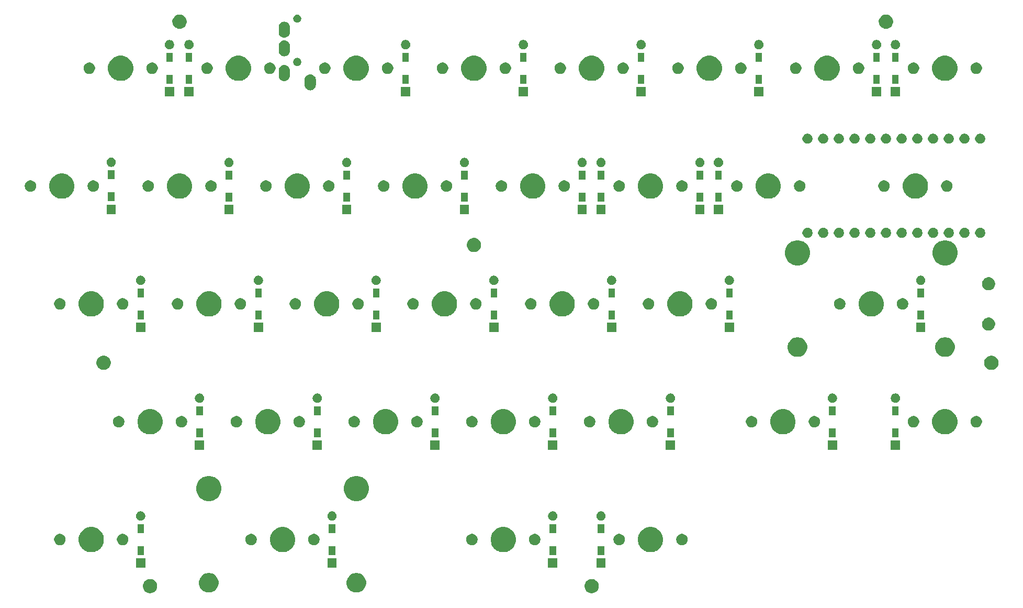
<source format=gts>
G04 #@! TF.GenerationSoftware,KiCad,Pcbnew,(5.1.5-0-10_14)*
G04 #@! TF.CreationDate,2020-07-25T11:38:42+09:00*
G04 #@! TF.ProjectId,iroha60-right,69726f68-6136-4302-9d72-696768742e6b,rev?*
G04 #@! TF.SameCoordinates,Original*
G04 #@! TF.FileFunction,Soldermask,Top*
G04 #@! TF.FilePolarity,Negative*
%FSLAX46Y46*%
G04 Gerber Fmt 4.6, Leading zero omitted, Abs format (unit mm)*
G04 Created by KiCad (PCBNEW (5.1.5-0-10_14)) date 2020-07-25 11:38:42*
%MOMM*%
%LPD*%
G04 APERTURE LIST*
%ADD10C,0.100000*%
G04 APERTURE END LIST*
D10*
G36*
X114524549Y-115933616D02*
G01*
X114635734Y-115955732D01*
X114845203Y-116042497D01*
X115033720Y-116168460D01*
X115194040Y-116328780D01*
X115320003Y-116517297D01*
X115406768Y-116726766D01*
X115451000Y-116949136D01*
X115451000Y-117175864D01*
X115406768Y-117398234D01*
X115320003Y-117607703D01*
X115194040Y-117796220D01*
X115033720Y-117956540D01*
X114845203Y-118082503D01*
X114635734Y-118169268D01*
X114524549Y-118191384D01*
X114413365Y-118213500D01*
X114186635Y-118213500D01*
X114075451Y-118191384D01*
X113964266Y-118169268D01*
X113754797Y-118082503D01*
X113566280Y-117956540D01*
X113405960Y-117796220D01*
X113279997Y-117607703D01*
X113193232Y-117398234D01*
X113149000Y-117175864D01*
X113149000Y-116949136D01*
X113193232Y-116726766D01*
X113279997Y-116517297D01*
X113405960Y-116328780D01*
X113566280Y-116168460D01*
X113754797Y-116042497D01*
X113964266Y-115955732D01*
X114075451Y-115933616D01*
X114186635Y-115911500D01*
X114413365Y-115911500D01*
X114524549Y-115933616D01*
G37*
G36*
X43087049Y-115933616D02*
G01*
X43198234Y-115955732D01*
X43407703Y-116042497D01*
X43596220Y-116168460D01*
X43756540Y-116328780D01*
X43882503Y-116517297D01*
X43969268Y-116726766D01*
X44013500Y-116949136D01*
X44013500Y-117175864D01*
X43969268Y-117398234D01*
X43882503Y-117607703D01*
X43756540Y-117796220D01*
X43596220Y-117956540D01*
X43407703Y-118082503D01*
X43198234Y-118169268D01*
X43087049Y-118191384D01*
X42975865Y-118213500D01*
X42749135Y-118213500D01*
X42637951Y-118191384D01*
X42526766Y-118169268D01*
X42317297Y-118082503D01*
X42128780Y-117956540D01*
X41968460Y-117796220D01*
X41842497Y-117607703D01*
X41755732Y-117398234D01*
X41711500Y-117175864D01*
X41711500Y-116949136D01*
X41755732Y-116726766D01*
X41842497Y-116517297D01*
X41968460Y-116328780D01*
X42128780Y-116168460D01*
X42317297Y-116042497D01*
X42526766Y-115955732D01*
X42637951Y-115933616D01*
X42749135Y-115911500D01*
X42975865Y-115911500D01*
X43087049Y-115933616D01*
G37*
G36*
X52663017Y-114977763D02*
G01*
X52815161Y-115008026D01*
X52933887Y-115057204D01*
X53101791Y-115126752D01*
X53101792Y-115126753D01*
X53359754Y-115299117D01*
X53579133Y-115518496D01*
X53694303Y-115690861D01*
X53751498Y-115776459D01*
X53821046Y-115944363D01*
X53870224Y-116063089D01*
X53930750Y-116367376D01*
X53930750Y-116677624D01*
X53876744Y-116949135D01*
X53870224Y-116981910D01*
X53751498Y-117268541D01*
X53751497Y-117268542D01*
X53579133Y-117526504D01*
X53359754Y-117745883D01*
X53187389Y-117861053D01*
X53101791Y-117918248D01*
X52933887Y-117987796D01*
X52815161Y-118036974D01*
X52663017Y-118067237D01*
X52510875Y-118097500D01*
X52200625Y-118097500D01*
X52048483Y-118067237D01*
X51896339Y-118036974D01*
X51777613Y-117987796D01*
X51609709Y-117918248D01*
X51524111Y-117861053D01*
X51351746Y-117745883D01*
X51132367Y-117526504D01*
X50960003Y-117268542D01*
X50960002Y-117268541D01*
X50841276Y-116981910D01*
X50834757Y-116949135D01*
X50780750Y-116677624D01*
X50780750Y-116367376D01*
X50841276Y-116063089D01*
X50890454Y-115944363D01*
X50960002Y-115776459D01*
X51017197Y-115690861D01*
X51132367Y-115518496D01*
X51351746Y-115299117D01*
X51609708Y-115126753D01*
X51609709Y-115126752D01*
X51777613Y-115057204D01*
X51896339Y-115008026D01*
X52048483Y-114977763D01*
X52200625Y-114947500D01*
X52510875Y-114947500D01*
X52663017Y-114977763D01*
G37*
G36*
X76539017Y-114977763D02*
G01*
X76691161Y-115008026D01*
X76809887Y-115057204D01*
X76977791Y-115126752D01*
X76977792Y-115126753D01*
X77235754Y-115299117D01*
X77455133Y-115518496D01*
X77570303Y-115690861D01*
X77627498Y-115776459D01*
X77697046Y-115944363D01*
X77746224Y-116063089D01*
X77806750Y-116367376D01*
X77806750Y-116677624D01*
X77752744Y-116949135D01*
X77746224Y-116981910D01*
X77627498Y-117268541D01*
X77627497Y-117268542D01*
X77455133Y-117526504D01*
X77235754Y-117745883D01*
X77063389Y-117861053D01*
X76977791Y-117918248D01*
X76809887Y-117987796D01*
X76691161Y-118036974D01*
X76539017Y-118067237D01*
X76386875Y-118097500D01*
X76076625Y-118097500D01*
X75924483Y-118067237D01*
X75772339Y-118036974D01*
X75653613Y-117987796D01*
X75485709Y-117918248D01*
X75400111Y-117861053D01*
X75227746Y-117745883D01*
X75008367Y-117526504D01*
X74836003Y-117268542D01*
X74836002Y-117268541D01*
X74717276Y-116981910D01*
X74710757Y-116949135D01*
X74656750Y-116677624D01*
X74656750Y-116367376D01*
X74717276Y-116063089D01*
X74766454Y-115944363D01*
X74836002Y-115776459D01*
X74893197Y-115690861D01*
X75008367Y-115518496D01*
X75227746Y-115299117D01*
X75485708Y-115126753D01*
X75485709Y-115126752D01*
X75653613Y-115057204D01*
X75772339Y-115008026D01*
X75924483Y-114977763D01*
X76076625Y-114947500D01*
X76386875Y-114947500D01*
X76539017Y-114977763D01*
G37*
G36*
X116574500Y-114097000D02*
G01*
X115075500Y-114097000D01*
X115075500Y-112598000D01*
X116574500Y-112598000D01*
X116574500Y-114097000D01*
G37*
G36*
X108762000Y-114097000D02*
G01*
X107263000Y-114097000D01*
X107263000Y-112598000D01*
X108762000Y-112598000D01*
X108762000Y-114097000D01*
G37*
G36*
X73043250Y-114097000D02*
G01*
X71544250Y-114097000D01*
X71544250Y-112598000D01*
X73043250Y-112598000D01*
X73043250Y-114097000D01*
G37*
G36*
X42087000Y-114097000D02*
G01*
X40588000Y-114097000D01*
X40588000Y-112598000D01*
X42087000Y-112598000D01*
X42087000Y-114097000D01*
G37*
G36*
X108538500Y-112013500D02*
G01*
X107486500Y-112013500D01*
X107486500Y-110611500D01*
X108538500Y-110611500D01*
X108538500Y-112013500D01*
G37*
G36*
X72819750Y-112013500D02*
G01*
X71767750Y-112013500D01*
X71767750Y-110611500D01*
X72819750Y-110611500D01*
X72819750Y-112013500D01*
G37*
G36*
X41863500Y-112013500D02*
G01*
X40811500Y-112013500D01*
X40811500Y-110611500D01*
X41863500Y-110611500D01*
X41863500Y-112013500D01*
G37*
G36*
X116351000Y-112013500D02*
G01*
X115299000Y-112013500D01*
X115299000Y-110611500D01*
X116351000Y-110611500D01*
X116351000Y-112013500D01*
G37*
G36*
X100608974Y-107571184D02*
G01*
X100826974Y-107661483D01*
X100981123Y-107725333D01*
X101316048Y-107949123D01*
X101600877Y-108233952D01*
X101824667Y-108568877D01*
X101857062Y-108647086D01*
X101978816Y-108941026D01*
X102057400Y-109336094D01*
X102057400Y-109738906D01*
X101978816Y-110133974D01*
X101927951Y-110256772D01*
X101824667Y-110506123D01*
X101600877Y-110841048D01*
X101316048Y-111125877D01*
X100981123Y-111349667D01*
X100826974Y-111413517D01*
X100608974Y-111503816D01*
X100213906Y-111582400D01*
X99811094Y-111582400D01*
X99416026Y-111503816D01*
X99198026Y-111413517D01*
X99043877Y-111349667D01*
X98708952Y-111125877D01*
X98424123Y-110841048D01*
X98200333Y-110506123D01*
X98097049Y-110256772D01*
X98046184Y-110133974D01*
X97967600Y-109738906D01*
X97967600Y-109336094D01*
X98046184Y-108941026D01*
X98167938Y-108647086D01*
X98200333Y-108568877D01*
X98424123Y-108233952D01*
X98708952Y-107949123D01*
X99043877Y-107725333D01*
X99198026Y-107661483D01*
X99416026Y-107571184D01*
X99811094Y-107492600D01*
X100213906Y-107492600D01*
X100608974Y-107571184D01*
G37*
G36*
X124421474Y-107571184D02*
G01*
X124639474Y-107661483D01*
X124793623Y-107725333D01*
X125128548Y-107949123D01*
X125413377Y-108233952D01*
X125637167Y-108568877D01*
X125669562Y-108647086D01*
X125791316Y-108941026D01*
X125869900Y-109336094D01*
X125869900Y-109738906D01*
X125791316Y-110133974D01*
X125740451Y-110256772D01*
X125637167Y-110506123D01*
X125413377Y-110841048D01*
X125128548Y-111125877D01*
X124793623Y-111349667D01*
X124639474Y-111413517D01*
X124421474Y-111503816D01*
X124026406Y-111582400D01*
X123623594Y-111582400D01*
X123228526Y-111503816D01*
X123010526Y-111413517D01*
X122856377Y-111349667D01*
X122521452Y-111125877D01*
X122236623Y-110841048D01*
X122012833Y-110506123D01*
X121909549Y-110256772D01*
X121858684Y-110133974D01*
X121780100Y-109738906D01*
X121780100Y-109336094D01*
X121858684Y-108941026D01*
X121980438Y-108647086D01*
X122012833Y-108568877D01*
X122236623Y-108233952D01*
X122521452Y-107949123D01*
X122856377Y-107725333D01*
X123010526Y-107661483D01*
X123228526Y-107571184D01*
X123623594Y-107492600D01*
X124026406Y-107492600D01*
X124421474Y-107571184D01*
G37*
G36*
X64890224Y-107571184D02*
G01*
X65108224Y-107661483D01*
X65262373Y-107725333D01*
X65597298Y-107949123D01*
X65882127Y-108233952D01*
X66105917Y-108568877D01*
X66138312Y-108647086D01*
X66260066Y-108941026D01*
X66338650Y-109336094D01*
X66338650Y-109738906D01*
X66260066Y-110133974D01*
X66209201Y-110256772D01*
X66105917Y-110506123D01*
X65882127Y-110841048D01*
X65597298Y-111125877D01*
X65262373Y-111349667D01*
X65108224Y-111413517D01*
X64890224Y-111503816D01*
X64495156Y-111582400D01*
X64092344Y-111582400D01*
X63697276Y-111503816D01*
X63479276Y-111413517D01*
X63325127Y-111349667D01*
X62990202Y-111125877D01*
X62705373Y-110841048D01*
X62481583Y-110506123D01*
X62378299Y-110256772D01*
X62327434Y-110133974D01*
X62248850Y-109738906D01*
X62248850Y-109336094D01*
X62327434Y-108941026D01*
X62449188Y-108647086D01*
X62481583Y-108568877D01*
X62705373Y-108233952D01*
X62990202Y-107949123D01*
X63325127Y-107725333D01*
X63479276Y-107661483D01*
X63697276Y-107571184D01*
X64092344Y-107492600D01*
X64495156Y-107492600D01*
X64890224Y-107571184D01*
G37*
G36*
X33933974Y-107571184D02*
G01*
X34151974Y-107661483D01*
X34306123Y-107725333D01*
X34641048Y-107949123D01*
X34925877Y-108233952D01*
X35149667Y-108568877D01*
X35182062Y-108647086D01*
X35303816Y-108941026D01*
X35382400Y-109336094D01*
X35382400Y-109738906D01*
X35303816Y-110133974D01*
X35252951Y-110256772D01*
X35149667Y-110506123D01*
X34925877Y-110841048D01*
X34641048Y-111125877D01*
X34306123Y-111349667D01*
X34151974Y-111413517D01*
X33933974Y-111503816D01*
X33538906Y-111582400D01*
X33136094Y-111582400D01*
X32741026Y-111503816D01*
X32523026Y-111413517D01*
X32368877Y-111349667D01*
X32033952Y-111125877D01*
X31749123Y-110841048D01*
X31525333Y-110506123D01*
X31422049Y-110256772D01*
X31371184Y-110133974D01*
X31292600Y-109738906D01*
X31292600Y-109336094D01*
X31371184Y-108941026D01*
X31492938Y-108647086D01*
X31525333Y-108568877D01*
X31749123Y-108233952D01*
X32033952Y-107949123D01*
X32368877Y-107725333D01*
X32523026Y-107661483D01*
X32741026Y-107571184D01*
X33136094Y-107492600D01*
X33538906Y-107492600D01*
X33933974Y-107571184D01*
G37*
G36*
X38687604Y-108647085D02*
G01*
X38856126Y-108716889D01*
X39007791Y-108818228D01*
X39136772Y-108947209D01*
X39238111Y-109098874D01*
X39307915Y-109267396D01*
X39343500Y-109446297D01*
X39343500Y-109628703D01*
X39307915Y-109807604D01*
X39238111Y-109976126D01*
X39136772Y-110127791D01*
X39007791Y-110256772D01*
X38856126Y-110358111D01*
X38687604Y-110427915D01*
X38508703Y-110463500D01*
X38326297Y-110463500D01*
X38147396Y-110427915D01*
X37978874Y-110358111D01*
X37827209Y-110256772D01*
X37698228Y-110127791D01*
X37596889Y-109976126D01*
X37527085Y-109807604D01*
X37491500Y-109628703D01*
X37491500Y-109446297D01*
X37527085Y-109267396D01*
X37596889Y-109098874D01*
X37698228Y-108947209D01*
X37827209Y-108818228D01*
X37978874Y-108716889D01*
X38147396Y-108647085D01*
X38326297Y-108611500D01*
X38508703Y-108611500D01*
X38687604Y-108647085D01*
G37*
G36*
X119015104Y-108647085D02*
G01*
X119183626Y-108716889D01*
X119335291Y-108818228D01*
X119464272Y-108947209D01*
X119565611Y-109098874D01*
X119635415Y-109267396D01*
X119671000Y-109446297D01*
X119671000Y-109628703D01*
X119635415Y-109807604D01*
X119565611Y-109976126D01*
X119464272Y-110127791D01*
X119335291Y-110256772D01*
X119183626Y-110358111D01*
X119015104Y-110427915D01*
X118836203Y-110463500D01*
X118653797Y-110463500D01*
X118474896Y-110427915D01*
X118306374Y-110358111D01*
X118154709Y-110256772D01*
X118025728Y-110127791D01*
X117924389Y-109976126D01*
X117854585Y-109807604D01*
X117819000Y-109628703D01*
X117819000Y-109446297D01*
X117854585Y-109267396D01*
X117924389Y-109098874D01*
X118025728Y-108947209D01*
X118154709Y-108818228D01*
X118306374Y-108716889D01*
X118474896Y-108647085D01*
X118653797Y-108611500D01*
X118836203Y-108611500D01*
X119015104Y-108647085D01*
G37*
G36*
X105362604Y-108647085D02*
G01*
X105531126Y-108716889D01*
X105682791Y-108818228D01*
X105811772Y-108947209D01*
X105913111Y-109098874D01*
X105982915Y-109267396D01*
X106018500Y-109446297D01*
X106018500Y-109628703D01*
X105982915Y-109807604D01*
X105913111Y-109976126D01*
X105811772Y-110127791D01*
X105682791Y-110256772D01*
X105531126Y-110358111D01*
X105362604Y-110427915D01*
X105183703Y-110463500D01*
X105001297Y-110463500D01*
X104822396Y-110427915D01*
X104653874Y-110358111D01*
X104502209Y-110256772D01*
X104373228Y-110127791D01*
X104271889Y-109976126D01*
X104202085Y-109807604D01*
X104166500Y-109628703D01*
X104166500Y-109446297D01*
X104202085Y-109267396D01*
X104271889Y-109098874D01*
X104373228Y-108947209D01*
X104502209Y-108818228D01*
X104653874Y-108716889D01*
X104822396Y-108647085D01*
X105001297Y-108611500D01*
X105183703Y-108611500D01*
X105362604Y-108647085D01*
G37*
G36*
X95202604Y-108647085D02*
G01*
X95371126Y-108716889D01*
X95522791Y-108818228D01*
X95651772Y-108947209D01*
X95753111Y-109098874D01*
X95822915Y-109267396D01*
X95858500Y-109446297D01*
X95858500Y-109628703D01*
X95822915Y-109807604D01*
X95753111Y-109976126D01*
X95651772Y-110127791D01*
X95522791Y-110256772D01*
X95371126Y-110358111D01*
X95202604Y-110427915D01*
X95023703Y-110463500D01*
X94841297Y-110463500D01*
X94662396Y-110427915D01*
X94493874Y-110358111D01*
X94342209Y-110256772D01*
X94213228Y-110127791D01*
X94111889Y-109976126D01*
X94042085Y-109807604D01*
X94006500Y-109628703D01*
X94006500Y-109446297D01*
X94042085Y-109267396D01*
X94111889Y-109098874D01*
X94213228Y-108947209D01*
X94342209Y-108818228D01*
X94493874Y-108716889D01*
X94662396Y-108647085D01*
X94841297Y-108611500D01*
X95023703Y-108611500D01*
X95202604Y-108647085D01*
G37*
G36*
X129175104Y-108647085D02*
G01*
X129343626Y-108716889D01*
X129495291Y-108818228D01*
X129624272Y-108947209D01*
X129725611Y-109098874D01*
X129795415Y-109267396D01*
X129831000Y-109446297D01*
X129831000Y-109628703D01*
X129795415Y-109807604D01*
X129725611Y-109976126D01*
X129624272Y-110127791D01*
X129495291Y-110256772D01*
X129343626Y-110358111D01*
X129175104Y-110427915D01*
X128996203Y-110463500D01*
X128813797Y-110463500D01*
X128634896Y-110427915D01*
X128466374Y-110358111D01*
X128314709Y-110256772D01*
X128185728Y-110127791D01*
X128084389Y-109976126D01*
X128014585Y-109807604D01*
X127979000Y-109628703D01*
X127979000Y-109446297D01*
X128014585Y-109267396D01*
X128084389Y-109098874D01*
X128185728Y-108947209D01*
X128314709Y-108818228D01*
X128466374Y-108716889D01*
X128634896Y-108647085D01*
X128813797Y-108611500D01*
X128996203Y-108611500D01*
X129175104Y-108647085D01*
G37*
G36*
X28527604Y-108647085D02*
G01*
X28696126Y-108716889D01*
X28847791Y-108818228D01*
X28976772Y-108947209D01*
X29078111Y-109098874D01*
X29147915Y-109267396D01*
X29183500Y-109446297D01*
X29183500Y-109628703D01*
X29147915Y-109807604D01*
X29078111Y-109976126D01*
X28976772Y-110127791D01*
X28847791Y-110256772D01*
X28696126Y-110358111D01*
X28527604Y-110427915D01*
X28348703Y-110463500D01*
X28166297Y-110463500D01*
X27987396Y-110427915D01*
X27818874Y-110358111D01*
X27667209Y-110256772D01*
X27538228Y-110127791D01*
X27436889Y-109976126D01*
X27367085Y-109807604D01*
X27331500Y-109628703D01*
X27331500Y-109446297D01*
X27367085Y-109267396D01*
X27436889Y-109098874D01*
X27538228Y-108947209D01*
X27667209Y-108818228D01*
X27818874Y-108716889D01*
X27987396Y-108647085D01*
X28166297Y-108611500D01*
X28348703Y-108611500D01*
X28527604Y-108647085D01*
G37*
G36*
X59483854Y-108647085D02*
G01*
X59652376Y-108716889D01*
X59804041Y-108818228D01*
X59933022Y-108947209D01*
X60034361Y-109098874D01*
X60104165Y-109267396D01*
X60139750Y-109446297D01*
X60139750Y-109628703D01*
X60104165Y-109807604D01*
X60034361Y-109976126D01*
X59933022Y-110127791D01*
X59804041Y-110256772D01*
X59652376Y-110358111D01*
X59483854Y-110427915D01*
X59304953Y-110463500D01*
X59122547Y-110463500D01*
X58943646Y-110427915D01*
X58775124Y-110358111D01*
X58623459Y-110256772D01*
X58494478Y-110127791D01*
X58393139Y-109976126D01*
X58323335Y-109807604D01*
X58287750Y-109628703D01*
X58287750Y-109446297D01*
X58323335Y-109267396D01*
X58393139Y-109098874D01*
X58494478Y-108947209D01*
X58623459Y-108818228D01*
X58775124Y-108716889D01*
X58943646Y-108647085D01*
X59122547Y-108611500D01*
X59304953Y-108611500D01*
X59483854Y-108647085D01*
G37*
G36*
X69643854Y-108647085D02*
G01*
X69812376Y-108716889D01*
X69964041Y-108818228D01*
X70093022Y-108947209D01*
X70194361Y-109098874D01*
X70264165Y-109267396D01*
X70299750Y-109446297D01*
X70299750Y-109628703D01*
X70264165Y-109807604D01*
X70194361Y-109976126D01*
X70093022Y-110127791D01*
X69964041Y-110256772D01*
X69812376Y-110358111D01*
X69643854Y-110427915D01*
X69464953Y-110463500D01*
X69282547Y-110463500D01*
X69103646Y-110427915D01*
X68935124Y-110358111D01*
X68783459Y-110256772D01*
X68654478Y-110127791D01*
X68553139Y-109976126D01*
X68483335Y-109807604D01*
X68447750Y-109628703D01*
X68447750Y-109446297D01*
X68483335Y-109267396D01*
X68553139Y-109098874D01*
X68654478Y-108947209D01*
X68783459Y-108818228D01*
X68935124Y-108716889D01*
X69103646Y-108647085D01*
X69282547Y-108611500D01*
X69464953Y-108611500D01*
X69643854Y-108647085D01*
G37*
G36*
X116351000Y-108463500D02*
G01*
X115299000Y-108463500D01*
X115299000Y-107061500D01*
X116351000Y-107061500D01*
X116351000Y-108463500D01*
G37*
G36*
X108538500Y-108463500D02*
G01*
X107486500Y-108463500D01*
X107486500Y-107061500D01*
X108538500Y-107061500D01*
X108538500Y-108463500D01*
G37*
G36*
X41863500Y-108463500D02*
G01*
X40811500Y-108463500D01*
X40811500Y-107061500D01*
X41863500Y-107061500D01*
X41863500Y-108463500D01*
G37*
G36*
X72819750Y-108463500D02*
G01*
X71767750Y-108463500D01*
X71767750Y-107061500D01*
X72819750Y-107061500D01*
X72819750Y-108463500D01*
G37*
G36*
X72388175Y-104982099D02*
G01*
X72512371Y-105006802D01*
X72648772Y-105063301D01*
X72771529Y-105145325D01*
X72875925Y-105249721D01*
X72957949Y-105372478D01*
X73014448Y-105508879D01*
X73043250Y-105653681D01*
X73043250Y-105801319D01*
X73014448Y-105946121D01*
X72957949Y-106082522D01*
X72875925Y-106205279D01*
X72771529Y-106309675D01*
X72648772Y-106391699D01*
X72512371Y-106448198D01*
X72388175Y-106472901D01*
X72367570Y-106477000D01*
X72219930Y-106477000D01*
X72199325Y-106472901D01*
X72075129Y-106448198D01*
X71938728Y-106391699D01*
X71815971Y-106309675D01*
X71711575Y-106205279D01*
X71629551Y-106082522D01*
X71573052Y-105946121D01*
X71544250Y-105801319D01*
X71544250Y-105653681D01*
X71573052Y-105508879D01*
X71629551Y-105372478D01*
X71711575Y-105249721D01*
X71815971Y-105145325D01*
X71938728Y-105063301D01*
X72075129Y-105006802D01*
X72199325Y-104982099D01*
X72219930Y-104978000D01*
X72367570Y-104978000D01*
X72388175Y-104982099D01*
G37*
G36*
X108106925Y-104982099D02*
G01*
X108231121Y-105006802D01*
X108367522Y-105063301D01*
X108490279Y-105145325D01*
X108594675Y-105249721D01*
X108676699Y-105372478D01*
X108733198Y-105508879D01*
X108762000Y-105653681D01*
X108762000Y-105801319D01*
X108733198Y-105946121D01*
X108676699Y-106082522D01*
X108594675Y-106205279D01*
X108490279Y-106309675D01*
X108367522Y-106391699D01*
X108231121Y-106448198D01*
X108106925Y-106472901D01*
X108086320Y-106477000D01*
X107938680Y-106477000D01*
X107918075Y-106472901D01*
X107793879Y-106448198D01*
X107657478Y-106391699D01*
X107534721Y-106309675D01*
X107430325Y-106205279D01*
X107348301Y-106082522D01*
X107291802Y-105946121D01*
X107263000Y-105801319D01*
X107263000Y-105653681D01*
X107291802Y-105508879D01*
X107348301Y-105372478D01*
X107430325Y-105249721D01*
X107534721Y-105145325D01*
X107657478Y-105063301D01*
X107793879Y-105006802D01*
X107918075Y-104982099D01*
X107938680Y-104978000D01*
X108086320Y-104978000D01*
X108106925Y-104982099D01*
G37*
G36*
X115919425Y-104982099D02*
G01*
X116043621Y-105006802D01*
X116180022Y-105063301D01*
X116302779Y-105145325D01*
X116407175Y-105249721D01*
X116489199Y-105372478D01*
X116545698Y-105508879D01*
X116574500Y-105653681D01*
X116574500Y-105801319D01*
X116545698Y-105946121D01*
X116489199Y-106082522D01*
X116407175Y-106205279D01*
X116302779Y-106309675D01*
X116180022Y-106391699D01*
X116043621Y-106448198D01*
X115919425Y-106472901D01*
X115898820Y-106477000D01*
X115751180Y-106477000D01*
X115730575Y-106472901D01*
X115606379Y-106448198D01*
X115469978Y-106391699D01*
X115347221Y-106309675D01*
X115242825Y-106205279D01*
X115160801Y-106082522D01*
X115104302Y-105946121D01*
X115075500Y-105801319D01*
X115075500Y-105653681D01*
X115104302Y-105508879D01*
X115160801Y-105372478D01*
X115242825Y-105249721D01*
X115347221Y-105145325D01*
X115469978Y-105063301D01*
X115606379Y-105006802D01*
X115730575Y-104982099D01*
X115751180Y-104978000D01*
X115898820Y-104978000D01*
X115919425Y-104982099D01*
G37*
G36*
X41431925Y-104982099D02*
G01*
X41556121Y-105006802D01*
X41692522Y-105063301D01*
X41815279Y-105145325D01*
X41919675Y-105249721D01*
X42001699Y-105372478D01*
X42058198Y-105508879D01*
X42087000Y-105653681D01*
X42087000Y-105801319D01*
X42058198Y-105946121D01*
X42001699Y-106082522D01*
X41919675Y-106205279D01*
X41815279Y-106309675D01*
X41692522Y-106391699D01*
X41556121Y-106448198D01*
X41431925Y-106472901D01*
X41411320Y-106477000D01*
X41263680Y-106477000D01*
X41243075Y-106472901D01*
X41118879Y-106448198D01*
X40982478Y-106391699D01*
X40859721Y-106309675D01*
X40755325Y-106205279D01*
X40673301Y-106082522D01*
X40616802Y-105946121D01*
X40588000Y-105801319D01*
X40588000Y-105653681D01*
X40616802Y-105508879D01*
X40673301Y-105372478D01*
X40755325Y-105249721D01*
X40859721Y-105145325D01*
X40982478Y-105063301D01*
X41118879Y-105006802D01*
X41243075Y-104982099D01*
X41263680Y-104978000D01*
X41411320Y-104978000D01*
X41431925Y-104982099D01*
G37*
G36*
X76828224Y-99316184D02*
G01*
X77046224Y-99406483D01*
X77200373Y-99470333D01*
X77535298Y-99694123D01*
X77820127Y-99978952D01*
X78043917Y-100313877D01*
X78043917Y-100313878D01*
X78198066Y-100686026D01*
X78276650Y-101081094D01*
X78276650Y-101483906D01*
X78198066Y-101878974D01*
X78107767Y-102096974D01*
X78043917Y-102251123D01*
X77820127Y-102586048D01*
X77535298Y-102870877D01*
X77200373Y-103094667D01*
X77046224Y-103158517D01*
X76828224Y-103248816D01*
X76433156Y-103327400D01*
X76030344Y-103327400D01*
X75635276Y-103248816D01*
X75417276Y-103158517D01*
X75263127Y-103094667D01*
X74928202Y-102870877D01*
X74643373Y-102586048D01*
X74419583Y-102251123D01*
X74355733Y-102096974D01*
X74265434Y-101878974D01*
X74186850Y-101483906D01*
X74186850Y-101081094D01*
X74265434Y-100686026D01*
X74419583Y-100313878D01*
X74419583Y-100313877D01*
X74643373Y-99978952D01*
X74928202Y-99694123D01*
X75263127Y-99470333D01*
X75417276Y-99406483D01*
X75635276Y-99316184D01*
X76030344Y-99237600D01*
X76433156Y-99237600D01*
X76828224Y-99316184D01*
G37*
G36*
X52952224Y-99316184D02*
G01*
X53170224Y-99406483D01*
X53324373Y-99470333D01*
X53659298Y-99694123D01*
X53944127Y-99978952D01*
X54167917Y-100313877D01*
X54167917Y-100313878D01*
X54322066Y-100686026D01*
X54400650Y-101081094D01*
X54400650Y-101483906D01*
X54322066Y-101878974D01*
X54231767Y-102096974D01*
X54167917Y-102251123D01*
X53944127Y-102586048D01*
X53659298Y-102870877D01*
X53324373Y-103094667D01*
X53170224Y-103158517D01*
X52952224Y-103248816D01*
X52557156Y-103327400D01*
X52154344Y-103327400D01*
X51759276Y-103248816D01*
X51541276Y-103158517D01*
X51387127Y-103094667D01*
X51052202Y-102870877D01*
X50767373Y-102586048D01*
X50543583Y-102251123D01*
X50479733Y-102096974D01*
X50389434Y-101878974D01*
X50310850Y-101483906D01*
X50310850Y-101081094D01*
X50389434Y-100686026D01*
X50543583Y-100313878D01*
X50543583Y-100313877D01*
X50767373Y-99978952D01*
X51052202Y-99694123D01*
X51387127Y-99470333D01*
X51541276Y-99406483D01*
X51759276Y-99316184D01*
X52154344Y-99237600D01*
X52557156Y-99237600D01*
X52952224Y-99316184D01*
G37*
G36*
X164199500Y-95047000D02*
G01*
X162700500Y-95047000D01*
X162700500Y-93548000D01*
X164199500Y-93548000D01*
X164199500Y-95047000D01*
G37*
G36*
X154005750Y-95047000D02*
G01*
X152506750Y-95047000D01*
X152506750Y-93548000D01*
X154005750Y-93548000D01*
X154005750Y-95047000D01*
G37*
G36*
X127812000Y-95047000D02*
G01*
X126313000Y-95047000D01*
X126313000Y-93548000D01*
X127812000Y-93548000D01*
X127812000Y-95047000D01*
G37*
G36*
X108762000Y-95047000D02*
G01*
X107263000Y-95047000D01*
X107263000Y-93548000D01*
X108762000Y-93548000D01*
X108762000Y-95047000D01*
G37*
G36*
X89712000Y-95047000D02*
G01*
X88213000Y-95047000D01*
X88213000Y-93548000D01*
X89712000Y-93548000D01*
X89712000Y-95047000D01*
G37*
G36*
X51612000Y-95047000D02*
G01*
X50113000Y-95047000D01*
X50113000Y-93548000D01*
X51612000Y-93548000D01*
X51612000Y-95047000D01*
G37*
G36*
X70662000Y-95047000D02*
G01*
X69163000Y-95047000D01*
X69163000Y-93548000D01*
X70662000Y-93548000D01*
X70662000Y-95047000D01*
G37*
G36*
X163976000Y-92963500D02*
G01*
X162924000Y-92963500D01*
X162924000Y-91561500D01*
X163976000Y-91561500D01*
X163976000Y-92963500D01*
G37*
G36*
X153782250Y-92963500D02*
G01*
X152730250Y-92963500D01*
X152730250Y-91561500D01*
X153782250Y-91561500D01*
X153782250Y-92963500D01*
G37*
G36*
X51388500Y-92963500D02*
G01*
X50336500Y-92963500D01*
X50336500Y-91561500D01*
X51388500Y-91561500D01*
X51388500Y-92963500D01*
G37*
G36*
X127588500Y-92963500D02*
G01*
X126536500Y-92963500D01*
X126536500Y-91561500D01*
X127588500Y-91561500D01*
X127588500Y-92963500D01*
G37*
G36*
X70438500Y-92963500D02*
G01*
X69386500Y-92963500D01*
X69386500Y-91561500D01*
X70438500Y-91561500D01*
X70438500Y-92963500D01*
G37*
G36*
X108538500Y-92963500D02*
G01*
X107486500Y-92963500D01*
X107486500Y-91561500D01*
X108538500Y-91561500D01*
X108538500Y-92963500D01*
G37*
G36*
X89488500Y-92963500D02*
G01*
X88436500Y-92963500D01*
X88436500Y-91561500D01*
X89488500Y-91561500D01*
X89488500Y-92963500D01*
G37*
G36*
X62508974Y-88521184D02*
G01*
X62726974Y-88611483D01*
X62881123Y-88675333D01*
X63216048Y-88899123D01*
X63500877Y-89183952D01*
X63724667Y-89518877D01*
X63757062Y-89597086D01*
X63878816Y-89891026D01*
X63957400Y-90286094D01*
X63957400Y-90688906D01*
X63878816Y-91083974D01*
X63827951Y-91206772D01*
X63724667Y-91456123D01*
X63500877Y-91791048D01*
X63216048Y-92075877D01*
X62881123Y-92299667D01*
X62726974Y-92363517D01*
X62508974Y-92453816D01*
X62113906Y-92532400D01*
X61711094Y-92532400D01*
X61316026Y-92453816D01*
X61098026Y-92363517D01*
X60943877Y-92299667D01*
X60608952Y-92075877D01*
X60324123Y-91791048D01*
X60100333Y-91456123D01*
X59997049Y-91206772D01*
X59946184Y-91083974D01*
X59867600Y-90688906D01*
X59867600Y-90286094D01*
X59946184Y-89891026D01*
X60067938Y-89597086D01*
X60100333Y-89518877D01*
X60324123Y-89183952D01*
X60608952Y-88899123D01*
X60943877Y-88675333D01*
X61098026Y-88611483D01*
X61316026Y-88521184D01*
X61711094Y-88442600D01*
X62113906Y-88442600D01*
X62508974Y-88521184D01*
G37*
G36*
X81558974Y-88521184D02*
G01*
X81776974Y-88611483D01*
X81931123Y-88675333D01*
X82266048Y-88899123D01*
X82550877Y-89183952D01*
X82774667Y-89518877D01*
X82807062Y-89597086D01*
X82928816Y-89891026D01*
X83007400Y-90286094D01*
X83007400Y-90688906D01*
X82928816Y-91083974D01*
X82877951Y-91206772D01*
X82774667Y-91456123D01*
X82550877Y-91791048D01*
X82266048Y-92075877D01*
X81931123Y-92299667D01*
X81776974Y-92363517D01*
X81558974Y-92453816D01*
X81163906Y-92532400D01*
X80761094Y-92532400D01*
X80366026Y-92453816D01*
X80148026Y-92363517D01*
X79993877Y-92299667D01*
X79658952Y-92075877D01*
X79374123Y-91791048D01*
X79150333Y-91456123D01*
X79047049Y-91206772D01*
X78996184Y-91083974D01*
X78917600Y-90688906D01*
X78917600Y-90286094D01*
X78996184Y-89891026D01*
X79117938Y-89597086D01*
X79150333Y-89518877D01*
X79374123Y-89183952D01*
X79658952Y-88899123D01*
X79993877Y-88675333D01*
X80148026Y-88611483D01*
X80366026Y-88521184D01*
X80761094Y-88442600D01*
X81163906Y-88442600D01*
X81558974Y-88521184D01*
G37*
G36*
X100608974Y-88521184D02*
G01*
X100826974Y-88611483D01*
X100981123Y-88675333D01*
X101316048Y-88899123D01*
X101600877Y-89183952D01*
X101824667Y-89518877D01*
X101857062Y-89597086D01*
X101978816Y-89891026D01*
X102057400Y-90286094D01*
X102057400Y-90688906D01*
X101978816Y-91083974D01*
X101927951Y-91206772D01*
X101824667Y-91456123D01*
X101600877Y-91791048D01*
X101316048Y-92075877D01*
X100981123Y-92299667D01*
X100826974Y-92363517D01*
X100608974Y-92453816D01*
X100213906Y-92532400D01*
X99811094Y-92532400D01*
X99416026Y-92453816D01*
X99198026Y-92363517D01*
X99043877Y-92299667D01*
X98708952Y-92075877D01*
X98424123Y-91791048D01*
X98200333Y-91456123D01*
X98097049Y-91206772D01*
X98046184Y-91083974D01*
X97967600Y-90688906D01*
X97967600Y-90286094D01*
X98046184Y-89891026D01*
X98167938Y-89597086D01*
X98200333Y-89518877D01*
X98424123Y-89183952D01*
X98708952Y-88899123D01*
X99043877Y-88675333D01*
X99198026Y-88611483D01*
X99416026Y-88521184D01*
X99811094Y-88442600D01*
X100213906Y-88442600D01*
X100608974Y-88521184D01*
G37*
G36*
X119658974Y-88521184D02*
G01*
X119876974Y-88611483D01*
X120031123Y-88675333D01*
X120366048Y-88899123D01*
X120650877Y-89183952D01*
X120874667Y-89518877D01*
X120907062Y-89597086D01*
X121028816Y-89891026D01*
X121107400Y-90286094D01*
X121107400Y-90688906D01*
X121028816Y-91083974D01*
X120977951Y-91206772D01*
X120874667Y-91456123D01*
X120650877Y-91791048D01*
X120366048Y-92075877D01*
X120031123Y-92299667D01*
X119876974Y-92363517D01*
X119658974Y-92453816D01*
X119263906Y-92532400D01*
X118861094Y-92532400D01*
X118466026Y-92453816D01*
X118248026Y-92363517D01*
X118093877Y-92299667D01*
X117758952Y-92075877D01*
X117474123Y-91791048D01*
X117250333Y-91456123D01*
X117147049Y-91206772D01*
X117096184Y-91083974D01*
X117017600Y-90688906D01*
X117017600Y-90286094D01*
X117096184Y-89891026D01*
X117217938Y-89597086D01*
X117250333Y-89518877D01*
X117474123Y-89183952D01*
X117758952Y-88899123D01*
X118093877Y-88675333D01*
X118248026Y-88611483D01*
X118466026Y-88521184D01*
X118861094Y-88442600D01*
X119263906Y-88442600D01*
X119658974Y-88521184D01*
G37*
G36*
X145852724Y-88521184D02*
G01*
X146070724Y-88611483D01*
X146224873Y-88675333D01*
X146559798Y-88899123D01*
X146844627Y-89183952D01*
X147068417Y-89518877D01*
X147100812Y-89597086D01*
X147222566Y-89891026D01*
X147301150Y-90286094D01*
X147301150Y-90688906D01*
X147222566Y-91083974D01*
X147171701Y-91206772D01*
X147068417Y-91456123D01*
X146844627Y-91791048D01*
X146559798Y-92075877D01*
X146224873Y-92299667D01*
X146070724Y-92363517D01*
X145852724Y-92453816D01*
X145457656Y-92532400D01*
X145054844Y-92532400D01*
X144659776Y-92453816D01*
X144441776Y-92363517D01*
X144287627Y-92299667D01*
X143952702Y-92075877D01*
X143667873Y-91791048D01*
X143444083Y-91456123D01*
X143340799Y-91206772D01*
X143289934Y-91083974D01*
X143211350Y-90688906D01*
X143211350Y-90286094D01*
X143289934Y-89891026D01*
X143411688Y-89597086D01*
X143444083Y-89518877D01*
X143667873Y-89183952D01*
X143952702Y-88899123D01*
X144287627Y-88675333D01*
X144441776Y-88611483D01*
X144659776Y-88521184D01*
X145054844Y-88442600D01*
X145457656Y-88442600D01*
X145852724Y-88521184D01*
G37*
G36*
X43458974Y-88521184D02*
G01*
X43676974Y-88611483D01*
X43831123Y-88675333D01*
X44166048Y-88899123D01*
X44450877Y-89183952D01*
X44674667Y-89518877D01*
X44707062Y-89597086D01*
X44828816Y-89891026D01*
X44907400Y-90286094D01*
X44907400Y-90688906D01*
X44828816Y-91083974D01*
X44777951Y-91206772D01*
X44674667Y-91456123D01*
X44450877Y-91791048D01*
X44166048Y-92075877D01*
X43831123Y-92299667D01*
X43676974Y-92363517D01*
X43458974Y-92453816D01*
X43063906Y-92532400D01*
X42661094Y-92532400D01*
X42266026Y-92453816D01*
X42048026Y-92363517D01*
X41893877Y-92299667D01*
X41558952Y-92075877D01*
X41274123Y-91791048D01*
X41050333Y-91456123D01*
X40947049Y-91206772D01*
X40896184Y-91083974D01*
X40817600Y-90688906D01*
X40817600Y-90286094D01*
X40896184Y-89891026D01*
X41017938Y-89597086D01*
X41050333Y-89518877D01*
X41274123Y-89183952D01*
X41558952Y-88899123D01*
X41893877Y-88675333D01*
X42048026Y-88611483D01*
X42266026Y-88521184D01*
X42661094Y-88442600D01*
X43063906Y-88442600D01*
X43458974Y-88521184D01*
G37*
G36*
X172046474Y-88521184D02*
G01*
X172264474Y-88611483D01*
X172418623Y-88675333D01*
X172753548Y-88899123D01*
X173038377Y-89183952D01*
X173262167Y-89518877D01*
X173294562Y-89597086D01*
X173416316Y-89891026D01*
X173494900Y-90286094D01*
X173494900Y-90688906D01*
X173416316Y-91083974D01*
X173365451Y-91206772D01*
X173262167Y-91456123D01*
X173038377Y-91791048D01*
X172753548Y-92075877D01*
X172418623Y-92299667D01*
X172264474Y-92363517D01*
X172046474Y-92453816D01*
X171651406Y-92532400D01*
X171248594Y-92532400D01*
X170853526Y-92453816D01*
X170635526Y-92363517D01*
X170481377Y-92299667D01*
X170146452Y-92075877D01*
X169861623Y-91791048D01*
X169637833Y-91456123D01*
X169534549Y-91206772D01*
X169483684Y-91083974D01*
X169405100Y-90688906D01*
X169405100Y-90286094D01*
X169483684Y-89891026D01*
X169605438Y-89597086D01*
X169637833Y-89518877D01*
X169861623Y-89183952D01*
X170146452Y-88899123D01*
X170481377Y-88675333D01*
X170635526Y-88611483D01*
X170853526Y-88521184D01*
X171248594Y-88442600D01*
X171651406Y-88442600D01*
X172046474Y-88521184D01*
G37*
G36*
X176800104Y-89597085D02*
G01*
X176968626Y-89666889D01*
X177120291Y-89768228D01*
X177249272Y-89897209D01*
X177350611Y-90048874D01*
X177420415Y-90217396D01*
X177456000Y-90396297D01*
X177456000Y-90578703D01*
X177420415Y-90757604D01*
X177350611Y-90926126D01*
X177249272Y-91077791D01*
X177120291Y-91206772D01*
X176968626Y-91308111D01*
X176800104Y-91377915D01*
X176621203Y-91413500D01*
X176438797Y-91413500D01*
X176259896Y-91377915D01*
X176091374Y-91308111D01*
X175939709Y-91206772D01*
X175810728Y-91077791D01*
X175709389Y-90926126D01*
X175639585Y-90757604D01*
X175604000Y-90578703D01*
X175604000Y-90396297D01*
X175639585Y-90217396D01*
X175709389Y-90048874D01*
X175810728Y-89897209D01*
X175939709Y-89768228D01*
X176091374Y-89666889D01*
X176259896Y-89597085D01*
X176438797Y-89561500D01*
X176621203Y-89561500D01*
X176800104Y-89597085D01*
G37*
G36*
X124412604Y-89597085D02*
G01*
X124581126Y-89666889D01*
X124732791Y-89768228D01*
X124861772Y-89897209D01*
X124963111Y-90048874D01*
X125032915Y-90217396D01*
X125068500Y-90396297D01*
X125068500Y-90578703D01*
X125032915Y-90757604D01*
X124963111Y-90926126D01*
X124861772Y-91077791D01*
X124732791Y-91206772D01*
X124581126Y-91308111D01*
X124412604Y-91377915D01*
X124233703Y-91413500D01*
X124051297Y-91413500D01*
X123872396Y-91377915D01*
X123703874Y-91308111D01*
X123552209Y-91206772D01*
X123423228Y-91077791D01*
X123321889Y-90926126D01*
X123252085Y-90757604D01*
X123216500Y-90578703D01*
X123216500Y-90396297D01*
X123252085Y-90217396D01*
X123321889Y-90048874D01*
X123423228Y-89897209D01*
X123552209Y-89768228D01*
X123703874Y-89666889D01*
X123872396Y-89597085D01*
X124051297Y-89561500D01*
X124233703Y-89561500D01*
X124412604Y-89597085D01*
G37*
G36*
X166640104Y-89597085D02*
G01*
X166808626Y-89666889D01*
X166960291Y-89768228D01*
X167089272Y-89897209D01*
X167190611Y-90048874D01*
X167260415Y-90217396D01*
X167296000Y-90396297D01*
X167296000Y-90578703D01*
X167260415Y-90757604D01*
X167190611Y-90926126D01*
X167089272Y-91077791D01*
X166960291Y-91206772D01*
X166808626Y-91308111D01*
X166640104Y-91377915D01*
X166461203Y-91413500D01*
X166278797Y-91413500D01*
X166099896Y-91377915D01*
X165931374Y-91308111D01*
X165779709Y-91206772D01*
X165650728Y-91077791D01*
X165549389Y-90926126D01*
X165479585Y-90757604D01*
X165444000Y-90578703D01*
X165444000Y-90396297D01*
X165479585Y-90217396D01*
X165549389Y-90048874D01*
X165650728Y-89897209D01*
X165779709Y-89768228D01*
X165931374Y-89666889D01*
X166099896Y-89597085D01*
X166278797Y-89561500D01*
X166461203Y-89561500D01*
X166640104Y-89597085D01*
G37*
G36*
X48212604Y-89597085D02*
G01*
X48381126Y-89666889D01*
X48532791Y-89768228D01*
X48661772Y-89897209D01*
X48763111Y-90048874D01*
X48832915Y-90217396D01*
X48868500Y-90396297D01*
X48868500Y-90578703D01*
X48832915Y-90757604D01*
X48763111Y-90926126D01*
X48661772Y-91077791D01*
X48532791Y-91206772D01*
X48381126Y-91308111D01*
X48212604Y-91377915D01*
X48033703Y-91413500D01*
X47851297Y-91413500D01*
X47672396Y-91377915D01*
X47503874Y-91308111D01*
X47352209Y-91206772D01*
X47223228Y-91077791D01*
X47121889Y-90926126D01*
X47052085Y-90757604D01*
X47016500Y-90578703D01*
X47016500Y-90396297D01*
X47052085Y-90217396D01*
X47121889Y-90048874D01*
X47223228Y-89897209D01*
X47352209Y-89768228D01*
X47503874Y-89666889D01*
X47672396Y-89597085D01*
X47851297Y-89561500D01*
X48033703Y-89561500D01*
X48212604Y-89597085D01*
G37*
G36*
X57102604Y-89597085D02*
G01*
X57271126Y-89666889D01*
X57422791Y-89768228D01*
X57551772Y-89897209D01*
X57653111Y-90048874D01*
X57722915Y-90217396D01*
X57758500Y-90396297D01*
X57758500Y-90578703D01*
X57722915Y-90757604D01*
X57653111Y-90926126D01*
X57551772Y-91077791D01*
X57422791Y-91206772D01*
X57271126Y-91308111D01*
X57102604Y-91377915D01*
X56923703Y-91413500D01*
X56741297Y-91413500D01*
X56562396Y-91377915D01*
X56393874Y-91308111D01*
X56242209Y-91206772D01*
X56113228Y-91077791D01*
X56011889Y-90926126D01*
X55942085Y-90757604D01*
X55906500Y-90578703D01*
X55906500Y-90396297D01*
X55942085Y-90217396D01*
X56011889Y-90048874D01*
X56113228Y-89897209D01*
X56242209Y-89768228D01*
X56393874Y-89666889D01*
X56562396Y-89597085D01*
X56741297Y-89561500D01*
X56923703Y-89561500D01*
X57102604Y-89597085D01*
G37*
G36*
X150606354Y-89597085D02*
G01*
X150774876Y-89666889D01*
X150926541Y-89768228D01*
X151055522Y-89897209D01*
X151156861Y-90048874D01*
X151226665Y-90217396D01*
X151262250Y-90396297D01*
X151262250Y-90578703D01*
X151226665Y-90757604D01*
X151156861Y-90926126D01*
X151055522Y-91077791D01*
X150926541Y-91206772D01*
X150774876Y-91308111D01*
X150606354Y-91377915D01*
X150427453Y-91413500D01*
X150245047Y-91413500D01*
X150066146Y-91377915D01*
X149897624Y-91308111D01*
X149745959Y-91206772D01*
X149616978Y-91077791D01*
X149515639Y-90926126D01*
X149445835Y-90757604D01*
X149410250Y-90578703D01*
X149410250Y-90396297D01*
X149445835Y-90217396D01*
X149515639Y-90048874D01*
X149616978Y-89897209D01*
X149745959Y-89768228D01*
X149897624Y-89666889D01*
X150066146Y-89597085D01*
X150245047Y-89561500D01*
X150427453Y-89561500D01*
X150606354Y-89597085D01*
G37*
G36*
X67262604Y-89597085D02*
G01*
X67431126Y-89666889D01*
X67582791Y-89768228D01*
X67711772Y-89897209D01*
X67813111Y-90048874D01*
X67882915Y-90217396D01*
X67918500Y-90396297D01*
X67918500Y-90578703D01*
X67882915Y-90757604D01*
X67813111Y-90926126D01*
X67711772Y-91077791D01*
X67582791Y-91206772D01*
X67431126Y-91308111D01*
X67262604Y-91377915D01*
X67083703Y-91413500D01*
X66901297Y-91413500D01*
X66722396Y-91377915D01*
X66553874Y-91308111D01*
X66402209Y-91206772D01*
X66273228Y-91077791D01*
X66171889Y-90926126D01*
X66102085Y-90757604D01*
X66066500Y-90578703D01*
X66066500Y-90396297D01*
X66102085Y-90217396D01*
X66171889Y-90048874D01*
X66273228Y-89897209D01*
X66402209Y-89768228D01*
X66553874Y-89666889D01*
X66722396Y-89597085D01*
X66901297Y-89561500D01*
X67083703Y-89561500D01*
X67262604Y-89597085D01*
G37*
G36*
X140446354Y-89597085D02*
G01*
X140614876Y-89666889D01*
X140766541Y-89768228D01*
X140895522Y-89897209D01*
X140996861Y-90048874D01*
X141066665Y-90217396D01*
X141102250Y-90396297D01*
X141102250Y-90578703D01*
X141066665Y-90757604D01*
X140996861Y-90926126D01*
X140895522Y-91077791D01*
X140766541Y-91206772D01*
X140614876Y-91308111D01*
X140446354Y-91377915D01*
X140267453Y-91413500D01*
X140085047Y-91413500D01*
X139906146Y-91377915D01*
X139737624Y-91308111D01*
X139585959Y-91206772D01*
X139456978Y-91077791D01*
X139355639Y-90926126D01*
X139285835Y-90757604D01*
X139250250Y-90578703D01*
X139250250Y-90396297D01*
X139285835Y-90217396D01*
X139355639Y-90048874D01*
X139456978Y-89897209D01*
X139585959Y-89768228D01*
X139737624Y-89666889D01*
X139906146Y-89597085D01*
X140085047Y-89561500D01*
X140267453Y-89561500D01*
X140446354Y-89597085D01*
G37*
G36*
X114252604Y-89597085D02*
G01*
X114421126Y-89666889D01*
X114572791Y-89768228D01*
X114701772Y-89897209D01*
X114803111Y-90048874D01*
X114872915Y-90217396D01*
X114908500Y-90396297D01*
X114908500Y-90578703D01*
X114872915Y-90757604D01*
X114803111Y-90926126D01*
X114701772Y-91077791D01*
X114572791Y-91206772D01*
X114421126Y-91308111D01*
X114252604Y-91377915D01*
X114073703Y-91413500D01*
X113891297Y-91413500D01*
X113712396Y-91377915D01*
X113543874Y-91308111D01*
X113392209Y-91206772D01*
X113263228Y-91077791D01*
X113161889Y-90926126D01*
X113092085Y-90757604D01*
X113056500Y-90578703D01*
X113056500Y-90396297D01*
X113092085Y-90217396D01*
X113161889Y-90048874D01*
X113263228Y-89897209D01*
X113392209Y-89768228D01*
X113543874Y-89666889D01*
X113712396Y-89597085D01*
X113891297Y-89561500D01*
X114073703Y-89561500D01*
X114252604Y-89597085D01*
G37*
G36*
X105362604Y-89597085D02*
G01*
X105531126Y-89666889D01*
X105682791Y-89768228D01*
X105811772Y-89897209D01*
X105913111Y-90048874D01*
X105982915Y-90217396D01*
X106018500Y-90396297D01*
X106018500Y-90578703D01*
X105982915Y-90757604D01*
X105913111Y-90926126D01*
X105811772Y-91077791D01*
X105682791Y-91206772D01*
X105531126Y-91308111D01*
X105362604Y-91377915D01*
X105183703Y-91413500D01*
X105001297Y-91413500D01*
X104822396Y-91377915D01*
X104653874Y-91308111D01*
X104502209Y-91206772D01*
X104373228Y-91077791D01*
X104271889Y-90926126D01*
X104202085Y-90757604D01*
X104166500Y-90578703D01*
X104166500Y-90396297D01*
X104202085Y-90217396D01*
X104271889Y-90048874D01*
X104373228Y-89897209D01*
X104502209Y-89768228D01*
X104653874Y-89666889D01*
X104822396Y-89597085D01*
X105001297Y-89561500D01*
X105183703Y-89561500D01*
X105362604Y-89597085D01*
G37*
G36*
X95202604Y-89597085D02*
G01*
X95371126Y-89666889D01*
X95522791Y-89768228D01*
X95651772Y-89897209D01*
X95753111Y-90048874D01*
X95822915Y-90217396D01*
X95858500Y-90396297D01*
X95858500Y-90578703D01*
X95822915Y-90757604D01*
X95753111Y-90926126D01*
X95651772Y-91077791D01*
X95522791Y-91206772D01*
X95371126Y-91308111D01*
X95202604Y-91377915D01*
X95023703Y-91413500D01*
X94841297Y-91413500D01*
X94662396Y-91377915D01*
X94493874Y-91308111D01*
X94342209Y-91206772D01*
X94213228Y-91077791D01*
X94111889Y-90926126D01*
X94042085Y-90757604D01*
X94006500Y-90578703D01*
X94006500Y-90396297D01*
X94042085Y-90217396D01*
X94111889Y-90048874D01*
X94213228Y-89897209D01*
X94342209Y-89768228D01*
X94493874Y-89666889D01*
X94662396Y-89597085D01*
X94841297Y-89561500D01*
X95023703Y-89561500D01*
X95202604Y-89597085D01*
G37*
G36*
X86312604Y-89597085D02*
G01*
X86481126Y-89666889D01*
X86632791Y-89768228D01*
X86761772Y-89897209D01*
X86863111Y-90048874D01*
X86932915Y-90217396D01*
X86968500Y-90396297D01*
X86968500Y-90578703D01*
X86932915Y-90757604D01*
X86863111Y-90926126D01*
X86761772Y-91077791D01*
X86632791Y-91206772D01*
X86481126Y-91308111D01*
X86312604Y-91377915D01*
X86133703Y-91413500D01*
X85951297Y-91413500D01*
X85772396Y-91377915D01*
X85603874Y-91308111D01*
X85452209Y-91206772D01*
X85323228Y-91077791D01*
X85221889Y-90926126D01*
X85152085Y-90757604D01*
X85116500Y-90578703D01*
X85116500Y-90396297D01*
X85152085Y-90217396D01*
X85221889Y-90048874D01*
X85323228Y-89897209D01*
X85452209Y-89768228D01*
X85603874Y-89666889D01*
X85772396Y-89597085D01*
X85951297Y-89561500D01*
X86133703Y-89561500D01*
X86312604Y-89597085D01*
G37*
G36*
X76152604Y-89597085D02*
G01*
X76321126Y-89666889D01*
X76472791Y-89768228D01*
X76601772Y-89897209D01*
X76703111Y-90048874D01*
X76772915Y-90217396D01*
X76808500Y-90396297D01*
X76808500Y-90578703D01*
X76772915Y-90757604D01*
X76703111Y-90926126D01*
X76601772Y-91077791D01*
X76472791Y-91206772D01*
X76321126Y-91308111D01*
X76152604Y-91377915D01*
X75973703Y-91413500D01*
X75791297Y-91413500D01*
X75612396Y-91377915D01*
X75443874Y-91308111D01*
X75292209Y-91206772D01*
X75163228Y-91077791D01*
X75061889Y-90926126D01*
X74992085Y-90757604D01*
X74956500Y-90578703D01*
X74956500Y-90396297D01*
X74992085Y-90217396D01*
X75061889Y-90048874D01*
X75163228Y-89897209D01*
X75292209Y-89768228D01*
X75443874Y-89666889D01*
X75612396Y-89597085D01*
X75791297Y-89561500D01*
X75973703Y-89561500D01*
X76152604Y-89597085D01*
G37*
G36*
X38052604Y-89597085D02*
G01*
X38221126Y-89666889D01*
X38372791Y-89768228D01*
X38501772Y-89897209D01*
X38603111Y-90048874D01*
X38672915Y-90217396D01*
X38708500Y-90396297D01*
X38708500Y-90578703D01*
X38672915Y-90757604D01*
X38603111Y-90926126D01*
X38501772Y-91077791D01*
X38372791Y-91206772D01*
X38221126Y-91308111D01*
X38052604Y-91377915D01*
X37873703Y-91413500D01*
X37691297Y-91413500D01*
X37512396Y-91377915D01*
X37343874Y-91308111D01*
X37192209Y-91206772D01*
X37063228Y-91077791D01*
X36961889Y-90926126D01*
X36892085Y-90757604D01*
X36856500Y-90578703D01*
X36856500Y-90396297D01*
X36892085Y-90217396D01*
X36961889Y-90048874D01*
X37063228Y-89897209D01*
X37192209Y-89768228D01*
X37343874Y-89666889D01*
X37512396Y-89597085D01*
X37691297Y-89561500D01*
X37873703Y-89561500D01*
X38052604Y-89597085D01*
G37*
G36*
X108538500Y-89413500D02*
G01*
X107486500Y-89413500D01*
X107486500Y-88011500D01*
X108538500Y-88011500D01*
X108538500Y-89413500D01*
G37*
G36*
X70438500Y-89413500D02*
G01*
X69386500Y-89413500D01*
X69386500Y-88011500D01*
X70438500Y-88011500D01*
X70438500Y-89413500D01*
G37*
G36*
X51388500Y-89413500D02*
G01*
X50336500Y-89413500D01*
X50336500Y-88011500D01*
X51388500Y-88011500D01*
X51388500Y-89413500D01*
G37*
G36*
X89488500Y-89413500D02*
G01*
X88436500Y-89413500D01*
X88436500Y-88011500D01*
X89488500Y-88011500D01*
X89488500Y-89413500D01*
G37*
G36*
X127588500Y-89413500D02*
G01*
X126536500Y-89413500D01*
X126536500Y-88011500D01*
X127588500Y-88011500D01*
X127588500Y-89413500D01*
G37*
G36*
X163976000Y-89413500D02*
G01*
X162924000Y-89413500D01*
X162924000Y-88011500D01*
X163976000Y-88011500D01*
X163976000Y-89413500D01*
G37*
G36*
X153782250Y-89413500D02*
G01*
X152730250Y-89413500D01*
X152730250Y-88011500D01*
X153782250Y-88011500D01*
X153782250Y-89413500D01*
G37*
G36*
X108106925Y-85932099D02*
G01*
X108231121Y-85956802D01*
X108367522Y-86013301D01*
X108490279Y-86095325D01*
X108594675Y-86199721D01*
X108676699Y-86322478D01*
X108733198Y-86458879D01*
X108762000Y-86603681D01*
X108762000Y-86751319D01*
X108733198Y-86896121D01*
X108676699Y-87032522D01*
X108594675Y-87155279D01*
X108490279Y-87259675D01*
X108367522Y-87341699D01*
X108231121Y-87398198D01*
X108106925Y-87422901D01*
X108086320Y-87427000D01*
X107938680Y-87427000D01*
X107918075Y-87422901D01*
X107793879Y-87398198D01*
X107657478Y-87341699D01*
X107534721Y-87259675D01*
X107430325Y-87155279D01*
X107348301Y-87032522D01*
X107291802Y-86896121D01*
X107263000Y-86751319D01*
X107263000Y-86603681D01*
X107291802Y-86458879D01*
X107348301Y-86322478D01*
X107430325Y-86199721D01*
X107534721Y-86095325D01*
X107657478Y-86013301D01*
X107793879Y-85956802D01*
X107918075Y-85932099D01*
X107938680Y-85928000D01*
X108086320Y-85928000D01*
X108106925Y-85932099D01*
G37*
G36*
X127156925Y-85932099D02*
G01*
X127281121Y-85956802D01*
X127417522Y-86013301D01*
X127540279Y-86095325D01*
X127644675Y-86199721D01*
X127726699Y-86322478D01*
X127783198Y-86458879D01*
X127812000Y-86603681D01*
X127812000Y-86751319D01*
X127783198Y-86896121D01*
X127726699Y-87032522D01*
X127644675Y-87155279D01*
X127540279Y-87259675D01*
X127417522Y-87341699D01*
X127281121Y-87398198D01*
X127156925Y-87422901D01*
X127136320Y-87427000D01*
X126988680Y-87427000D01*
X126968075Y-87422901D01*
X126843879Y-87398198D01*
X126707478Y-87341699D01*
X126584721Y-87259675D01*
X126480325Y-87155279D01*
X126398301Y-87032522D01*
X126341802Y-86896121D01*
X126313000Y-86751319D01*
X126313000Y-86603681D01*
X126341802Y-86458879D01*
X126398301Y-86322478D01*
X126480325Y-86199721D01*
X126584721Y-86095325D01*
X126707478Y-86013301D01*
X126843879Y-85956802D01*
X126968075Y-85932099D01*
X126988680Y-85928000D01*
X127136320Y-85928000D01*
X127156925Y-85932099D01*
G37*
G36*
X70006925Y-85932099D02*
G01*
X70131121Y-85956802D01*
X70267522Y-86013301D01*
X70390279Y-86095325D01*
X70494675Y-86199721D01*
X70576699Y-86322478D01*
X70633198Y-86458879D01*
X70662000Y-86603681D01*
X70662000Y-86751319D01*
X70633198Y-86896121D01*
X70576699Y-87032522D01*
X70494675Y-87155279D01*
X70390279Y-87259675D01*
X70267522Y-87341699D01*
X70131121Y-87398198D01*
X70006925Y-87422901D01*
X69986320Y-87427000D01*
X69838680Y-87427000D01*
X69818075Y-87422901D01*
X69693879Y-87398198D01*
X69557478Y-87341699D01*
X69434721Y-87259675D01*
X69330325Y-87155279D01*
X69248301Y-87032522D01*
X69191802Y-86896121D01*
X69163000Y-86751319D01*
X69163000Y-86603681D01*
X69191802Y-86458879D01*
X69248301Y-86322478D01*
X69330325Y-86199721D01*
X69434721Y-86095325D01*
X69557478Y-86013301D01*
X69693879Y-85956802D01*
X69818075Y-85932099D01*
X69838680Y-85928000D01*
X69986320Y-85928000D01*
X70006925Y-85932099D01*
G37*
G36*
X153350675Y-85932099D02*
G01*
X153474871Y-85956802D01*
X153611272Y-86013301D01*
X153734029Y-86095325D01*
X153838425Y-86199721D01*
X153920449Y-86322478D01*
X153976948Y-86458879D01*
X154005750Y-86603681D01*
X154005750Y-86751319D01*
X153976948Y-86896121D01*
X153920449Y-87032522D01*
X153838425Y-87155279D01*
X153734029Y-87259675D01*
X153611272Y-87341699D01*
X153474871Y-87398198D01*
X153350675Y-87422901D01*
X153330070Y-87427000D01*
X153182430Y-87427000D01*
X153161825Y-87422901D01*
X153037629Y-87398198D01*
X152901228Y-87341699D01*
X152778471Y-87259675D01*
X152674075Y-87155279D01*
X152592051Y-87032522D01*
X152535552Y-86896121D01*
X152506750Y-86751319D01*
X152506750Y-86603681D01*
X152535552Y-86458879D01*
X152592051Y-86322478D01*
X152674075Y-86199721D01*
X152778471Y-86095325D01*
X152901228Y-86013301D01*
X153037629Y-85956802D01*
X153161825Y-85932099D01*
X153182430Y-85928000D01*
X153330070Y-85928000D01*
X153350675Y-85932099D01*
G37*
G36*
X89056925Y-85932099D02*
G01*
X89181121Y-85956802D01*
X89317522Y-86013301D01*
X89440279Y-86095325D01*
X89544675Y-86199721D01*
X89626699Y-86322478D01*
X89683198Y-86458879D01*
X89712000Y-86603681D01*
X89712000Y-86751319D01*
X89683198Y-86896121D01*
X89626699Y-87032522D01*
X89544675Y-87155279D01*
X89440279Y-87259675D01*
X89317522Y-87341699D01*
X89181121Y-87398198D01*
X89056925Y-87422901D01*
X89036320Y-87427000D01*
X88888680Y-87427000D01*
X88868075Y-87422901D01*
X88743879Y-87398198D01*
X88607478Y-87341699D01*
X88484721Y-87259675D01*
X88380325Y-87155279D01*
X88298301Y-87032522D01*
X88241802Y-86896121D01*
X88213000Y-86751319D01*
X88213000Y-86603681D01*
X88241802Y-86458879D01*
X88298301Y-86322478D01*
X88380325Y-86199721D01*
X88484721Y-86095325D01*
X88607478Y-86013301D01*
X88743879Y-85956802D01*
X88868075Y-85932099D01*
X88888680Y-85928000D01*
X89036320Y-85928000D01*
X89056925Y-85932099D01*
G37*
G36*
X163544425Y-85932099D02*
G01*
X163668621Y-85956802D01*
X163805022Y-86013301D01*
X163927779Y-86095325D01*
X164032175Y-86199721D01*
X164114199Y-86322478D01*
X164170698Y-86458879D01*
X164199500Y-86603681D01*
X164199500Y-86751319D01*
X164170698Y-86896121D01*
X164114199Y-87032522D01*
X164032175Y-87155279D01*
X163927779Y-87259675D01*
X163805022Y-87341699D01*
X163668621Y-87398198D01*
X163544425Y-87422901D01*
X163523820Y-87427000D01*
X163376180Y-87427000D01*
X163355575Y-87422901D01*
X163231379Y-87398198D01*
X163094978Y-87341699D01*
X162972221Y-87259675D01*
X162867825Y-87155279D01*
X162785801Y-87032522D01*
X162729302Y-86896121D01*
X162700500Y-86751319D01*
X162700500Y-86603681D01*
X162729302Y-86458879D01*
X162785801Y-86322478D01*
X162867825Y-86199721D01*
X162972221Y-86095325D01*
X163094978Y-86013301D01*
X163231379Y-85956802D01*
X163355575Y-85932099D01*
X163376180Y-85928000D01*
X163523820Y-85928000D01*
X163544425Y-85932099D01*
G37*
G36*
X50956925Y-85932099D02*
G01*
X51081121Y-85956802D01*
X51217522Y-86013301D01*
X51340279Y-86095325D01*
X51444675Y-86199721D01*
X51526699Y-86322478D01*
X51583198Y-86458879D01*
X51612000Y-86603681D01*
X51612000Y-86751319D01*
X51583198Y-86896121D01*
X51526699Y-87032522D01*
X51444675Y-87155279D01*
X51340279Y-87259675D01*
X51217522Y-87341699D01*
X51081121Y-87398198D01*
X50956925Y-87422901D01*
X50936320Y-87427000D01*
X50788680Y-87427000D01*
X50768075Y-87422901D01*
X50643879Y-87398198D01*
X50507478Y-87341699D01*
X50384721Y-87259675D01*
X50280325Y-87155279D01*
X50198301Y-87032522D01*
X50141802Y-86896121D01*
X50113000Y-86751319D01*
X50113000Y-86603681D01*
X50141802Y-86458879D01*
X50198301Y-86322478D01*
X50280325Y-86199721D01*
X50384721Y-86095325D01*
X50507478Y-86013301D01*
X50643879Y-85956802D01*
X50768075Y-85932099D01*
X50788680Y-85928000D01*
X50936320Y-85928000D01*
X50956925Y-85932099D01*
G37*
G36*
X35484784Y-79818247D02*
G01*
X35673234Y-79855732D01*
X35821350Y-79917084D01*
X35869370Y-79936974D01*
X35882703Y-79942497D01*
X36071220Y-80068460D01*
X36231540Y-80228780D01*
X36357503Y-80417297D01*
X36444268Y-80626766D01*
X36488500Y-80849136D01*
X36488500Y-81075864D01*
X36444268Y-81298234D01*
X36357503Y-81507703D01*
X36231540Y-81696220D01*
X36071220Y-81856540D01*
X35882703Y-81982503D01*
X35673234Y-82069268D01*
X35562049Y-82091384D01*
X35450865Y-82113500D01*
X35224135Y-82113500D01*
X35112951Y-82091384D01*
X35001766Y-82069268D01*
X34792297Y-81982503D01*
X34603780Y-81856540D01*
X34443460Y-81696220D01*
X34317497Y-81507703D01*
X34230732Y-81298234D01*
X34186500Y-81075864D01*
X34186500Y-80849136D01*
X34230732Y-80626766D01*
X34317497Y-80417297D01*
X34443460Y-80228780D01*
X34603780Y-80068460D01*
X34792297Y-79942497D01*
X34805631Y-79936974D01*
X34853650Y-79917084D01*
X35001766Y-79855732D01*
X35190216Y-79818247D01*
X35224135Y-79811500D01*
X35450865Y-79811500D01*
X35484784Y-79818247D01*
G37*
G36*
X179122284Y-79818247D02*
G01*
X179310734Y-79855732D01*
X179458850Y-79917084D01*
X179506870Y-79936974D01*
X179520203Y-79942497D01*
X179708720Y-80068460D01*
X179869040Y-80228780D01*
X179995003Y-80417297D01*
X180081768Y-80626766D01*
X180126000Y-80849136D01*
X180126000Y-81075864D01*
X180081768Y-81298234D01*
X179995003Y-81507703D01*
X179869040Y-81696220D01*
X179708720Y-81856540D01*
X179520203Y-81982503D01*
X179310734Y-82069268D01*
X179199549Y-82091384D01*
X179088365Y-82113500D01*
X178861635Y-82113500D01*
X178750451Y-82091384D01*
X178639266Y-82069268D01*
X178429797Y-81982503D01*
X178241280Y-81856540D01*
X178080960Y-81696220D01*
X177954997Y-81507703D01*
X177868232Y-81298234D01*
X177824000Y-81075864D01*
X177824000Y-80849136D01*
X177868232Y-80626766D01*
X177954997Y-80417297D01*
X178080960Y-80228780D01*
X178241280Y-80068460D01*
X178429797Y-79942497D01*
X178443131Y-79936974D01*
X178491150Y-79917084D01*
X178639266Y-79855732D01*
X178827716Y-79818247D01*
X178861635Y-79811500D01*
X179088365Y-79811500D01*
X179122284Y-79818247D01*
G37*
G36*
X171941161Y-76908026D02*
G01*
X172059887Y-76957204D01*
X172227791Y-77026752D01*
X172227792Y-77026753D01*
X172485754Y-77199117D01*
X172705133Y-77418496D01*
X172820303Y-77590861D01*
X172877498Y-77676459D01*
X172996224Y-77963090D01*
X173056750Y-78267375D01*
X173056750Y-78577625D01*
X172996224Y-78881910D01*
X172877498Y-79168541D01*
X172877497Y-79168542D01*
X172705133Y-79426504D01*
X172485754Y-79645883D01*
X172313389Y-79761053D01*
X172227791Y-79818248D01*
X172137296Y-79855732D01*
X171941161Y-79936974D01*
X171789017Y-79967237D01*
X171636875Y-79997500D01*
X171326625Y-79997500D01*
X171174483Y-79967237D01*
X171022339Y-79936974D01*
X170826204Y-79855732D01*
X170735709Y-79818248D01*
X170650111Y-79761053D01*
X170477746Y-79645883D01*
X170258367Y-79426504D01*
X170086003Y-79168542D01*
X170086002Y-79168541D01*
X169967276Y-78881910D01*
X169906750Y-78577625D01*
X169906750Y-78267375D01*
X169967276Y-77963090D01*
X170086002Y-77676459D01*
X170143197Y-77590861D01*
X170258367Y-77418496D01*
X170477746Y-77199117D01*
X170735708Y-77026753D01*
X170735709Y-77026752D01*
X170903613Y-76957204D01*
X171022339Y-76908026D01*
X171326625Y-76847500D01*
X171636875Y-76847500D01*
X171941161Y-76908026D01*
G37*
G36*
X148065161Y-76908026D02*
G01*
X148183887Y-76957204D01*
X148351791Y-77026752D01*
X148351792Y-77026753D01*
X148609754Y-77199117D01*
X148829133Y-77418496D01*
X148944303Y-77590861D01*
X149001498Y-77676459D01*
X149120224Y-77963090D01*
X149180750Y-78267375D01*
X149180750Y-78577625D01*
X149120224Y-78881910D01*
X149001498Y-79168541D01*
X149001497Y-79168542D01*
X148829133Y-79426504D01*
X148609754Y-79645883D01*
X148437389Y-79761053D01*
X148351791Y-79818248D01*
X148261296Y-79855732D01*
X148065161Y-79936974D01*
X147913017Y-79967237D01*
X147760875Y-79997500D01*
X147450625Y-79997500D01*
X147298483Y-79967237D01*
X147146339Y-79936974D01*
X146950204Y-79855732D01*
X146859709Y-79818248D01*
X146774111Y-79761053D01*
X146601746Y-79645883D01*
X146382367Y-79426504D01*
X146210003Y-79168542D01*
X146210002Y-79168541D01*
X146091276Y-78881910D01*
X146030750Y-78577625D01*
X146030750Y-78267375D01*
X146091276Y-77963090D01*
X146210002Y-77676459D01*
X146267197Y-77590861D01*
X146382367Y-77418496D01*
X146601746Y-77199117D01*
X146859708Y-77026753D01*
X146859709Y-77026752D01*
X147027613Y-76957204D01*
X147146339Y-76908026D01*
X147450625Y-76847500D01*
X147760875Y-76847500D01*
X148065161Y-76908026D01*
G37*
G36*
X61137000Y-75997000D02*
G01*
X59638000Y-75997000D01*
X59638000Y-74498000D01*
X61137000Y-74498000D01*
X61137000Y-75997000D01*
G37*
G36*
X42087000Y-75997000D02*
G01*
X40588000Y-75997000D01*
X40588000Y-74498000D01*
X42087000Y-74498000D01*
X42087000Y-75997000D01*
G37*
G36*
X168293250Y-75997000D02*
G01*
X166794250Y-75997000D01*
X166794250Y-74498000D01*
X168293250Y-74498000D01*
X168293250Y-75997000D01*
G37*
G36*
X80187000Y-75997000D02*
G01*
X78688000Y-75997000D01*
X78688000Y-74498000D01*
X80187000Y-74498000D01*
X80187000Y-75997000D01*
G37*
G36*
X137337000Y-75997000D02*
G01*
X135838000Y-75997000D01*
X135838000Y-74498000D01*
X137337000Y-74498000D01*
X137337000Y-75997000D01*
G37*
G36*
X118287000Y-75997000D02*
G01*
X116788000Y-75997000D01*
X116788000Y-74498000D01*
X118287000Y-74498000D01*
X118287000Y-75997000D01*
G37*
G36*
X99237000Y-75997000D02*
G01*
X97738000Y-75997000D01*
X97738000Y-74498000D01*
X99237000Y-74498000D01*
X99237000Y-75997000D01*
G37*
G36*
X178850314Y-73676889D02*
G01*
X179041583Y-73756115D01*
X179041585Y-73756116D01*
X179213723Y-73871135D01*
X179360115Y-74017527D01*
X179475135Y-74189667D01*
X179554361Y-74380936D01*
X179594750Y-74583984D01*
X179594750Y-74791016D01*
X179554361Y-74994064D01*
X179475135Y-75185333D01*
X179475134Y-75185335D01*
X179360115Y-75357473D01*
X179213723Y-75503865D01*
X179041585Y-75618884D01*
X179041584Y-75618885D01*
X179041583Y-75618885D01*
X178850314Y-75698111D01*
X178647266Y-75738500D01*
X178440234Y-75738500D01*
X178237186Y-75698111D01*
X178045917Y-75618885D01*
X178045916Y-75618885D01*
X178045915Y-75618884D01*
X177873777Y-75503865D01*
X177727385Y-75357473D01*
X177612366Y-75185335D01*
X177612365Y-75185333D01*
X177533139Y-74994064D01*
X177492750Y-74791016D01*
X177492750Y-74583984D01*
X177533139Y-74380936D01*
X177612365Y-74189667D01*
X177727385Y-74017527D01*
X177873777Y-73871135D01*
X178045915Y-73756116D01*
X178045917Y-73756115D01*
X178237186Y-73676889D01*
X178440234Y-73636500D01*
X178647266Y-73636500D01*
X178850314Y-73676889D01*
G37*
G36*
X168069750Y-73913500D02*
G01*
X167017750Y-73913500D01*
X167017750Y-72511500D01*
X168069750Y-72511500D01*
X168069750Y-73913500D01*
G37*
G36*
X137113500Y-73913500D02*
G01*
X136061500Y-73913500D01*
X136061500Y-72511500D01*
X137113500Y-72511500D01*
X137113500Y-73913500D01*
G37*
G36*
X118063500Y-73913500D02*
G01*
X117011500Y-73913500D01*
X117011500Y-72511500D01*
X118063500Y-72511500D01*
X118063500Y-73913500D01*
G37*
G36*
X99013500Y-73913500D02*
G01*
X97961500Y-73913500D01*
X97961500Y-72511500D01*
X99013500Y-72511500D01*
X99013500Y-73913500D01*
G37*
G36*
X79963500Y-73913500D02*
G01*
X78911500Y-73913500D01*
X78911500Y-72511500D01*
X79963500Y-72511500D01*
X79963500Y-73913500D01*
G37*
G36*
X41863500Y-73913500D02*
G01*
X40811500Y-73913500D01*
X40811500Y-72511500D01*
X41863500Y-72511500D01*
X41863500Y-73913500D01*
G37*
G36*
X60913500Y-73913500D02*
G01*
X59861500Y-73913500D01*
X59861500Y-72511500D01*
X60913500Y-72511500D01*
X60913500Y-73913500D01*
G37*
G36*
X52983974Y-69471184D02*
G01*
X53201974Y-69561483D01*
X53356123Y-69625333D01*
X53691048Y-69849123D01*
X53975877Y-70133952D01*
X54199667Y-70468877D01*
X54232062Y-70547086D01*
X54353816Y-70841026D01*
X54432400Y-71236094D01*
X54432400Y-71638906D01*
X54353816Y-72033974D01*
X54302951Y-72156772D01*
X54199667Y-72406123D01*
X53975877Y-72741048D01*
X53691048Y-73025877D01*
X53356123Y-73249667D01*
X53201974Y-73313517D01*
X52983974Y-73403816D01*
X52588906Y-73482400D01*
X52186094Y-73482400D01*
X51791026Y-73403816D01*
X51573026Y-73313517D01*
X51418877Y-73249667D01*
X51083952Y-73025877D01*
X50799123Y-72741048D01*
X50575333Y-72406123D01*
X50472049Y-72156772D01*
X50421184Y-72033974D01*
X50342600Y-71638906D01*
X50342600Y-71236094D01*
X50421184Y-70841026D01*
X50542938Y-70547086D01*
X50575333Y-70468877D01*
X50799123Y-70133952D01*
X51083952Y-69849123D01*
X51418877Y-69625333D01*
X51573026Y-69561483D01*
X51791026Y-69471184D01*
X52186094Y-69392600D01*
X52588906Y-69392600D01*
X52983974Y-69471184D01*
G37*
G36*
X72033974Y-69471184D02*
G01*
X72251974Y-69561483D01*
X72406123Y-69625333D01*
X72741048Y-69849123D01*
X73025877Y-70133952D01*
X73249667Y-70468877D01*
X73282062Y-70547086D01*
X73403816Y-70841026D01*
X73482400Y-71236094D01*
X73482400Y-71638906D01*
X73403816Y-72033974D01*
X73352951Y-72156772D01*
X73249667Y-72406123D01*
X73025877Y-72741048D01*
X72741048Y-73025877D01*
X72406123Y-73249667D01*
X72251974Y-73313517D01*
X72033974Y-73403816D01*
X71638906Y-73482400D01*
X71236094Y-73482400D01*
X70841026Y-73403816D01*
X70623026Y-73313517D01*
X70468877Y-73249667D01*
X70133952Y-73025877D01*
X69849123Y-72741048D01*
X69625333Y-72406123D01*
X69522049Y-72156772D01*
X69471184Y-72033974D01*
X69392600Y-71638906D01*
X69392600Y-71236094D01*
X69471184Y-70841026D01*
X69592938Y-70547086D01*
X69625333Y-70468877D01*
X69849123Y-70133952D01*
X70133952Y-69849123D01*
X70468877Y-69625333D01*
X70623026Y-69561483D01*
X70841026Y-69471184D01*
X71236094Y-69392600D01*
X71638906Y-69392600D01*
X72033974Y-69471184D01*
G37*
G36*
X160140224Y-69471184D02*
G01*
X160358224Y-69561483D01*
X160512373Y-69625333D01*
X160847298Y-69849123D01*
X161132127Y-70133952D01*
X161355917Y-70468877D01*
X161388312Y-70547086D01*
X161510066Y-70841026D01*
X161588650Y-71236094D01*
X161588650Y-71638906D01*
X161510066Y-72033974D01*
X161459201Y-72156772D01*
X161355917Y-72406123D01*
X161132127Y-72741048D01*
X160847298Y-73025877D01*
X160512373Y-73249667D01*
X160358224Y-73313517D01*
X160140224Y-73403816D01*
X159745156Y-73482400D01*
X159342344Y-73482400D01*
X158947276Y-73403816D01*
X158729276Y-73313517D01*
X158575127Y-73249667D01*
X158240202Y-73025877D01*
X157955373Y-72741048D01*
X157731583Y-72406123D01*
X157628299Y-72156772D01*
X157577434Y-72033974D01*
X157498850Y-71638906D01*
X157498850Y-71236094D01*
X157577434Y-70841026D01*
X157699188Y-70547086D01*
X157731583Y-70468877D01*
X157955373Y-70133952D01*
X158240202Y-69849123D01*
X158575127Y-69625333D01*
X158729276Y-69561483D01*
X158947276Y-69471184D01*
X159342344Y-69392600D01*
X159745156Y-69392600D01*
X160140224Y-69471184D01*
G37*
G36*
X91083974Y-69471184D02*
G01*
X91301974Y-69561483D01*
X91456123Y-69625333D01*
X91791048Y-69849123D01*
X92075877Y-70133952D01*
X92299667Y-70468877D01*
X92332062Y-70547086D01*
X92453816Y-70841026D01*
X92532400Y-71236094D01*
X92532400Y-71638906D01*
X92453816Y-72033974D01*
X92402951Y-72156772D01*
X92299667Y-72406123D01*
X92075877Y-72741048D01*
X91791048Y-73025877D01*
X91456123Y-73249667D01*
X91301974Y-73313517D01*
X91083974Y-73403816D01*
X90688906Y-73482400D01*
X90286094Y-73482400D01*
X89891026Y-73403816D01*
X89673026Y-73313517D01*
X89518877Y-73249667D01*
X89183952Y-73025877D01*
X88899123Y-72741048D01*
X88675333Y-72406123D01*
X88572049Y-72156772D01*
X88521184Y-72033974D01*
X88442600Y-71638906D01*
X88442600Y-71236094D01*
X88521184Y-70841026D01*
X88642938Y-70547086D01*
X88675333Y-70468877D01*
X88899123Y-70133952D01*
X89183952Y-69849123D01*
X89518877Y-69625333D01*
X89673026Y-69561483D01*
X89891026Y-69471184D01*
X90286094Y-69392600D01*
X90688906Y-69392600D01*
X91083974Y-69471184D01*
G37*
G36*
X110133974Y-69471184D02*
G01*
X110351974Y-69561483D01*
X110506123Y-69625333D01*
X110841048Y-69849123D01*
X111125877Y-70133952D01*
X111349667Y-70468877D01*
X111382062Y-70547086D01*
X111503816Y-70841026D01*
X111582400Y-71236094D01*
X111582400Y-71638906D01*
X111503816Y-72033974D01*
X111452951Y-72156772D01*
X111349667Y-72406123D01*
X111125877Y-72741048D01*
X110841048Y-73025877D01*
X110506123Y-73249667D01*
X110351974Y-73313517D01*
X110133974Y-73403816D01*
X109738906Y-73482400D01*
X109336094Y-73482400D01*
X108941026Y-73403816D01*
X108723026Y-73313517D01*
X108568877Y-73249667D01*
X108233952Y-73025877D01*
X107949123Y-72741048D01*
X107725333Y-72406123D01*
X107622049Y-72156772D01*
X107571184Y-72033974D01*
X107492600Y-71638906D01*
X107492600Y-71236094D01*
X107571184Y-70841026D01*
X107692938Y-70547086D01*
X107725333Y-70468877D01*
X107949123Y-70133952D01*
X108233952Y-69849123D01*
X108568877Y-69625333D01*
X108723026Y-69561483D01*
X108941026Y-69471184D01*
X109336094Y-69392600D01*
X109738906Y-69392600D01*
X110133974Y-69471184D01*
G37*
G36*
X129183974Y-69471184D02*
G01*
X129401974Y-69561483D01*
X129556123Y-69625333D01*
X129891048Y-69849123D01*
X130175877Y-70133952D01*
X130399667Y-70468877D01*
X130432062Y-70547086D01*
X130553816Y-70841026D01*
X130632400Y-71236094D01*
X130632400Y-71638906D01*
X130553816Y-72033974D01*
X130502951Y-72156772D01*
X130399667Y-72406123D01*
X130175877Y-72741048D01*
X129891048Y-73025877D01*
X129556123Y-73249667D01*
X129401974Y-73313517D01*
X129183974Y-73403816D01*
X128788906Y-73482400D01*
X128386094Y-73482400D01*
X127991026Y-73403816D01*
X127773026Y-73313517D01*
X127618877Y-73249667D01*
X127283952Y-73025877D01*
X126999123Y-72741048D01*
X126775333Y-72406123D01*
X126672049Y-72156772D01*
X126621184Y-72033974D01*
X126542600Y-71638906D01*
X126542600Y-71236094D01*
X126621184Y-70841026D01*
X126742938Y-70547086D01*
X126775333Y-70468877D01*
X126999123Y-70133952D01*
X127283952Y-69849123D01*
X127618877Y-69625333D01*
X127773026Y-69561483D01*
X127991026Y-69471184D01*
X128386094Y-69392600D01*
X128788906Y-69392600D01*
X129183974Y-69471184D01*
G37*
G36*
X33933974Y-69471184D02*
G01*
X34151974Y-69561483D01*
X34306123Y-69625333D01*
X34641048Y-69849123D01*
X34925877Y-70133952D01*
X35149667Y-70468877D01*
X35182062Y-70547086D01*
X35303816Y-70841026D01*
X35382400Y-71236094D01*
X35382400Y-71638906D01*
X35303816Y-72033974D01*
X35252951Y-72156772D01*
X35149667Y-72406123D01*
X34925877Y-72741048D01*
X34641048Y-73025877D01*
X34306123Y-73249667D01*
X34151974Y-73313517D01*
X33933974Y-73403816D01*
X33538906Y-73482400D01*
X33136094Y-73482400D01*
X32741026Y-73403816D01*
X32523026Y-73313517D01*
X32368877Y-73249667D01*
X32033952Y-73025877D01*
X31749123Y-72741048D01*
X31525333Y-72406123D01*
X31422049Y-72156772D01*
X31371184Y-72033974D01*
X31292600Y-71638906D01*
X31292600Y-71236094D01*
X31371184Y-70841026D01*
X31492938Y-70547086D01*
X31525333Y-70468877D01*
X31749123Y-70133952D01*
X32033952Y-69849123D01*
X32368877Y-69625333D01*
X32523026Y-69561483D01*
X32741026Y-69471184D01*
X33136094Y-69392600D01*
X33538906Y-69392600D01*
X33933974Y-69471184D01*
G37*
G36*
X133937604Y-70547085D02*
G01*
X134106126Y-70616889D01*
X134257791Y-70718228D01*
X134386772Y-70847209D01*
X134488111Y-70998874D01*
X134557915Y-71167396D01*
X134593500Y-71346297D01*
X134593500Y-71528703D01*
X134557915Y-71707604D01*
X134488111Y-71876126D01*
X134386772Y-72027791D01*
X134257791Y-72156772D01*
X134106126Y-72258111D01*
X133937604Y-72327915D01*
X133758703Y-72363500D01*
X133576297Y-72363500D01*
X133397396Y-72327915D01*
X133228874Y-72258111D01*
X133077209Y-72156772D01*
X132948228Y-72027791D01*
X132846889Y-71876126D01*
X132777085Y-71707604D01*
X132741500Y-71528703D01*
X132741500Y-71346297D01*
X132777085Y-71167396D01*
X132846889Y-70998874D01*
X132948228Y-70847209D01*
X133077209Y-70718228D01*
X133228874Y-70616889D01*
X133397396Y-70547085D01*
X133576297Y-70511500D01*
X133758703Y-70511500D01*
X133937604Y-70547085D01*
G37*
G36*
X104727604Y-70547085D02*
G01*
X104896126Y-70616889D01*
X105047791Y-70718228D01*
X105176772Y-70847209D01*
X105278111Y-70998874D01*
X105347915Y-71167396D01*
X105383500Y-71346297D01*
X105383500Y-71528703D01*
X105347915Y-71707604D01*
X105278111Y-71876126D01*
X105176772Y-72027791D01*
X105047791Y-72156772D01*
X104896126Y-72258111D01*
X104727604Y-72327915D01*
X104548703Y-72363500D01*
X104366297Y-72363500D01*
X104187396Y-72327915D01*
X104018874Y-72258111D01*
X103867209Y-72156772D01*
X103738228Y-72027791D01*
X103636889Y-71876126D01*
X103567085Y-71707604D01*
X103531500Y-71528703D01*
X103531500Y-71346297D01*
X103567085Y-71167396D01*
X103636889Y-70998874D01*
X103738228Y-70847209D01*
X103867209Y-70718228D01*
X104018874Y-70616889D01*
X104187396Y-70547085D01*
X104366297Y-70511500D01*
X104548703Y-70511500D01*
X104727604Y-70547085D01*
G37*
G36*
X123777604Y-70547085D02*
G01*
X123946126Y-70616889D01*
X124097791Y-70718228D01*
X124226772Y-70847209D01*
X124328111Y-70998874D01*
X124397915Y-71167396D01*
X124433500Y-71346297D01*
X124433500Y-71528703D01*
X124397915Y-71707604D01*
X124328111Y-71876126D01*
X124226772Y-72027791D01*
X124097791Y-72156772D01*
X123946126Y-72258111D01*
X123777604Y-72327915D01*
X123598703Y-72363500D01*
X123416297Y-72363500D01*
X123237396Y-72327915D01*
X123068874Y-72258111D01*
X122917209Y-72156772D01*
X122788228Y-72027791D01*
X122686889Y-71876126D01*
X122617085Y-71707604D01*
X122581500Y-71528703D01*
X122581500Y-71346297D01*
X122617085Y-71167396D01*
X122686889Y-70998874D01*
X122788228Y-70847209D01*
X122917209Y-70718228D01*
X123068874Y-70616889D01*
X123237396Y-70547085D01*
X123416297Y-70511500D01*
X123598703Y-70511500D01*
X123777604Y-70547085D01*
G37*
G36*
X114887604Y-70547085D02*
G01*
X115056126Y-70616889D01*
X115207791Y-70718228D01*
X115336772Y-70847209D01*
X115438111Y-70998874D01*
X115507915Y-71167396D01*
X115543500Y-71346297D01*
X115543500Y-71528703D01*
X115507915Y-71707604D01*
X115438111Y-71876126D01*
X115336772Y-72027791D01*
X115207791Y-72156772D01*
X115056126Y-72258111D01*
X114887604Y-72327915D01*
X114708703Y-72363500D01*
X114526297Y-72363500D01*
X114347396Y-72327915D01*
X114178874Y-72258111D01*
X114027209Y-72156772D01*
X113898228Y-72027791D01*
X113796889Y-71876126D01*
X113727085Y-71707604D01*
X113691500Y-71528703D01*
X113691500Y-71346297D01*
X113727085Y-71167396D01*
X113796889Y-70998874D01*
X113898228Y-70847209D01*
X114027209Y-70718228D01*
X114178874Y-70616889D01*
X114347396Y-70547085D01*
X114526297Y-70511500D01*
X114708703Y-70511500D01*
X114887604Y-70547085D01*
G37*
G36*
X95837604Y-70547085D02*
G01*
X96006126Y-70616889D01*
X96157791Y-70718228D01*
X96286772Y-70847209D01*
X96388111Y-70998874D01*
X96457915Y-71167396D01*
X96493500Y-71346297D01*
X96493500Y-71528703D01*
X96457915Y-71707604D01*
X96388111Y-71876126D01*
X96286772Y-72027791D01*
X96157791Y-72156772D01*
X96006126Y-72258111D01*
X95837604Y-72327915D01*
X95658703Y-72363500D01*
X95476297Y-72363500D01*
X95297396Y-72327915D01*
X95128874Y-72258111D01*
X94977209Y-72156772D01*
X94848228Y-72027791D01*
X94746889Y-71876126D01*
X94677085Y-71707604D01*
X94641500Y-71528703D01*
X94641500Y-71346297D01*
X94677085Y-71167396D01*
X94746889Y-70998874D01*
X94848228Y-70847209D01*
X94977209Y-70718228D01*
X95128874Y-70616889D01*
X95297396Y-70547085D01*
X95476297Y-70511500D01*
X95658703Y-70511500D01*
X95837604Y-70547085D01*
G37*
G36*
X85677604Y-70547085D02*
G01*
X85846126Y-70616889D01*
X85997791Y-70718228D01*
X86126772Y-70847209D01*
X86228111Y-70998874D01*
X86297915Y-71167396D01*
X86333500Y-71346297D01*
X86333500Y-71528703D01*
X86297915Y-71707604D01*
X86228111Y-71876126D01*
X86126772Y-72027791D01*
X85997791Y-72156772D01*
X85846126Y-72258111D01*
X85677604Y-72327915D01*
X85498703Y-72363500D01*
X85316297Y-72363500D01*
X85137396Y-72327915D01*
X84968874Y-72258111D01*
X84817209Y-72156772D01*
X84688228Y-72027791D01*
X84586889Y-71876126D01*
X84517085Y-71707604D01*
X84481500Y-71528703D01*
X84481500Y-71346297D01*
X84517085Y-71167396D01*
X84586889Y-70998874D01*
X84688228Y-70847209D01*
X84817209Y-70718228D01*
X84968874Y-70616889D01*
X85137396Y-70547085D01*
X85316297Y-70511500D01*
X85498703Y-70511500D01*
X85677604Y-70547085D01*
G37*
G36*
X76787604Y-70547085D02*
G01*
X76956126Y-70616889D01*
X77107791Y-70718228D01*
X77236772Y-70847209D01*
X77338111Y-70998874D01*
X77407915Y-71167396D01*
X77443500Y-71346297D01*
X77443500Y-71528703D01*
X77407915Y-71707604D01*
X77338111Y-71876126D01*
X77236772Y-72027791D01*
X77107791Y-72156772D01*
X76956126Y-72258111D01*
X76787604Y-72327915D01*
X76608703Y-72363500D01*
X76426297Y-72363500D01*
X76247396Y-72327915D01*
X76078874Y-72258111D01*
X75927209Y-72156772D01*
X75798228Y-72027791D01*
X75696889Y-71876126D01*
X75627085Y-71707604D01*
X75591500Y-71528703D01*
X75591500Y-71346297D01*
X75627085Y-71167396D01*
X75696889Y-70998874D01*
X75798228Y-70847209D01*
X75927209Y-70718228D01*
X76078874Y-70616889D01*
X76247396Y-70547085D01*
X76426297Y-70511500D01*
X76608703Y-70511500D01*
X76787604Y-70547085D01*
G37*
G36*
X28527604Y-70547085D02*
G01*
X28696126Y-70616889D01*
X28847791Y-70718228D01*
X28976772Y-70847209D01*
X29078111Y-70998874D01*
X29147915Y-71167396D01*
X29183500Y-71346297D01*
X29183500Y-71528703D01*
X29147915Y-71707604D01*
X29078111Y-71876126D01*
X28976772Y-72027791D01*
X28847791Y-72156772D01*
X28696126Y-72258111D01*
X28527604Y-72327915D01*
X28348703Y-72363500D01*
X28166297Y-72363500D01*
X27987396Y-72327915D01*
X27818874Y-72258111D01*
X27667209Y-72156772D01*
X27538228Y-72027791D01*
X27436889Y-71876126D01*
X27367085Y-71707604D01*
X27331500Y-71528703D01*
X27331500Y-71346297D01*
X27367085Y-71167396D01*
X27436889Y-70998874D01*
X27538228Y-70847209D01*
X27667209Y-70718228D01*
X27818874Y-70616889D01*
X27987396Y-70547085D01*
X28166297Y-70511500D01*
X28348703Y-70511500D01*
X28527604Y-70547085D01*
G37*
G36*
X38687604Y-70547085D02*
G01*
X38856126Y-70616889D01*
X39007791Y-70718228D01*
X39136772Y-70847209D01*
X39238111Y-70998874D01*
X39307915Y-71167396D01*
X39343500Y-71346297D01*
X39343500Y-71528703D01*
X39307915Y-71707604D01*
X39238111Y-71876126D01*
X39136772Y-72027791D01*
X39007791Y-72156772D01*
X38856126Y-72258111D01*
X38687604Y-72327915D01*
X38508703Y-72363500D01*
X38326297Y-72363500D01*
X38147396Y-72327915D01*
X37978874Y-72258111D01*
X37827209Y-72156772D01*
X37698228Y-72027791D01*
X37596889Y-71876126D01*
X37527085Y-71707604D01*
X37491500Y-71528703D01*
X37491500Y-71346297D01*
X37527085Y-71167396D01*
X37596889Y-70998874D01*
X37698228Y-70847209D01*
X37827209Y-70718228D01*
X37978874Y-70616889D01*
X38147396Y-70547085D01*
X38326297Y-70511500D01*
X38508703Y-70511500D01*
X38687604Y-70547085D01*
G37*
G36*
X57737604Y-70547085D02*
G01*
X57906126Y-70616889D01*
X58057791Y-70718228D01*
X58186772Y-70847209D01*
X58288111Y-70998874D01*
X58357915Y-71167396D01*
X58393500Y-71346297D01*
X58393500Y-71528703D01*
X58357915Y-71707604D01*
X58288111Y-71876126D01*
X58186772Y-72027791D01*
X58057791Y-72156772D01*
X57906126Y-72258111D01*
X57737604Y-72327915D01*
X57558703Y-72363500D01*
X57376297Y-72363500D01*
X57197396Y-72327915D01*
X57028874Y-72258111D01*
X56877209Y-72156772D01*
X56748228Y-72027791D01*
X56646889Y-71876126D01*
X56577085Y-71707604D01*
X56541500Y-71528703D01*
X56541500Y-71346297D01*
X56577085Y-71167396D01*
X56646889Y-70998874D01*
X56748228Y-70847209D01*
X56877209Y-70718228D01*
X57028874Y-70616889D01*
X57197396Y-70547085D01*
X57376297Y-70511500D01*
X57558703Y-70511500D01*
X57737604Y-70547085D01*
G37*
G36*
X47577604Y-70547085D02*
G01*
X47746126Y-70616889D01*
X47897791Y-70718228D01*
X48026772Y-70847209D01*
X48128111Y-70998874D01*
X48197915Y-71167396D01*
X48233500Y-71346297D01*
X48233500Y-71528703D01*
X48197915Y-71707604D01*
X48128111Y-71876126D01*
X48026772Y-72027791D01*
X47897791Y-72156772D01*
X47746126Y-72258111D01*
X47577604Y-72327915D01*
X47398703Y-72363500D01*
X47216297Y-72363500D01*
X47037396Y-72327915D01*
X46868874Y-72258111D01*
X46717209Y-72156772D01*
X46588228Y-72027791D01*
X46486889Y-71876126D01*
X46417085Y-71707604D01*
X46381500Y-71528703D01*
X46381500Y-71346297D01*
X46417085Y-71167396D01*
X46486889Y-70998874D01*
X46588228Y-70847209D01*
X46717209Y-70718228D01*
X46868874Y-70616889D01*
X47037396Y-70547085D01*
X47216297Y-70511500D01*
X47398703Y-70511500D01*
X47577604Y-70547085D01*
G37*
G36*
X66627604Y-70547085D02*
G01*
X66796126Y-70616889D01*
X66947791Y-70718228D01*
X67076772Y-70847209D01*
X67178111Y-70998874D01*
X67247915Y-71167396D01*
X67283500Y-71346297D01*
X67283500Y-71528703D01*
X67247915Y-71707604D01*
X67178111Y-71876126D01*
X67076772Y-72027791D01*
X66947791Y-72156772D01*
X66796126Y-72258111D01*
X66627604Y-72327915D01*
X66448703Y-72363500D01*
X66266297Y-72363500D01*
X66087396Y-72327915D01*
X65918874Y-72258111D01*
X65767209Y-72156772D01*
X65638228Y-72027791D01*
X65536889Y-71876126D01*
X65467085Y-71707604D01*
X65431500Y-71528703D01*
X65431500Y-71346297D01*
X65467085Y-71167396D01*
X65536889Y-70998874D01*
X65638228Y-70847209D01*
X65767209Y-70718228D01*
X65918874Y-70616889D01*
X66087396Y-70547085D01*
X66266297Y-70511500D01*
X66448703Y-70511500D01*
X66627604Y-70547085D01*
G37*
G36*
X164893854Y-70547085D02*
G01*
X165062376Y-70616889D01*
X165214041Y-70718228D01*
X165343022Y-70847209D01*
X165444361Y-70998874D01*
X165514165Y-71167396D01*
X165549750Y-71346297D01*
X165549750Y-71528703D01*
X165514165Y-71707604D01*
X165444361Y-71876126D01*
X165343022Y-72027791D01*
X165214041Y-72156772D01*
X165062376Y-72258111D01*
X164893854Y-72327915D01*
X164714953Y-72363500D01*
X164532547Y-72363500D01*
X164353646Y-72327915D01*
X164185124Y-72258111D01*
X164033459Y-72156772D01*
X163904478Y-72027791D01*
X163803139Y-71876126D01*
X163733335Y-71707604D01*
X163697750Y-71528703D01*
X163697750Y-71346297D01*
X163733335Y-71167396D01*
X163803139Y-70998874D01*
X163904478Y-70847209D01*
X164033459Y-70718228D01*
X164185124Y-70616889D01*
X164353646Y-70547085D01*
X164532547Y-70511500D01*
X164714953Y-70511500D01*
X164893854Y-70547085D01*
G37*
G36*
X154733854Y-70547085D02*
G01*
X154902376Y-70616889D01*
X155054041Y-70718228D01*
X155183022Y-70847209D01*
X155284361Y-70998874D01*
X155354165Y-71167396D01*
X155389750Y-71346297D01*
X155389750Y-71528703D01*
X155354165Y-71707604D01*
X155284361Y-71876126D01*
X155183022Y-72027791D01*
X155054041Y-72156772D01*
X154902376Y-72258111D01*
X154733854Y-72327915D01*
X154554953Y-72363500D01*
X154372547Y-72363500D01*
X154193646Y-72327915D01*
X154025124Y-72258111D01*
X153873459Y-72156772D01*
X153744478Y-72027791D01*
X153643139Y-71876126D01*
X153573335Y-71707604D01*
X153537750Y-71528703D01*
X153537750Y-71346297D01*
X153573335Y-71167396D01*
X153643139Y-70998874D01*
X153744478Y-70847209D01*
X153873459Y-70718228D01*
X154025124Y-70616889D01*
X154193646Y-70547085D01*
X154372547Y-70511500D01*
X154554953Y-70511500D01*
X154733854Y-70547085D01*
G37*
G36*
X118063500Y-70363500D02*
G01*
X117011500Y-70363500D01*
X117011500Y-68961500D01*
X118063500Y-68961500D01*
X118063500Y-70363500D01*
G37*
G36*
X99013500Y-70363500D02*
G01*
X97961500Y-70363500D01*
X97961500Y-68961500D01*
X99013500Y-68961500D01*
X99013500Y-70363500D01*
G37*
G36*
X79963500Y-70363500D02*
G01*
X78911500Y-70363500D01*
X78911500Y-68961500D01*
X79963500Y-68961500D01*
X79963500Y-70363500D01*
G37*
G36*
X60913500Y-70363500D02*
G01*
X59861500Y-70363500D01*
X59861500Y-68961500D01*
X60913500Y-68961500D01*
X60913500Y-70363500D01*
G37*
G36*
X41863500Y-70363500D02*
G01*
X40811500Y-70363500D01*
X40811500Y-68961500D01*
X41863500Y-68961500D01*
X41863500Y-70363500D01*
G37*
G36*
X137113500Y-70363500D02*
G01*
X136061500Y-70363500D01*
X136061500Y-68961500D01*
X137113500Y-68961500D01*
X137113500Y-70363500D01*
G37*
G36*
X168069750Y-70363500D02*
G01*
X167017750Y-70363500D01*
X167017750Y-68961500D01*
X168069750Y-68961500D01*
X168069750Y-70363500D01*
G37*
G36*
X178850314Y-67176889D02*
G01*
X179041583Y-67256115D01*
X179041585Y-67256116D01*
X179066072Y-67272478D01*
X179213723Y-67371135D01*
X179360115Y-67517527D01*
X179475135Y-67689667D01*
X179554361Y-67880936D01*
X179594750Y-68083984D01*
X179594750Y-68291016D01*
X179554361Y-68494064D01*
X179475135Y-68685333D01*
X179475134Y-68685335D01*
X179360115Y-68857473D01*
X179213723Y-69003865D01*
X179041585Y-69118884D01*
X179041584Y-69118885D01*
X179041583Y-69118885D01*
X178850314Y-69198111D01*
X178647266Y-69238500D01*
X178440234Y-69238500D01*
X178237186Y-69198111D01*
X178045917Y-69118885D01*
X178045916Y-69118885D01*
X178045915Y-69118884D01*
X177873777Y-69003865D01*
X177727385Y-68857473D01*
X177612366Y-68685335D01*
X177612365Y-68685333D01*
X177533139Y-68494064D01*
X177492750Y-68291016D01*
X177492750Y-68083984D01*
X177533139Y-67880936D01*
X177612365Y-67689667D01*
X177727385Y-67517527D01*
X177873777Y-67371135D01*
X178021428Y-67272478D01*
X178045915Y-67256116D01*
X178045917Y-67256115D01*
X178237186Y-67176889D01*
X178440234Y-67136500D01*
X178647266Y-67136500D01*
X178850314Y-67176889D01*
G37*
G36*
X167638175Y-66882099D02*
G01*
X167762371Y-66906802D01*
X167898772Y-66963301D01*
X168021529Y-67045325D01*
X168125925Y-67149721D01*
X168207949Y-67272478D01*
X168264448Y-67408879D01*
X168293250Y-67553681D01*
X168293250Y-67701319D01*
X168264448Y-67846121D01*
X168207949Y-67982522D01*
X168125925Y-68105279D01*
X168021529Y-68209675D01*
X167898772Y-68291699D01*
X167762371Y-68348198D01*
X167638175Y-68372901D01*
X167617570Y-68377000D01*
X167469930Y-68377000D01*
X167449325Y-68372901D01*
X167325129Y-68348198D01*
X167188728Y-68291699D01*
X167065971Y-68209675D01*
X166961575Y-68105279D01*
X166879551Y-67982522D01*
X166823052Y-67846121D01*
X166794250Y-67701319D01*
X166794250Y-67553681D01*
X166823052Y-67408879D01*
X166879551Y-67272478D01*
X166961575Y-67149721D01*
X167065971Y-67045325D01*
X167188728Y-66963301D01*
X167325129Y-66906802D01*
X167449325Y-66882099D01*
X167469930Y-66878000D01*
X167617570Y-66878000D01*
X167638175Y-66882099D01*
G37*
G36*
X136681925Y-66882099D02*
G01*
X136806121Y-66906802D01*
X136942522Y-66963301D01*
X137065279Y-67045325D01*
X137169675Y-67149721D01*
X137251699Y-67272478D01*
X137308198Y-67408879D01*
X137337000Y-67553681D01*
X137337000Y-67701319D01*
X137308198Y-67846121D01*
X137251699Y-67982522D01*
X137169675Y-68105279D01*
X137065279Y-68209675D01*
X136942522Y-68291699D01*
X136806121Y-68348198D01*
X136681925Y-68372901D01*
X136661320Y-68377000D01*
X136513680Y-68377000D01*
X136493075Y-68372901D01*
X136368879Y-68348198D01*
X136232478Y-68291699D01*
X136109721Y-68209675D01*
X136005325Y-68105279D01*
X135923301Y-67982522D01*
X135866802Y-67846121D01*
X135838000Y-67701319D01*
X135838000Y-67553681D01*
X135866802Y-67408879D01*
X135923301Y-67272478D01*
X136005325Y-67149721D01*
X136109721Y-67045325D01*
X136232478Y-66963301D01*
X136368879Y-66906802D01*
X136493075Y-66882099D01*
X136513680Y-66878000D01*
X136661320Y-66878000D01*
X136681925Y-66882099D01*
G37*
G36*
X117631925Y-66882099D02*
G01*
X117756121Y-66906802D01*
X117892522Y-66963301D01*
X118015279Y-67045325D01*
X118119675Y-67149721D01*
X118201699Y-67272478D01*
X118258198Y-67408879D01*
X118287000Y-67553681D01*
X118287000Y-67701319D01*
X118258198Y-67846121D01*
X118201699Y-67982522D01*
X118119675Y-68105279D01*
X118015279Y-68209675D01*
X117892522Y-68291699D01*
X117756121Y-68348198D01*
X117631925Y-68372901D01*
X117611320Y-68377000D01*
X117463680Y-68377000D01*
X117443075Y-68372901D01*
X117318879Y-68348198D01*
X117182478Y-68291699D01*
X117059721Y-68209675D01*
X116955325Y-68105279D01*
X116873301Y-67982522D01*
X116816802Y-67846121D01*
X116788000Y-67701319D01*
X116788000Y-67553681D01*
X116816802Y-67408879D01*
X116873301Y-67272478D01*
X116955325Y-67149721D01*
X117059721Y-67045325D01*
X117182478Y-66963301D01*
X117318879Y-66906802D01*
X117443075Y-66882099D01*
X117463680Y-66878000D01*
X117611320Y-66878000D01*
X117631925Y-66882099D01*
G37*
G36*
X98581925Y-66882099D02*
G01*
X98706121Y-66906802D01*
X98842522Y-66963301D01*
X98965279Y-67045325D01*
X99069675Y-67149721D01*
X99151699Y-67272478D01*
X99208198Y-67408879D01*
X99237000Y-67553681D01*
X99237000Y-67701319D01*
X99208198Y-67846121D01*
X99151699Y-67982522D01*
X99069675Y-68105279D01*
X98965279Y-68209675D01*
X98842522Y-68291699D01*
X98706121Y-68348198D01*
X98581925Y-68372901D01*
X98561320Y-68377000D01*
X98413680Y-68377000D01*
X98393075Y-68372901D01*
X98268879Y-68348198D01*
X98132478Y-68291699D01*
X98009721Y-68209675D01*
X97905325Y-68105279D01*
X97823301Y-67982522D01*
X97766802Y-67846121D01*
X97738000Y-67701319D01*
X97738000Y-67553681D01*
X97766802Y-67408879D01*
X97823301Y-67272478D01*
X97905325Y-67149721D01*
X98009721Y-67045325D01*
X98132478Y-66963301D01*
X98268879Y-66906802D01*
X98393075Y-66882099D01*
X98413680Y-66878000D01*
X98561320Y-66878000D01*
X98581925Y-66882099D01*
G37*
G36*
X79531925Y-66882099D02*
G01*
X79656121Y-66906802D01*
X79792522Y-66963301D01*
X79915279Y-67045325D01*
X80019675Y-67149721D01*
X80101699Y-67272478D01*
X80158198Y-67408879D01*
X80187000Y-67553681D01*
X80187000Y-67701319D01*
X80158198Y-67846121D01*
X80101699Y-67982522D01*
X80019675Y-68105279D01*
X79915279Y-68209675D01*
X79792522Y-68291699D01*
X79656121Y-68348198D01*
X79531925Y-68372901D01*
X79511320Y-68377000D01*
X79363680Y-68377000D01*
X79343075Y-68372901D01*
X79218879Y-68348198D01*
X79082478Y-68291699D01*
X78959721Y-68209675D01*
X78855325Y-68105279D01*
X78773301Y-67982522D01*
X78716802Y-67846121D01*
X78688000Y-67701319D01*
X78688000Y-67553681D01*
X78716802Y-67408879D01*
X78773301Y-67272478D01*
X78855325Y-67149721D01*
X78959721Y-67045325D01*
X79082478Y-66963301D01*
X79218879Y-66906802D01*
X79343075Y-66882099D01*
X79363680Y-66878000D01*
X79511320Y-66878000D01*
X79531925Y-66882099D01*
G37*
G36*
X41431925Y-66882099D02*
G01*
X41556121Y-66906802D01*
X41692522Y-66963301D01*
X41815279Y-67045325D01*
X41919675Y-67149721D01*
X42001699Y-67272478D01*
X42058198Y-67408879D01*
X42087000Y-67553681D01*
X42087000Y-67701319D01*
X42058198Y-67846121D01*
X42001699Y-67982522D01*
X41919675Y-68105279D01*
X41815279Y-68209675D01*
X41692522Y-68291699D01*
X41556121Y-68348198D01*
X41431925Y-68372901D01*
X41411320Y-68377000D01*
X41263680Y-68377000D01*
X41243075Y-68372901D01*
X41118879Y-68348198D01*
X40982478Y-68291699D01*
X40859721Y-68209675D01*
X40755325Y-68105279D01*
X40673301Y-67982522D01*
X40616802Y-67846121D01*
X40588000Y-67701319D01*
X40588000Y-67553681D01*
X40616802Y-67408879D01*
X40673301Y-67272478D01*
X40755325Y-67149721D01*
X40859721Y-67045325D01*
X40982478Y-66963301D01*
X41118879Y-66906802D01*
X41243075Y-66882099D01*
X41263680Y-66878000D01*
X41411320Y-66878000D01*
X41431925Y-66882099D01*
G37*
G36*
X60481925Y-66882099D02*
G01*
X60606121Y-66906802D01*
X60742522Y-66963301D01*
X60865279Y-67045325D01*
X60969675Y-67149721D01*
X61051699Y-67272478D01*
X61108198Y-67408879D01*
X61137000Y-67553681D01*
X61137000Y-67701319D01*
X61108198Y-67846121D01*
X61051699Y-67982522D01*
X60969675Y-68105279D01*
X60865279Y-68209675D01*
X60742522Y-68291699D01*
X60606121Y-68348198D01*
X60481925Y-68372901D01*
X60461320Y-68377000D01*
X60313680Y-68377000D01*
X60293075Y-68372901D01*
X60168879Y-68348198D01*
X60032478Y-68291699D01*
X59909721Y-68209675D01*
X59805325Y-68105279D01*
X59723301Y-67982522D01*
X59666802Y-67846121D01*
X59638000Y-67701319D01*
X59638000Y-67553681D01*
X59666802Y-67408879D01*
X59723301Y-67272478D01*
X59805325Y-67149721D01*
X59909721Y-67045325D01*
X60032478Y-66963301D01*
X60168879Y-66906802D01*
X60293075Y-66882099D01*
X60313680Y-66878000D01*
X60461320Y-66878000D01*
X60481925Y-66882099D01*
G37*
G36*
X148202224Y-61216184D02*
G01*
X148420224Y-61306483D01*
X148574373Y-61370333D01*
X148909298Y-61594123D01*
X149194127Y-61878952D01*
X149417917Y-62213877D01*
X149432148Y-62248234D01*
X149572066Y-62586026D01*
X149650650Y-62981094D01*
X149650650Y-63383906D01*
X149572066Y-63778974D01*
X149481767Y-63996974D01*
X149417917Y-64151123D01*
X149194127Y-64486048D01*
X148909298Y-64770877D01*
X148574373Y-64994667D01*
X148420224Y-65058517D01*
X148202224Y-65148816D01*
X147807156Y-65227400D01*
X147404344Y-65227400D01*
X147009276Y-65148816D01*
X146791276Y-65058517D01*
X146637127Y-64994667D01*
X146302202Y-64770877D01*
X146017373Y-64486048D01*
X145793583Y-64151123D01*
X145729733Y-63996974D01*
X145639434Y-63778974D01*
X145560850Y-63383906D01*
X145560850Y-62981094D01*
X145639434Y-62586026D01*
X145779352Y-62248234D01*
X145793583Y-62213877D01*
X146017373Y-61878952D01*
X146302202Y-61594123D01*
X146637127Y-61370333D01*
X146791276Y-61306483D01*
X147009276Y-61216184D01*
X147404344Y-61137600D01*
X147807156Y-61137600D01*
X148202224Y-61216184D01*
G37*
G36*
X172078224Y-61216184D02*
G01*
X172296224Y-61306483D01*
X172450373Y-61370333D01*
X172785298Y-61594123D01*
X173070127Y-61878952D01*
X173293917Y-62213877D01*
X173308148Y-62248234D01*
X173448066Y-62586026D01*
X173526650Y-62981094D01*
X173526650Y-63383906D01*
X173448066Y-63778974D01*
X173357767Y-63996974D01*
X173293917Y-64151123D01*
X173070127Y-64486048D01*
X172785298Y-64770877D01*
X172450373Y-64994667D01*
X172296224Y-65058517D01*
X172078224Y-65148816D01*
X171683156Y-65227400D01*
X171280344Y-65227400D01*
X170885276Y-65148816D01*
X170667276Y-65058517D01*
X170513127Y-64994667D01*
X170178202Y-64770877D01*
X169893373Y-64486048D01*
X169669583Y-64151123D01*
X169605733Y-63996974D01*
X169515434Y-63778974D01*
X169436850Y-63383906D01*
X169436850Y-62981094D01*
X169515434Y-62586026D01*
X169655352Y-62248234D01*
X169669583Y-62213877D01*
X169893373Y-61878952D01*
X170178202Y-61594123D01*
X170513127Y-61370333D01*
X170667276Y-61306483D01*
X170885276Y-61216184D01*
X171280344Y-61137600D01*
X171683156Y-61137600D01*
X172078224Y-61216184D01*
G37*
G36*
X95474549Y-60783616D02*
G01*
X95585734Y-60805732D01*
X95795203Y-60892497D01*
X95983720Y-61018460D01*
X96144040Y-61178780D01*
X96270003Y-61367297D01*
X96356768Y-61576766D01*
X96401000Y-61799136D01*
X96401000Y-62025864D01*
X96356768Y-62248234D01*
X96270003Y-62457703D01*
X96144040Y-62646220D01*
X95983720Y-62806540D01*
X95795203Y-62932503D01*
X95585734Y-63019268D01*
X95474549Y-63041384D01*
X95363365Y-63063500D01*
X95136635Y-63063500D01*
X95025451Y-63041384D01*
X94914266Y-63019268D01*
X94704797Y-62932503D01*
X94516280Y-62806540D01*
X94355960Y-62646220D01*
X94229997Y-62457703D01*
X94143232Y-62248234D01*
X94099000Y-62025864D01*
X94099000Y-61799136D01*
X94143232Y-61576766D01*
X94229997Y-61367297D01*
X94355960Y-61178780D01*
X94516280Y-61018460D01*
X94704797Y-60892497D01*
X94914266Y-60805732D01*
X95025451Y-60783616D01*
X95136635Y-60761500D01*
X95363365Y-60761500D01*
X95474549Y-60783616D01*
G37*
G36*
X149462642Y-59169342D02*
G01*
X149610601Y-59230629D01*
X149743755Y-59319599D01*
X149857001Y-59432845D01*
X149945971Y-59565999D01*
X150007258Y-59713958D01*
X150038500Y-59871025D01*
X150038500Y-60031175D01*
X150007258Y-60188242D01*
X149945971Y-60336201D01*
X149857001Y-60469355D01*
X149743755Y-60582601D01*
X149610601Y-60671571D01*
X149462642Y-60732858D01*
X149305575Y-60764100D01*
X149145425Y-60764100D01*
X148988358Y-60732858D01*
X148840399Y-60671571D01*
X148707245Y-60582601D01*
X148593999Y-60469355D01*
X148505029Y-60336201D01*
X148443742Y-60188242D01*
X148412500Y-60031175D01*
X148412500Y-59871025D01*
X148443742Y-59713958D01*
X148505029Y-59565999D01*
X148593999Y-59432845D01*
X148707245Y-59319599D01*
X148840399Y-59230629D01*
X148988358Y-59169342D01*
X149145425Y-59138100D01*
X149305575Y-59138100D01*
X149462642Y-59169342D01*
G37*
G36*
X177402642Y-59169342D02*
G01*
X177550601Y-59230629D01*
X177683755Y-59319599D01*
X177797001Y-59432845D01*
X177885971Y-59565999D01*
X177947258Y-59713958D01*
X177978500Y-59871025D01*
X177978500Y-60031175D01*
X177947258Y-60188242D01*
X177885971Y-60336201D01*
X177797001Y-60469355D01*
X177683755Y-60582601D01*
X177550601Y-60671571D01*
X177402642Y-60732858D01*
X177245575Y-60764100D01*
X177085425Y-60764100D01*
X176928358Y-60732858D01*
X176780399Y-60671571D01*
X176647245Y-60582601D01*
X176533999Y-60469355D01*
X176445029Y-60336201D01*
X176383742Y-60188242D01*
X176352500Y-60031175D01*
X176352500Y-59871025D01*
X176383742Y-59713958D01*
X176445029Y-59565999D01*
X176533999Y-59432845D01*
X176647245Y-59319599D01*
X176780399Y-59230629D01*
X176928358Y-59169342D01*
X177085425Y-59138100D01*
X177245575Y-59138100D01*
X177402642Y-59169342D01*
G37*
G36*
X174862642Y-59169342D02*
G01*
X175010601Y-59230629D01*
X175143755Y-59319599D01*
X175257001Y-59432845D01*
X175345971Y-59565999D01*
X175407258Y-59713958D01*
X175438500Y-59871025D01*
X175438500Y-60031175D01*
X175407258Y-60188242D01*
X175345971Y-60336201D01*
X175257001Y-60469355D01*
X175143755Y-60582601D01*
X175010601Y-60671571D01*
X174862642Y-60732858D01*
X174705575Y-60764100D01*
X174545425Y-60764100D01*
X174388358Y-60732858D01*
X174240399Y-60671571D01*
X174107245Y-60582601D01*
X173993999Y-60469355D01*
X173905029Y-60336201D01*
X173843742Y-60188242D01*
X173812500Y-60031175D01*
X173812500Y-59871025D01*
X173843742Y-59713958D01*
X173905029Y-59565999D01*
X173993999Y-59432845D01*
X174107245Y-59319599D01*
X174240399Y-59230629D01*
X174388358Y-59169342D01*
X174545425Y-59138100D01*
X174705575Y-59138100D01*
X174862642Y-59169342D01*
G37*
G36*
X172322642Y-59169342D02*
G01*
X172470601Y-59230629D01*
X172603755Y-59319599D01*
X172717001Y-59432845D01*
X172805971Y-59565999D01*
X172867258Y-59713958D01*
X172898500Y-59871025D01*
X172898500Y-60031175D01*
X172867258Y-60188242D01*
X172805971Y-60336201D01*
X172717001Y-60469355D01*
X172603755Y-60582601D01*
X172470601Y-60671571D01*
X172322642Y-60732858D01*
X172165575Y-60764100D01*
X172005425Y-60764100D01*
X171848358Y-60732858D01*
X171700399Y-60671571D01*
X171567245Y-60582601D01*
X171453999Y-60469355D01*
X171365029Y-60336201D01*
X171303742Y-60188242D01*
X171272500Y-60031175D01*
X171272500Y-59871025D01*
X171303742Y-59713958D01*
X171365029Y-59565999D01*
X171453999Y-59432845D01*
X171567245Y-59319599D01*
X171700399Y-59230629D01*
X171848358Y-59169342D01*
X172005425Y-59138100D01*
X172165575Y-59138100D01*
X172322642Y-59169342D01*
G37*
G36*
X152002642Y-59169342D02*
G01*
X152150601Y-59230629D01*
X152283755Y-59319599D01*
X152397001Y-59432845D01*
X152485971Y-59565999D01*
X152547258Y-59713958D01*
X152578500Y-59871025D01*
X152578500Y-60031175D01*
X152547258Y-60188242D01*
X152485971Y-60336201D01*
X152397001Y-60469355D01*
X152283755Y-60582601D01*
X152150601Y-60671571D01*
X152002642Y-60732858D01*
X151845575Y-60764100D01*
X151685425Y-60764100D01*
X151528358Y-60732858D01*
X151380399Y-60671571D01*
X151247245Y-60582601D01*
X151133999Y-60469355D01*
X151045029Y-60336201D01*
X150983742Y-60188242D01*
X150952500Y-60031175D01*
X150952500Y-59871025D01*
X150983742Y-59713958D01*
X151045029Y-59565999D01*
X151133999Y-59432845D01*
X151247245Y-59319599D01*
X151380399Y-59230629D01*
X151528358Y-59169342D01*
X151685425Y-59138100D01*
X151845575Y-59138100D01*
X152002642Y-59169342D01*
G37*
G36*
X154542642Y-59169342D02*
G01*
X154690601Y-59230629D01*
X154823755Y-59319599D01*
X154937001Y-59432845D01*
X155025971Y-59565999D01*
X155087258Y-59713958D01*
X155118500Y-59871025D01*
X155118500Y-60031175D01*
X155087258Y-60188242D01*
X155025971Y-60336201D01*
X154937001Y-60469355D01*
X154823755Y-60582601D01*
X154690601Y-60671571D01*
X154542642Y-60732858D01*
X154385575Y-60764100D01*
X154225425Y-60764100D01*
X154068358Y-60732858D01*
X153920399Y-60671571D01*
X153787245Y-60582601D01*
X153673999Y-60469355D01*
X153585029Y-60336201D01*
X153523742Y-60188242D01*
X153492500Y-60031175D01*
X153492500Y-59871025D01*
X153523742Y-59713958D01*
X153585029Y-59565999D01*
X153673999Y-59432845D01*
X153787245Y-59319599D01*
X153920399Y-59230629D01*
X154068358Y-59169342D01*
X154225425Y-59138100D01*
X154385575Y-59138100D01*
X154542642Y-59169342D01*
G37*
G36*
X169782642Y-59169342D02*
G01*
X169930601Y-59230629D01*
X170063755Y-59319599D01*
X170177001Y-59432845D01*
X170265971Y-59565999D01*
X170327258Y-59713958D01*
X170358500Y-59871025D01*
X170358500Y-60031175D01*
X170327258Y-60188242D01*
X170265971Y-60336201D01*
X170177001Y-60469355D01*
X170063755Y-60582601D01*
X169930601Y-60671571D01*
X169782642Y-60732858D01*
X169625575Y-60764100D01*
X169465425Y-60764100D01*
X169308358Y-60732858D01*
X169160399Y-60671571D01*
X169027245Y-60582601D01*
X168913999Y-60469355D01*
X168825029Y-60336201D01*
X168763742Y-60188242D01*
X168732500Y-60031175D01*
X168732500Y-59871025D01*
X168763742Y-59713958D01*
X168825029Y-59565999D01*
X168913999Y-59432845D01*
X169027245Y-59319599D01*
X169160399Y-59230629D01*
X169308358Y-59169342D01*
X169465425Y-59138100D01*
X169625575Y-59138100D01*
X169782642Y-59169342D01*
G37*
G36*
X157082642Y-59169342D02*
G01*
X157230601Y-59230629D01*
X157363755Y-59319599D01*
X157477001Y-59432845D01*
X157565971Y-59565999D01*
X157627258Y-59713958D01*
X157658500Y-59871025D01*
X157658500Y-60031175D01*
X157627258Y-60188242D01*
X157565971Y-60336201D01*
X157477001Y-60469355D01*
X157363755Y-60582601D01*
X157230601Y-60671571D01*
X157082642Y-60732858D01*
X156925575Y-60764100D01*
X156765425Y-60764100D01*
X156608358Y-60732858D01*
X156460399Y-60671571D01*
X156327245Y-60582601D01*
X156213999Y-60469355D01*
X156125029Y-60336201D01*
X156063742Y-60188242D01*
X156032500Y-60031175D01*
X156032500Y-59871025D01*
X156063742Y-59713958D01*
X156125029Y-59565999D01*
X156213999Y-59432845D01*
X156327245Y-59319599D01*
X156460399Y-59230629D01*
X156608358Y-59169342D01*
X156765425Y-59138100D01*
X156925575Y-59138100D01*
X157082642Y-59169342D01*
G37*
G36*
X159622642Y-59169342D02*
G01*
X159770601Y-59230629D01*
X159903755Y-59319599D01*
X160017001Y-59432845D01*
X160105971Y-59565999D01*
X160167258Y-59713958D01*
X160198500Y-59871025D01*
X160198500Y-60031175D01*
X160167258Y-60188242D01*
X160105971Y-60336201D01*
X160017001Y-60469355D01*
X159903755Y-60582601D01*
X159770601Y-60671571D01*
X159622642Y-60732858D01*
X159465575Y-60764100D01*
X159305425Y-60764100D01*
X159148358Y-60732858D01*
X159000399Y-60671571D01*
X158867245Y-60582601D01*
X158753999Y-60469355D01*
X158665029Y-60336201D01*
X158603742Y-60188242D01*
X158572500Y-60031175D01*
X158572500Y-59871025D01*
X158603742Y-59713958D01*
X158665029Y-59565999D01*
X158753999Y-59432845D01*
X158867245Y-59319599D01*
X159000399Y-59230629D01*
X159148358Y-59169342D01*
X159305425Y-59138100D01*
X159465575Y-59138100D01*
X159622642Y-59169342D01*
G37*
G36*
X167242642Y-59169342D02*
G01*
X167390601Y-59230629D01*
X167523755Y-59319599D01*
X167637001Y-59432845D01*
X167725971Y-59565999D01*
X167787258Y-59713958D01*
X167818500Y-59871025D01*
X167818500Y-60031175D01*
X167787258Y-60188242D01*
X167725971Y-60336201D01*
X167637001Y-60469355D01*
X167523755Y-60582601D01*
X167390601Y-60671571D01*
X167242642Y-60732858D01*
X167085575Y-60764100D01*
X166925425Y-60764100D01*
X166768358Y-60732858D01*
X166620399Y-60671571D01*
X166487245Y-60582601D01*
X166373999Y-60469355D01*
X166285029Y-60336201D01*
X166223742Y-60188242D01*
X166192500Y-60031175D01*
X166192500Y-59871025D01*
X166223742Y-59713958D01*
X166285029Y-59565999D01*
X166373999Y-59432845D01*
X166487245Y-59319599D01*
X166620399Y-59230629D01*
X166768358Y-59169342D01*
X166925425Y-59138100D01*
X167085575Y-59138100D01*
X167242642Y-59169342D01*
G37*
G36*
X164702642Y-59169342D02*
G01*
X164850601Y-59230629D01*
X164983755Y-59319599D01*
X165097001Y-59432845D01*
X165185971Y-59565999D01*
X165247258Y-59713958D01*
X165278500Y-59871025D01*
X165278500Y-60031175D01*
X165247258Y-60188242D01*
X165185971Y-60336201D01*
X165097001Y-60469355D01*
X164983755Y-60582601D01*
X164850601Y-60671571D01*
X164702642Y-60732858D01*
X164545575Y-60764100D01*
X164385425Y-60764100D01*
X164228358Y-60732858D01*
X164080399Y-60671571D01*
X163947245Y-60582601D01*
X163833999Y-60469355D01*
X163745029Y-60336201D01*
X163683742Y-60188242D01*
X163652500Y-60031175D01*
X163652500Y-59871025D01*
X163683742Y-59713958D01*
X163745029Y-59565999D01*
X163833999Y-59432845D01*
X163947245Y-59319599D01*
X164080399Y-59230629D01*
X164228358Y-59169342D01*
X164385425Y-59138100D01*
X164545575Y-59138100D01*
X164702642Y-59169342D01*
G37*
G36*
X162162642Y-59169342D02*
G01*
X162310601Y-59230629D01*
X162443755Y-59319599D01*
X162557001Y-59432845D01*
X162645971Y-59565999D01*
X162707258Y-59713958D01*
X162738500Y-59871025D01*
X162738500Y-60031175D01*
X162707258Y-60188242D01*
X162645971Y-60336201D01*
X162557001Y-60469355D01*
X162443755Y-60582601D01*
X162310601Y-60671571D01*
X162162642Y-60732858D01*
X162005575Y-60764100D01*
X161845425Y-60764100D01*
X161688358Y-60732858D01*
X161540399Y-60671571D01*
X161407245Y-60582601D01*
X161293999Y-60469355D01*
X161205029Y-60336201D01*
X161143742Y-60188242D01*
X161112500Y-60031175D01*
X161112500Y-59871025D01*
X161143742Y-59713958D01*
X161205029Y-59565999D01*
X161293999Y-59432845D01*
X161407245Y-59319599D01*
X161540399Y-59230629D01*
X161688358Y-59169342D01*
X161845425Y-59138100D01*
X162005575Y-59138100D01*
X162162642Y-59169342D01*
G37*
G36*
X135574500Y-56947000D02*
G01*
X134075500Y-56947000D01*
X134075500Y-55448000D01*
X135574500Y-55448000D01*
X135574500Y-56947000D01*
G37*
G36*
X116574500Y-56947000D02*
G01*
X115075500Y-56947000D01*
X115075500Y-55448000D01*
X116574500Y-55448000D01*
X116574500Y-56947000D01*
G37*
G36*
X75424500Y-56947000D02*
G01*
X73925500Y-56947000D01*
X73925500Y-55448000D01*
X75424500Y-55448000D01*
X75424500Y-56947000D01*
G37*
G36*
X56374500Y-56947000D02*
G01*
X54875500Y-56947000D01*
X54875500Y-55448000D01*
X56374500Y-55448000D01*
X56374500Y-56947000D01*
G37*
G36*
X113524500Y-56947000D02*
G01*
X112025500Y-56947000D01*
X112025500Y-55448000D01*
X113524500Y-55448000D01*
X113524500Y-56947000D01*
G37*
G36*
X94474500Y-56947000D02*
G01*
X92975500Y-56947000D01*
X92975500Y-55448000D01*
X94474500Y-55448000D01*
X94474500Y-56947000D01*
G37*
G36*
X132574500Y-56947000D02*
G01*
X131075500Y-56947000D01*
X131075500Y-55448000D01*
X132574500Y-55448000D01*
X132574500Y-56947000D01*
G37*
G36*
X37324500Y-56897000D02*
G01*
X35825500Y-56897000D01*
X35825500Y-55398000D01*
X37324500Y-55398000D01*
X37324500Y-56897000D01*
G37*
G36*
X132351000Y-54863500D02*
G01*
X131299000Y-54863500D01*
X131299000Y-53461500D01*
X132351000Y-53461500D01*
X132351000Y-54863500D01*
G37*
G36*
X56151000Y-54863500D02*
G01*
X55099000Y-54863500D01*
X55099000Y-53461500D01*
X56151000Y-53461500D01*
X56151000Y-54863500D01*
G37*
G36*
X116351000Y-54863500D02*
G01*
X115299000Y-54863500D01*
X115299000Y-53461500D01*
X116351000Y-53461500D01*
X116351000Y-54863500D01*
G37*
G36*
X75201000Y-54863500D02*
G01*
X74149000Y-54863500D01*
X74149000Y-53461500D01*
X75201000Y-53461500D01*
X75201000Y-54863500D01*
G37*
G36*
X94251000Y-54863500D02*
G01*
X93199000Y-54863500D01*
X93199000Y-53461500D01*
X94251000Y-53461500D01*
X94251000Y-54863500D01*
G37*
G36*
X113301000Y-54863500D02*
G01*
X112249000Y-54863500D01*
X112249000Y-53461500D01*
X113301000Y-53461500D01*
X113301000Y-54863500D01*
G37*
G36*
X135351000Y-54863500D02*
G01*
X134299000Y-54863500D01*
X134299000Y-53461500D01*
X135351000Y-53461500D01*
X135351000Y-54863500D01*
G37*
G36*
X37101000Y-54813500D02*
G01*
X36049000Y-54813500D01*
X36049000Y-53411500D01*
X37101000Y-53411500D01*
X37101000Y-54813500D01*
G37*
G36*
X167283974Y-50421184D02*
G01*
X167501974Y-50511483D01*
X167656123Y-50575333D01*
X167991048Y-50799123D01*
X168275877Y-51083952D01*
X168499667Y-51418877D01*
X168532062Y-51497086D01*
X168653816Y-51791026D01*
X168732400Y-52186094D01*
X168732400Y-52588906D01*
X168653816Y-52983974D01*
X168602951Y-53106772D01*
X168499667Y-53356123D01*
X168275877Y-53691048D01*
X167991048Y-53975877D01*
X167656123Y-54199667D01*
X167501974Y-54263517D01*
X167283974Y-54353816D01*
X166888906Y-54432400D01*
X166486094Y-54432400D01*
X166091026Y-54353816D01*
X165873026Y-54263517D01*
X165718877Y-54199667D01*
X165383952Y-53975877D01*
X165099123Y-53691048D01*
X164875333Y-53356123D01*
X164772049Y-53106772D01*
X164721184Y-52983974D01*
X164642600Y-52588906D01*
X164642600Y-52186094D01*
X164721184Y-51791026D01*
X164842938Y-51497086D01*
X164875333Y-51418877D01*
X165099123Y-51083952D01*
X165383952Y-50799123D01*
X165718877Y-50575333D01*
X165873026Y-50511483D01*
X166091026Y-50421184D01*
X166486094Y-50342600D01*
X166888906Y-50342600D01*
X167283974Y-50421184D01*
G37*
G36*
X143471474Y-50421184D02*
G01*
X143689474Y-50511483D01*
X143843623Y-50575333D01*
X144178548Y-50799123D01*
X144463377Y-51083952D01*
X144687167Y-51418877D01*
X144719562Y-51497086D01*
X144841316Y-51791026D01*
X144919900Y-52186094D01*
X144919900Y-52588906D01*
X144841316Y-52983974D01*
X144790451Y-53106772D01*
X144687167Y-53356123D01*
X144463377Y-53691048D01*
X144178548Y-53975877D01*
X143843623Y-54199667D01*
X143689474Y-54263517D01*
X143471474Y-54353816D01*
X143076406Y-54432400D01*
X142673594Y-54432400D01*
X142278526Y-54353816D01*
X142060526Y-54263517D01*
X141906377Y-54199667D01*
X141571452Y-53975877D01*
X141286623Y-53691048D01*
X141062833Y-53356123D01*
X140959549Y-53106772D01*
X140908684Y-52983974D01*
X140830100Y-52588906D01*
X140830100Y-52186094D01*
X140908684Y-51791026D01*
X141030438Y-51497086D01*
X141062833Y-51418877D01*
X141286623Y-51083952D01*
X141571452Y-50799123D01*
X141906377Y-50575333D01*
X142060526Y-50511483D01*
X142278526Y-50421184D01*
X142673594Y-50342600D01*
X143076406Y-50342600D01*
X143471474Y-50421184D01*
G37*
G36*
X67271474Y-50421184D02*
G01*
X67489474Y-50511483D01*
X67643623Y-50575333D01*
X67978548Y-50799123D01*
X68263377Y-51083952D01*
X68487167Y-51418877D01*
X68519562Y-51497086D01*
X68641316Y-51791026D01*
X68719900Y-52186094D01*
X68719900Y-52588906D01*
X68641316Y-52983974D01*
X68590451Y-53106772D01*
X68487167Y-53356123D01*
X68263377Y-53691048D01*
X67978548Y-53975877D01*
X67643623Y-54199667D01*
X67489474Y-54263517D01*
X67271474Y-54353816D01*
X66876406Y-54432400D01*
X66473594Y-54432400D01*
X66078526Y-54353816D01*
X65860526Y-54263517D01*
X65706377Y-54199667D01*
X65371452Y-53975877D01*
X65086623Y-53691048D01*
X64862833Y-53356123D01*
X64759549Y-53106772D01*
X64708684Y-52983974D01*
X64630100Y-52588906D01*
X64630100Y-52186094D01*
X64708684Y-51791026D01*
X64830438Y-51497086D01*
X64862833Y-51418877D01*
X65086623Y-51083952D01*
X65371452Y-50799123D01*
X65706377Y-50575333D01*
X65860526Y-50511483D01*
X66078526Y-50421184D01*
X66473594Y-50342600D01*
X66876406Y-50342600D01*
X67271474Y-50421184D01*
G37*
G36*
X105371474Y-50421184D02*
G01*
X105589474Y-50511483D01*
X105743623Y-50575333D01*
X106078548Y-50799123D01*
X106363377Y-51083952D01*
X106587167Y-51418877D01*
X106619562Y-51497086D01*
X106741316Y-51791026D01*
X106819900Y-52186094D01*
X106819900Y-52588906D01*
X106741316Y-52983974D01*
X106690451Y-53106772D01*
X106587167Y-53356123D01*
X106363377Y-53691048D01*
X106078548Y-53975877D01*
X105743623Y-54199667D01*
X105589474Y-54263517D01*
X105371474Y-54353816D01*
X104976406Y-54432400D01*
X104573594Y-54432400D01*
X104178526Y-54353816D01*
X103960526Y-54263517D01*
X103806377Y-54199667D01*
X103471452Y-53975877D01*
X103186623Y-53691048D01*
X102962833Y-53356123D01*
X102859549Y-53106772D01*
X102808684Y-52983974D01*
X102730100Y-52588906D01*
X102730100Y-52186094D01*
X102808684Y-51791026D01*
X102930438Y-51497086D01*
X102962833Y-51418877D01*
X103186623Y-51083952D01*
X103471452Y-50799123D01*
X103806377Y-50575333D01*
X103960526Y-50511483D01*
X104178526Y-50421184D01*
X104573594Y-50342600D01*
X104976406Y-50342600D01*
X105371474Y-50421184D01*
G37*
G36*
X29171474Y-50421184D02*
G01*
X29389474Y-50511483D01*
X29543623Y-50575333D01*
X29878548Y-50799123D01*
X30163377Y-51083952D01*
X30387167Y-51418877D01*
X30419562Y-51497086D01*
X30541316Y-51791026D01*
X30619900Y-52186094D01*
X30619900Y-52588906D01*
X30541316Y-52983974D01*
X30490451Y-53106772D01*
X30387167Y-53356123D01*
X30163377Y-53691048D01*
X29878548Y-53975877D01*
X29543623Y-54199667D01*
X29389474Y-54263517D01*
X29171474Y-54353816D01*
X28776406Y-54432400D01*
X28373594Y-54432400D01*
X27978526Y-54353816D01*
X27760526Y-54263517D01*
X27606377Y-54199667D01*
X27271452Y-53975877D01*
X26986623Y-53691048D01*
X26762833Y-53356123D01*
X26659549Y-53106772D01*
X26608684Y-52983974D01*
X26530100Y-52588906D01*
X26530100Y-52186094D01*
X26608684Y-51791026D01*
X26730438Y-51497086D01*
X26762833Y-51418877D01*
X26986623Y-51083952D01*
X27271452Y-50799123D01*
X27606377Y-50575333D01*
X27760526Y-50511483D01*
X27978526Y-50421184D01*
X28373594Y-50342600D01*
X28776406Y-50342600D01*
X29171474Y-50421184D01*
G37*
G36*
X86321474Y-50421184D02*
G01*
X86539474Y-50511483D01*
X86693623Y-50575333D01*
X87028548Y-50799123D01*
X87313377Y-51083952D01*
X87537167Y-51418877D01*
X87569562Y-51497086D01*
X87691316Y-51791026D01*
X87769900Y-52186094D01*
X87769900Y-52588906D01*
X87691316Y-52983974D01*
X87640451Y-53106772D01*
X87537167Y-53356123D01*
X87313377Y-53691048D01*
X87028548Y-53975877D01*
X86693623Y-54199667D01*
X86539474Y-54263517D01*
X86321474Y-54353816D01*
X85926406Y-54432400D01*
X85523594Y-54432400D01*
X85128526Y-54353816D01*
X84910526Y-54263517D01*
X84756377Y-54199667D01*
X84421452Y-53975877D01*
X84136623Y-53691048D01*
X83912833Y-53356123D01*
X83809549Y-53106772D01*
X83758684Y-52983974D01*
X83680100Y-52588906D01*
X83680100Y-52186094D01*
X83758684Y-51791026D01*
X83880438Y-51497086D01*
X83912833Y-51418877D01*
X84136623Y-51083952D01*
X84421452Y-50799123D01*
X84756377Y-50575333D01*
X84910526Y-50511483D01*
X85128526Y-50421184D01*
X85523594Y-50342600D01*
X85926406Y-50342600D01*
X86321474Y-50421184D01*
G37*
G36*
X48221474Y-50421184D02*
G01*
X48439474Y-50511483D01*
X48593623Y-50575333D01*
X48928548Y-50799123D01*
X49213377Y-51083952D01*
X49437167Y-51418877D01*
X49469562Y-51497086D01*
X49591316Y-51791026D01*
X49669900Y-52186094D01*
X49669900Y-52588906D01*
X49591316Y-52983974D01*
X49540451Y-53106772D01*
X49437167Y-53356123D01*
X49213377Y-53691048D01*
X48928548Y-53975877D01*
X48593623Y-54199667D01*
X48439474Y-54263517D01*
X48221474Y-54353816D01*
X47826406Y-54432400D01*
X47423594Y-54432400D01*
X47028526Y-54353816D01*
X46810526Y-54263517D01*
X46656377Y-54199667D01*
X46321452Y-53975877D01*
X46036623Y-53691048D01*
X45812833Y-53356123D01*
X45709549Y-53106772D01*
X45658684Y-52983974D01*
X45580100Y-52588906D01*
X45580100Y-52186094D01*
X45658684Y-51791026D01*
X45780438Y-51497086D01*
X45812833Y-51418877D01*
X46036623Y-51083952D01*
X46321452Y-50799123D01*
X46656377Y-50575333D01*
X46810526Y-50511483D01*
X47028526Y-50421184D01*
X47423594Y-50342600D01*
X47826406Y-50342600D01*
X48221474Y-50421184D01*
G37*
G36*
X124421474Y-50421184D02*
G01*
X124639474Y-50511483D01*
X124793623Y-50575333D01*
X125128548Y-50799123D01*
X125413377Y-51083952D01*
X125637167Y-51418877D01*
X125669562Y-51497086D01*
X125791316Y-51791026D01*
X125869900Y-52186094D01*
X125869900Y-52588906D01*
X125791316Y-52983974D01*
X125740451Y-53106772D01*
X125637167Y-53356123D01*
X125413377Y-53691048D01*
X125128548Y-53975877D01*
X124793623Y-54199667D01*
X124639474Y-54263517D01*
X124421474Y-54353816D01*
X124026406Y-54432400D01*
X123623594Y-54432400D01*
X123228526Y-54353816D01*
X123010526Y-54263517D01*
X122856377Y-54199667D01*
X122521452Y-53975877D01*
X122236623Y-53691048D01*
X122012833Y-53356123D01*
X121909549Y-53106772D01*
X121858684Y-52983974D01*
X121780100Y-52588906D01*
X121780100Y-52186094D01*
X121858684Y-51791026D01*
X121980438Y-51497086D01*
X122012833Y-51418877D01*
X122236623Y-51083952D01*
X122521452Y-50799123D01*
X122856377Y-50575333D01*
X123010526Y-50511483D01*
X123228526Y-50421184D01*
X123623594Y-50342600D01*
X124026406Y-50342600D01*
X124421474Y-50421184D01*
G37*
G36*
X33925104Y-51497085D02*
G01*
X34093626Y-51566889D01*
X34245291Y-51668228D01*
X34374272Y-51797209D01*
X34475611Y-51948874D01*
X34545415Y-52117396D01*
X34581000Y-52296297D01*
X34581000Y-52478703D01*
X34545415Y-52657604D01*
X34475611Y-52826126D01*
X34374272Y-52977791D01*
X34245291Y-53106772D01*
X34093626Y-53208111D01*
X33925104Y-53277915D01*
X33746203Y-53313500D01*
X33563797Y-53313500D01*
X33384896Y-53277915D01*
X33216374Y-53208111D01*
X33064709Y-53106772D01*
X32935728Y-52977791D01*
X32834389Y-52826126D01*
X32764585Y-52657604D01*
X32729000Y-52478703D01*
X32729000Y-52296297D01*
X32764585Y-52117396D01*
X32834389Y-51948874D01*
X32935728Y-51797209D01*
X33064709Y-51668228D01*
X33216374Y-51566889D01*
X33384896Y-51497085D01*
X33563797Y-51461500D01*
X33746203Y-51461500D01*
X33925104Y-51497085D01*
G37*
G36*
X23765104Y-51497085D02*
G01*
X23933626Y-51566889D01*
X24085291Y-51668228D01*
X24214272Y-51797209D01*
X24315611Y-51948874D01*
X24385415Y-52117396D01*
X24421000Y-52296297D01*
X24421000Y-52478703D01*
X24385415Y-52657604D01*
X24315611Y-52826126D01*
X24214272Y-52977791D01*
X24085291Y-53106772D01*
X23933626Y-53208111D01*
X23765104Y-53277915D01*
X23586203Y-53313500D01*
X23403797Y-53313500D01*
X23224896Y-53277915D01*
X23056374Y-53208111D01*
X22904709Y-53106772D01*
X22775728Y-52977791D01*
X22674389Y-52826126D01*
X22604585Y-52657604D01*
X22569000Y-52478703D01*
X22569000Y-52296297D01*
X22604585Y-52117396D01*
X22674389Y-51948874D01*
X22775728Y-51797209D01*
X22904709Y-51668228D01*
X23056374Y-51566889D01*
X23224896Y-51497085D01*
X23403797Y-51461500D01*
X23586203Y-51461500D01*
X23765104Y-51497085D01*
G37*
G36*
X52975104Y-51497085D02*
G01*
X53143626Y-51566889D01*
X53295291Y-51668228D01*
X53424272Y-51797209D01*
X53525611Y-51948874D01*
X53595415Y-52117396D01*
X53631000Y-52296297D01*
X53631000Y-52478703D01*
X53595415Y-52657604D01*
X53525611Y-52826126D01*
X53424272Y-52977791D01*
X53295291Y-53106772D01*
X53143626Y-53208111D01*
X52975104Y-53277915D01*
X52796203Y-53313500D01*
X52613797Y-53313500D01*
X52434896Y-53277915D01*
X52266374Y-53208111D01*
X52114709Y-53106772D01*
X51985728Y-52977791D01*
X51884389Y-52826126D01*
X51814585Y-52657604D01*
X51779000Y-52478703D01*
X51779000Y-52296297D01*
X51814585Y-52117396D01*
X51884389Y-51948874D01*
X51985728Y-51797209D01*
X52114709Y-51668228D01*
X52266374Y-51566889D01*
X52434896Y-51497085D01*
X52613797Y-51461500D01*
X52796203Y-51461500D01*
X52975104Y-51497085D01*
G37*
G36*
X172037604Y-51497085D02*
G01*
X172206126Y-51566889D01*
X172357791Y-51668228D01*
X172486772Y-51797209D01*
X172588111Y-51948874D01*
X172657915Y-52117396D01*
X172693500Y-52296297D01*
X172693500Y-52478703D01*
X172657915Y-52657604D01*
X172588111Y-52826126D01*
X172486772Y-52977791D01*
X172357791Y-53106772D01*
X172206126Y-53208111D01*
X172037604Y-53277915D01*
X171858703Y-53313500D01*
X171676297Y-53313500D01*
X171497396Y-53277915D01*
X171328874Y-53208111D01*
X171177209Y-53106772D01*
X171048228Y-52977791D01*
X170946889Y-52826126D01*
X170877085Y-52657604D01*
X170841500Y-52478703D01*
X170841500Y-52296297D01*
X170877085Y-52117396D01*
X170946889Y-51948874D01*
X171048228Y-51797209D01*
X171177209Y-51668228D01*
X171328874Y-51566889D01*
X171497396Y-51497085D01*
X171676297Y-51461500D01*
X171858703Y-51461500D01*
X172037604Y-51497085D01*
G37*
G36*
X161877604Y-51497085D02*
G01*
X162046126Y-51566889D01*
X162197791Y-51668228D01*
X162326772Y-51797209D01*
X162428111Y-51948874D01*
X162497915Y-52117396D01*
X162533500Y-52296297D01*
X162533500Y-52478703D01*
X162497915Y-52657604D01*
X162428111Y-52826126D01*
X162326772Y-52977791D01*
X162197791Y-53106772D01*
X162046126Y-53208111D01*
X161877604Y-53277915D01*
X161698703Y-53313500D01*
X161516297Y-53313500D01*
X161337396Y-53277915D01*
X161168874Y-53208111D01*
X161017209Y-53106772D01*
X160888228Y-52977791D01*
X160786889Y-52826126D01*
X160717085Y-52657604D01*
X160681500Y-52478703D01*
X160681500Y-52296297D01*
X160717085Y-52117396D01*
X160786889Y-51948874D01*
X160888228Y-51797209D01*
X161017209Y-51668228D01*
X161168874Y-51566889D01*
X161337396Y-51497085D01*
X161516297Y-51461500D01*
X161698703Y-51461500D01*
X161877604Y-51497085D01*
G37*
G36*
X42815104Y-51497085D02*
G01*
X42983626Y-51566889D01*
X43135291Y-51668228D01*
X43264272Y-51797209D01*
X43365611Y-51948874D01*
X43435415Y-52117396D01*
X43471000Y-52296297D01*
X43471000Y-52478703D01*
X43435415Y-52657604D01*
X43365611Y-52826126D01*
X43264272Y-52977791D01*
X43135291Y-53106772D01*
X42983626Y-53208111D01*
X42815104Y-53277915D01*
X42636203Y-53313500D01*
X42453797Y-53313500D01*
X42274896Y-53277915D01*
X42106374Y-53208111D01*
X41954709Y-53106772D01*
X41825728Y-52977791D01*
X41724389Y-52826126D01*
X41654585Y-52657604D01*
X41619000Y-52478703D01*
X41619000Y-52296297D01*
X41654585Y-52117396D01*
X41724389Y-51948874D01*
X41825728Y-51797209D01*
X41954709Y-51668228D01*
X42106374Y-51566889D01*
X42274896Y-51497085D01*
X42453797Y-51461500D01*
X42636203Y-51461500D01*
X42815104Y-51497085D01*
G37*
G36*
X72025104Y-51497085D02*
G01*
X72193626Y-51566889D01*
X72345291Y-51668228D01*
X72474272Y-51797209D01*
X72575611Y-51948874D01*
X72645415Y-52117396D01*
X72681000Y-52296297D01*
X72681000Y-52478703D01*
X72645415Y-52657604D01*
X72575611Y-52826126D01*
X72474272Y-52977791D01*
X72345291Y-53106772D01*
X72193626Y-53208111D01*
X72025104Y-53277915D01*
X71846203Y-53313500D01*
X71663797Y-53313500D01*
X71484896Y-53277915D01*
X71316374Y-53208111D01*
X71164709Y-53106772D01*
X71035728Y-52977791D01*
X70934389Y-52826126D01*
X70864585Y-52657604D01*
X70829000Y-52478703D01*
X70829000Y-52296297D01*
X70864585Y-52117396D01*
X70934389Y-51948874D01*
X71035728Y-51797209D01*
X71164709Y-51668228D01*
X71316374Y-51566889D01*
X71484896Y-51497085D01*
X71663797Y-51461500D01*
X71846203Y-51461500D01*
X72025104Y-51497085D01*
G37*
G36*
X138065104Y-51497085D02*
G01*
X138233626Y-51566889D01*
X138385291Y-51668228D01*
X138514272Y-51797209D01*
X138615611Y-51948874D01*
X138685415Y-52117396D01*
X138721000Y-52296297D01*
X138721000Y-52478703D01*
X138685415Y-52657604D01*
X138615611Y-52826126D01*
X138514272Y-52977791D01*
X138385291Y-53106772D01*
X138233626Y-53208111D01*
X138065104Y-53277915D01*
X137886203Y-53313500D01*
X137703797Y-53313500D01*
X137524896Y-53277915D01*
X137356374Y-53208111D01*
X137204709Y-53106772D01*
X137075728Y-52977791D01*
X136974389Y-52826126D01*
X136904585Y-52657604D01*
X136869000Y-52478703D01*
X136869000Y-52296297D01*
X136904585Y-52117396D01*
X136974389Y-51948874D01*
X137075728Y-51797209D01*
X137204709Y-51668228D01*
X137356374Y-51566889D01*
X137524896Y-51497085D01*
X137703797Y-51461500D01*
X137886203Y-51461500D01*
X138065104Y-51497085D01*
G37*
G36*
X148225104Y-51497085D02*
G01*
X148393626Y-51566889D01*
X148545291Y-51668228D01*
X148674272Y-51797209D01*
X148775611Y-51948874D01*
X148845415Y-52117396D01*
X148881000Y-52296297D01*
X148881000Y-52478703D01*
X148845415Y-52657604D01*
X148775611Y-52826126D01*
X148674272Y-52977791D01*
X148545291Y-53106772D01*
X148393626Y-53208111D01*
X148225104Y-53277915D01*
X148046203Y-53313500D01*
X147863797Y-53313500D01*
X147684896Y-53277915D01*
X147516374Y-53208111D01*
X147364709Y-53106772D01*
X147235728Y-52977791D01*
X147134389Y-52826126D01*
X147064585Y-52657604D01*
X147029000Y-52478703D01*
X147029000Y-52296297D01*
X147064585Y-52117396D01*
X147134389Y-51948874D01*
X147235728Y-51797209D01*
X147364709Y-51668228D01*
X147516374Y-51566889D01*
X147684896Y-51497085D01*
X147863797Y-51461500D01*
X148046203Y-51461500D01*
X148225104Y-51497085D01*
G37*
G36*
X61865104Y-51497085D02*
G01*
X62033626Y-51566889D01*
X62185291Y-51668228D01*
X62314272Y-51797209D01*
X62415611Y-51948874D01*
X62485415Y-52117396D01*
X62521000Y-52296297D01*
X62521000Y-52478703D01*
X62485415Y-52657604D01*
X62415611Y-52826126D01*
X62314272Y-52977791D01*
X62185291Y-53106772D01*
X62033626Y-53208111D01*
X61865104Y-53277915D01*
X61686203Y-53313500D01*
X61503797Y-53313500D01*
X61324896Y-53277915D01*
X61156374Y-53208111D01*
X61004709Y-53106772D01*
X60875728Y-52977791D01*
X60774389Y-52826126D01*
X60704585Y-52657604D01*
X60669000Y-52478703D01*
X60669000Y-52296297D01*
X60704585Y-52117396D01*
X60774389Y-51948874D01*
X60875728Y-51797209D01*
X61004709Y-51668228D01*
X61156374Y-51566889D01*
X61324896Y-51497085D01*
X61503797Y-51461500D01*
X61686203Y-51461500D01*
X61865104Y-51497085D01*
G37*
G36*
X80915104Y-51497085D02*
G01*
X81083626Y-51566889D01*
X81235291Y-51668228D01*
X81364272Y-51797209D01*
X81465611Y-51948874D01*
X81535415Y-52117396D01*
X81571000Y-52296297D01*
X81571000Y-52478703D01*
X81535415Y-52657604D01*
X81465611Y-52826126D01*
X81364272Y-52977791D01*
X81235291Y-53106772D01*
X81083626Y-53208111D01*
X80915104Y-53277915D01*
X80736203Y-53313500D01*
X80553797Y-53313500D01*
X80374896Y-53277915D01*
X80206374Y-53208111D01*
X80054709Y-53106772D01*
X79925728Y-52977791D01*
X79824389Y-52826126D01*
X79754585Y-52657604D01*
X79719000Y-52478703D01*
X79719000Y-52296297D01*
X79754585Y-52117396D01*
X79824389Y-51948874D01*
X79925728Y-51797209D01*
X80054709Y-51668228D01*
X80206374Y-51566889D01*
X80374896Y-51497085D01*
X80553797Y-51461500D01*
X80736203Y-51461500D01*
X80915104Y-51497085D01*
G37*
G36*
X119015104Y-51497085D02*
G01*
X119183626Y-51566889D01*
X119335291Y-51668228D01*
X119464272Y-51797209D01*
X119565611Y-51948874D01*
X119635415Y-52117396D01*
X119671000Y-52296297D01*
X119671000Y-52478703D01*
X119635415Y-52657604D01*
X119565611Y-52826126D01*
X119464272Y-52977791D01*
X119335291Y-53106772D01*
X119183626Y-53208111D01*
X119015104Y-53277915D01*
X118836203Y-53313500D01*
X118653797Y-53313500D01*
X118474896Y-53277915D01*
X118306374Y-53208111D01*
X118154709Y-53106772D01*
X118025728Y-52977791D01*
X117924389Y-52826126D01*
X117854585Y-52657604D01*
X117819000Y-52478703D01*
X117819000Y-52296297D01*
X117854585Y-52117396D01*
X117924389Y-51948874D01*
X118025728Y-51797209D01*
X118154709Y-51668228D01*
X118306374Y-51566889D01*
X118474896Y-51497085D01*
X118653797Y-51461500D01*
X118836203Y-51461500D01*
X119015104Y-51497085D01*
G37*
G36*
X129175104Y-51497085D02*
G01*
X129343626Y-51566889D01*
X129495291Y-51668228D01*
X129624272Y-51797209D01*
X129725611Y-51948874D01*
X129795415Y-52117396D01*
X129831000Y-52296297D01*
X129831000Y-52478703D01*
X129795415Y-52657604D01*
X129725611Y-52826126D01*
X129624272Y-52977791D01*
X129495291Y-53106772D01*
X129343626Y-53208111D01*
X129175104Y-53277915D01*
X128996203Y-53313500D01*
X128813797Y-53313500D01*
X128634896Y-53277915D01*
X128466374Y-53208111D01*
X128314709Y-53106772D01*
X128185728Y-52977791D01*
X128084389Y-52826126D01*
X128014585Y-52657604D01*
X127979000Y-52478703D01*
X127979000Y-52296297D01*
X128014585Y-52117396D01*
X128084389Y-51948874D01*
X128185728Y-51797209D01*
X128314709Y-51668228D01*
X128466374Y-51566889D01*
X128634896Y-51497085D01*
X128813797Y-51461500D01*
X128996203Y-51461500D01*
X129175104Y-51497085D01*
G37*
G36*
X110125104Y-51497085D02*
G01*
X110293626Y-51566889D01*
X110445291Y-51668228D01*
X110574272Y-51797209D01*
X110675611Y-51948874D01*
X110745415Y-52117396D01*
X110781000Y-52296297D01*
X110781000Y-52478703D01*
X110745415Y-52657604D01*
X110675611Y-52826126D01*
X110574272Y-52977791D01*
X110445291Y-53106772D01*
X110293626Y-53208111D01*
X110125104Y-53277915D01*
X109946203Y-53313500D01*
X109763797Y-53313500D01*
X109584896Y-53277915D01*
X109416374Y-53208111D01*
X109264709Y-53106772D01*
X109135728Y-52977791D01*
X109034389Y-52826126D01*
X108964585Y-52657604D01*
X108929000Y-52478703D01*
X108929000Y-52296297D01*
X108964585Y-52117396D01*
X109034389Y-51948874D01*
X109135728Y-51797209D01*
X109264709Y-51668228D01*
X109416374Y-51566889D01*
X109584896Y-51497085D01*
X109763797Y-51461500D01*
X109946203Y-51461500D01*
X110125104Y-51497085D01*
G37*
G36*
X91075104Y-51497085D02*
G01*
X91243626Y-51566889D01*
X91395291Y-51668228D01*
X91524272Y-51797209D01*
X91625611Y-51948874D01*
X91695415Y-52117396D01*
X91731000Y-52296297D01*
X91731000Y-52478703D01*
X91695415Y-52657604D01*
X91625611Y-52826126D01*
X91524272Y-52977791D01*
X91395291Y-53106772D01*
X91243626Y-53208111D01*
X91075104Y-53277915D01*
X90896203Y-53313500D01*
X90713797Y-53313500D01*
X90534896Y-53277915D01*
X90366374Y-53208111D01*
X90214709Y-53106772D01*
X90085728Y-52977791D01*
X89984389Y-52826126D01*
X89914585Y-52657604D01*
X89879000Y-52478703D01*
X89879000Y-52296297D01*
X89914585Y-52117396D01*
X89984389Y-51948874D01*
X90085728Y-51797209D01*
X90214709Y-51668228D01*
X90366374Y-51566889D01*
X90534896Y-51497085D01*
X90713797Y-51461500D01*
X90896203Y-51461500D01*
X91075104Y-51497085D01*
G37*
G36*
X99965104Y-51497085D02*
G01*
X100133626Y-51566889D01*
X100285291Y-51668228D01*
X100414272Y-51797209D01*
X100515611Y-51948874D01*
X100585415Y-52117396D01*
X100621000Y-52296297D01*
X100621000Y-52478703D01*
X100585415Y-52657604D01*
X100515611Y-52826126D01*
X100414272Y-52977791D01*
X100285291Y-53106772D01*
X100133626Y-53208111D01*
X99965104Y-53277915D01*
X99786203Y-53313500D01*
X99603797Y-53313500D01*
X99424896Y-53277915D01*
X99256374Y-53208111D01*
X99104709Y-53106772D01*
X98975728Y-52977791D01*
X98874389Y-52826126D01*
X98804585Y-52657604D01*
X98769000Y-52478703D01*
X98769000Y-52296297D01*
X98804585Y-52117396D01*
X98874389Y-51948874D01*
X98975728Y-51797209D01*
X99104709Y-51668228D01*
X99256374Y-51566889D01*
X99424896Y-51497085D01*
X99603797Y-51461500D01*
X99786203Y-51461500D01*
X99965104Y-51497085D01*
G37*
G36*
X135351000Y-51313500D02*
G01*
X134299000Y-51313500D01*
X134299000Y-49911500D01*
X135351000Y-49911500D01*
X135351000Y-51313500D01*
G37*
G36*
X75201000Y-51313500D02*
G01*
X74149000Y-51313500D01*
X74149000Y-49911500D01*
X75201000Y-49911500D01*
X75201000Y-51313500D01*
G37*
G36*
X94251000Y-51313500D02*
G01*
X93199000Y-51313500D01*
X93199000Y-49911500D01*
X94251000Y-49911500D01*
X94251000Y-51313500D01*
G37*
G36*
X113301000Y-51313500D02*
G01*
X112249000Y-51313500D01*
X112249000Y-49911500D01*
X113301000Y-49911500D01*
X113301000Y-51313500D01*
G37*
G36*
X116351000Y-51313500D02*
G01*
X115299000Y-51313500D01*
X115299000Y-49911500D01*
X116351000Y-49911500D01*
X116351000Y-51313500D01*
G37*
G36*
X132351000Y-51313500D02*
G01*
X131299000Y-51313500D01*
X131299000Y-49911500D01*
X132351000Y-49911500D01*
X132351000Y-51313500D01*
G37*
G36*
X56151000Y-51313500D02*
G01*
X55099000Y-51313500D01*
X55099000Y-49911500D01*
X56151000Y-49911500D01*
X56151000Y-51313500D01*
G37*
G36*
X37101000Y-51263500D02*
G01*
X36049000Y-51263500D01*
X36049000Y-49861500D01*
X37101000Y-49861500D01*
X37101000Y-51263500D01*
G37*
G36*
X112869425Y-47832099D02*
G01*
X112993621Y-47856802D01*
X113130022Y-47913301D01*
X113252779Y-47995325D01*
X113357175Y-48099721D01*
X113439199Y-48222478D01*
X113495698Y-48358879D01*
X113524500Y-48503681D01*
X113524500Y-48651319D01*
X113495698Y-48796121D01*
X113439199Y-48932522D01*
X113357175Y-49055279D01*
X113252779Y-49159675D01*
X113130022Y-49241699D01*
X112993621Y-49298198D01*
X112869425Y-49322901D01*
X112848820Y-49327000D01*
X112701180Y-49327000D01*
X112680575Y-49322901D01*
X112556379Y-49298198D01*
X112419978Y-49241699D01*
X112297221Y-49159675D01*
X112192825Y-49055279D01*
X112110801Y-48932522D01*
X112054302Y-48796121D01*
X112025500Y-48651319D01*
X112025500Y-48503681D01*
X112054302Y-48358879D01*
X112110801Y-48222478D01*
X112192825Y-48099721D01*
X112297221Y-47995325D01*
X112419978Y-47913301D01*
X112556379Y-47856802D01*
X112680575Y-47832099D01*
X112701180Y-47828000D01*
X112848820Y-47828000D01*
X112869425Y-47832099D01*
G37*
G36*
X93819425Y-47832099D02*
G01*
X93943621Y-47856802D01*
X94080022Y-47913301D01*
X94202779Y-47995325D01*
X94307175Y-48099721D01*
X94389199Y-48222478D01*
X94445698Y-48358879D01*
X94474500Y-48503681D01*
X94474500Y-48651319D01*
X94445698Y-48796121D01*
X94389199Y-48932522D01*
X94307175Y-49055279D01*
X94202779Y-49159675D01*
X94080022Y-49241699D01*
X93943621Y-49298198D01*
X93819425Y-49322901D01*
X93798820Y-49327000D01*
X93651180Y-49327000D01*
X93630575Y-49322901D01*
X93506379Y-49298198D01*
X93369978Y-49241699D01*
X93247221Y-49159675D01*
X93142825Y-49055279D01*
X93060801Y-48932522D01*
X93004302Y-48796121D01*
X92975500Y-48651319D01*
X92975500Y-48503681D01*
X93004302Y-48358879D01*
X93060801Y-48222478D01*
X93142825Y-48099721D01*
X93247221Y-47995325D01*
X93369978Y-47913301D01*
X93506379Y-47856802D01*
X93630575Y-47832099D01*
X93651180Y-47828000D01*
X93798820Y-47828000D01*
X93819425Y-47832099D01*
G37*
G36*
X115919425Y-47832099D02*
G01*
X116043621Y-47856802D01*
X116180022Y-47913301D01*
X116302779Y-47995325D01*
X116407175Y-48099721D01*
X116489199Y-48222478D01*
X116545698Y-48358879D01*
X116574500Y-48503681D01*
X116574500Y-48651319D01*
X116545698Y-48796121D01*
X116489199Y-48932522D01*
X116407175Y-49055279D01*
X116302779Y-49159675D01*
X116180022Y-49241699D01*
X116043621Y-49298198D01*
X115919425Y-49322901D01*
X115898820Y-49327000D01*
X115751180Y-49327000D01*
X115730575Y-49322901D01*
X115606379Y-49298198D01*
X115469978Y-49241699D01*
X115347221Y-49159675D01*
X115242825Y-49055279D01*
X115160801Y-48932522D01*
X115104302Y-48796121D01*
X115075500Y-48651319D01*
X115075500Y-48503681D01*
X115104302Y-48358879D01*
X115160801Y-48222478D01*
X115242825Y-48099721D01*
X115347221Y-47995325D01*
X115469978Y-47913301D01*
X115606379Y-47856802D01*
X115730575Y-47832099D01*
X115751180Y-47828000D01*
X115898820Y-47828000D01*
X115919425Y-47832099D01*
G37*
G36*
X74769425Y-47832099D02*
G01*
X74893621Y-47856802D01*
X75030022Y-47913301D01*
X75152779Y-47995325D01*
X75257175Y-48099721D01*
X75339199Y-48222478D01*
X75395698Y-48358879D01*
X75424500Y-48503681D01*
X75424500Y-48651319D01*
X75395698Y-48796121D01*
X75339199Y-48932522D01*
X75257175Y-49055279D01*
X75152779Y-49159675D01*
X75030022Y-49241699D01*
X74893621Y-49298198D01*
X74769425Y-49322901D01*
X74748820Y-49327000D01*
X74601180Y-49327000D01*
X74580575Y-49322901D01*
X74456379Y-49298198D01*
X74319978Y-49241699D01*
X74197221Y-49159675D01*
X74092825Y-49055279D01*
X74010801Y-48932522D01*
X73954302Y-48796121D01*
X73925500Y-48651319D01*
X73925500Y-48503681D01*
X73954302Y-48358879D01*
X74010801Y-48222478D01*
X74092825Y-48099721D01*
X74197221Y-47995325D01*
X74319978Y-47913301D01*
X74456379Y-47856802D01*
X74580575Y-47832099D01*
X74601180Y-47828000D01*
X74748820Y-47828000D01*
X74769425Y-47832099D01*
G37*
G36*
X131919425Y-47832099D02*
G01*
X132043621Y-47856802D01*
X132180022Y-47913301D01*
X132302779Y-47995325D01*
X132407175Y-48099721D01*
X132489199Y-48222478D01*
X132545698Y-48358879D01*
X132574500Y-48503681D01*
X132574500Y-48651319D01*
X132545698Y-48796121D01*
X132489199Y-48932522D01*
X132407175Y-49055279D01*
X132302779Y-49159675D01*
X132180022Y-49241699D01*
X132043621Y-49298198D01*
X131919425Y-49322901D01*
X131898820Y-49327000D01*
X131751180Y-49327000D01*
X131730575Y-49322901D01*
X131606379Y-49298198D01*
X131469978Y-49241699D01*
X131347221Y-49159675D01*
X131242825Y-49055279D01*
X131160801Y-48932522D01*
X131104302Y-48796121D01*
X131075500Y-48651319D01*
X131075500Y-48503681D01*
X131104302Y-48358879D01*
X131160801Y-48222478D01*
X131242825Y-48099721D01*
X131347221Y-47995325D01*
X131469978Y-47913301D01*
X131606379Y-47856802D01*
X131730575Y-47832099D01*
X131751180Y-47828000D01*
X131898820Y-47828000D01*
X131919425Y-47832099D01*
G37*
G36*
X55719425Y-47832099D02*
G01*
X55843621Y-47856802D01*
X55980022Y-47913301D01*
X56102779Y-47995325D01*
X56207175Y-48099721D01*
X56289199Y-48222478D01*
X56345698Y-48358879D01*
X56374500Y-48503681D01*
X56374500Y-48651319D01*
X56345698Y-48796121D01*
X56289199Y-48932522D01*
X56207175Y-49055279D01*
X56102779Y-49159675D01*
X55980022Y-49241699D01*
X55843621Y-49298198D01*
X55719425Y-49322901D01*
X55698820Y-49327000D01*
X55551180Y-49327000D01*
X55530575Y-49322901D01*
X55406379Y-49298198D01*
X55269978Y-49241699D01*
X55147221Y-49159675D01*
X55042825Y-49055279D01*
X54960801Y-48932522D01*
X54904302Y-48796121D01*
X54875500Y-48651319D01*
X54875500Y-48503681D01*
X54904302Y-48358879D01*
X54960801Y-48222478D01*
X55042825Y-48099721D01*
X55147221Y-47995325D01*
X55269978Y-47913301D01*
X55406379Y-47856802D01*
X55530575Y-47832099D01*
X55551180Y-47828000D01*
X55698820Y-47828000D01*
X55719425Y-47832099D01*
G37*
G36*
X134919425Y-47832099D02*
G01*
X135043621Y-47856802D01*
X135180022Y-47913301D01*
X135302779Y-47995325D01*
X135407175Y-48099721D01*
X135489199Y-48222478D01*
X135545698Y-48358879D01*
X135574500Y-48503681D01*
X135574500Y-48651319D01*
X135545698Y-48796121D01*
X135489199Y-48932522D01*
X135407175Y-49055279D01*
X135302779Y-49159675D01*
X135180022Y-49241699D01*
X135043621Y-49298198D01*
X134919425Y-49322901D01*
X134898820Y-49327000D01*
X134751180Y-49327000D01*
X134730575Y-49322901D01*
X134606379Y-49298198D01*
X134469978Y-49241699D01*
X134347221Y-49159675D01*
X134242825Y-49055279D01*
X134160801Y-48932522D01*
X134104302Y-48796121D01*
X134075500Y-48651319D01*
X134075500Y-48503681D01*
X134104302Y-48358879D01*
X134160801Y-48222478D01*
X134242825Y-48099721D01*
X134347221Y-47995325D01*
X134469978Y-47913301D01*
X134606379Y-47856802D01*
X134730575Y-47832099D01*
X134751180Y-47828000D01*
X134898820Y-47828000D01*
X134919425Y-47832099D01*
G37*
G36*
X36669425Y-47782099D02*
G01*
X36793621Y-47806802D01*
X36930022Y-47863301D01*
X37052779Y-47945325D01*
X37157175Y-48049721D01*
X37239199Y-48172478D01*
X37295698Y-48308879D01*
X37324500Y-48453681D01*
X37324500Y-48601319D01*
X37295698Y-48746121D01*
X37239199Y-48882522D01*
X37157175Y-49005279D01*
X37052779Y-49109675D01*
X36930022Y-49191699D01*
X36793621Y-49248198D01*
X36669425Y-49272901D01*
X36648820Y-49277000D01*
X36501180Y-49277000D01*
X36480575Y-49272901D01*
X36356379Y-49248198D01*
X36219978Y-49191699D01*
X36097221Y-49109675D01*
X35992825Y-49005279D01*
X35910801Y-48882522D01*
X35854302Y-48746121D01*
X35825500Y-48601319D01*
X35825500Y-48453681D01*
X35854302Y-48308879D01*
X35910801Y-48172478D01*
X35992825Y-48049721D01*
X36097221Y-47945325D01*
X36219978Y-47863301D01*
X36356379Y-47806802D01*
X36480575Y-47782099D01*
X36501180Y-47778000D01*
X36648820Y-47778000D01*
X36669425Y-47782099D01*
G37*
G36*
X152002642Y-43949342D02*
G01*
X152150601Y-44010629D01*
X152283755Y-44099599D01*
X152397001Y-44212845D01*
X152485971Y-44345999D01*
X152547258Y-44493958D01*
X152578500Y-44651025D01*
X152578500Y-44811175D01*
X152547258Y-44968242D01*
X152485971Y-45116201D01*
X152397001Y-45249355D01*
X152283755Y-45362601D01*
X152150601Y-45451571D01*
X152002642Y-45512858D01*
X151845575Y-45544100D01*
X151685425Y-45544100D01*
X151528358Y-45512858D01*
X151380399Y-45451571D01*
X151247245Y-45362601D01*
X151133999Y-45249355D01*
X151045029Y-45116201D01*
X150983742Y-44968242D01*
X150952500Y-44811175D01*
X150952500Y-44651025D01*
X150983742Y-44493958D01*
X151045029Y-44345999D01*
X151133999Y-44212845D01*
X151247245Y-44099599D01*
X151380399Y-44010629D01*
X151528358Y-43949342D01*
X151685425Y-43918100D01*
X151845575Y-43918100D01*
X152002642Y-43949342D01*
G37*
G36*
X149462642Y-43949342D02*
G01*
X149610601Y-44010629D01*
X149743755Y-44099599D01*
X149857001Y-44212845D01*
X149945971Y-44345999D01*
X150007258Y-44493958D01*
X150038500Y-44651025D01*
X150038500Y-44811175D01*
X150007258Y-44968242D01*
X149945971Y-45116201D01*
X149857001Y-45249355D01*
X149743755Y-45362601D01*
X149610601Y-45451571D01*
X149462642Y-45512858D01*
X149305575Y-45544100D01*
X149145425Y-45544100D01*
X148988358Y-45512858D01*
X148840399Y-45451571D01*
X148707245Y-45362601D01*
X148593999Y-45249355D01*
X148505029Y-45116201D01*
X148443742Y-44968242D01*
X148412500Y-44811175D01*
X148412500Y-44651025D01*
X148443742Y-44493958D01*
X148505029Y-44345999D01*
X148593999Y-44212845D01*
X148707245Y-44099599D01*
X148840399Y-44010629D01*
X148988358Y-43949342D01*
X149145425Y-43918100D01*
X149305575Y-43918100D01*
X149462642Y-43949342D01*
G37*
G36*
X154542642Y-43949342D02*
G01*
X154690601Y-44010629D01*
X154823755Y-44099599D01*
X154937001Y-44212845D01*
X155025971Y-44345999D01*
X155087258Y-44493958D01*
X155118500Y-44651025D01*
X155118500Y-44811175D01*
X155087258Y-44968242D01*
X155025971Y-45116201D01*
X154937001Y-45249355D01*
X154823755Y-45362601D01*
X154690601Y-45451571D01*
X154542642Y-45512858D01*
X154385575Y-45544100D01*
X154225425Y-45544100D01*
X154068358Y-45512858D01*
X153920399Y-45451571D01*
X153787245Y-45362601D01*
X153673999Y-45249355D01*
X153585029Y-45116201D01*
X153523742Y-44968242D01*
X153492500Y-44811175D01*
X153492500Y-44651025D01*
X153523742Y-44493958D01*
X153585029Y-44345999D01*
X153673999Y-44212845D01*
X153787245Y-44099599D01*
X153920399Y-44010629D01*
X154068358Y-43949342D01*
X154225425Y-43918100D01*
X154385575Y-43918100D01*
X154542642Y-43949342D01*
G37*
G36*
X177402642Y-43949342D02*
G01*
X177550601Y-44010629D01*
X177683755Y-44099599D01*
X177797001Y-44212845D01*
X177885971Y-44345999D01*
X177947258Y-44493958D01*
X177978500Y-44651025D01*
X177978500Y-44811175D01*
X177947258Y-44968242D01*
X177885971Y-45116201D01*
X177797001Y-45249355D01*
X177683755Y-45362601D01*
X177550601Y-45451571D01*
X177402642Y-45512858D01*
X177245575Y-45544100D01*
X177085425Y-45544100D01*
X176928358Y-45512858D01*
X176780399Y-45451571D01*
X176647245Y-45362601D01*
X176533999Y-45249355D01*
X176445029Y-45116201D01*
X176383742Y-44968242D01*
X176352500Y-44811175D01*
X176352500Y-44651025D01*
X176383742Y-44493958D01*
X176445029Y-44345999D01*
X176533999Y-44212845D01*
X176647245Y-44099599D01*
X176780399Y-44010629D01*
X176928358Y-43949342D01*
X177085425Y-43918100D01*
X177245575Y-43918100D01*
X177402642Y-43949342D01*
G37*
G36*
X174862642Y-43949342D02*
G01*
X175010601Y-44010629D01*
X175143755Y-44099599D01*
X175257001Y-44212845D01*
X175345971Y-44345999D01*
X175407258Y-44493958D01*
X175438500Y-44651025D01*
X175438500Y-44811175D01*
X175407258Y-44968242D01*
X175345971Y-45116201D01*
X175257001Y-45249355D01*
X175143755Y-45362601D01*
X175010601Y-45451571D01*
X174862642Y-45512858D01*
X174705575Y-45544100D01*
X174545425Y-45544100D01*
X174388358Y-45512858D01*
X174240399Y-45451571D01*
X174107245Y-45362601D01*
X173993999Y-45249355D01*
X173905029Y-45116201D01*
X173843742Y-44968242D01*
X173812500Y-44811175D01*
X173812500Y-44651025D01*
X173843742Y-44493958D01*
X173905029Y-44345999D01*
X173993999Y-44212845D01*
X174107245Y-44099599D01*
X174240399Y-44010629D01*
X174388358Y-43949342D01*
X174545425Y-43918100D01*
X174705575Y-43918100D01*
X174862642Y-43949342D01*
G37*
G36*
X172322642Y-43949342D02*
G01*
X172470601Y-44010629D01*
X172603755Y-44099599D01*
X172717001Y-44212845D01*
X172805971Y-44345999D01*
X172867258Y-44493958D01*
X172898500Y-44651025D01*
X172898500Y-44811175D01*
X172867258Y-44968242D01*
X172805971Y-45116201D01*
X172717001Y-45249355D01*
X172603755Y-45362601D01*
X172470601Y-45451571D01*
X172322642Y-45512858D01*
X172165575Y-45544100D01*
X172005425Y-45544100D01*
X171848358Y-45512858D01*
X171700399Y-45451571D01*
X171567245Y-45362601D01*
X171453999Y-45249355D01*
X171365029Y-45116201D01*
X171303742Y-44968242D01*
X171272500Y-44811175D01*
X171272500Y-44651025D01*
X171303742Y-44493958D01*
X171365029Y-44345999D01*
X171453999Y-44212845D01*
X171567245Y-44099599D01*
X171700399Y-44010629D01*
X171848358Y-43949342D01*
X172005425Y-43918100D01*
X172165575Y-43918100D01*
X172322642Y-43949342D01*
G37*
G36*
X169782642Y-43949342D02*
G01*
X169930601Y-44010629D01*
X170063755Y-44099599D01*
X170177001Y-44212845D01*
X170265971Y-44345999D01*
X170327258Y-44493958D01*
X170358500Y-44651025D01*
X170358500Y-44811175D01*
X170327258Y-44968242D01*
X170265971Y-45116201D01*
X170177001Y-45249355D01*
X170063755Y-45362601D01*
X169930601Y-45451571D01*
X169782642Y-45512858D01*
X169625575Y-45544100D01*
X169465425Y-45544100D01*
X169308358Y-45512858D01*
X169160399Y-45451571D01*
X169027245Y-45362601D01*
X168913999Y-45249355D01*
X168825029Y-45116201D01*
X168763742Y-44968242D01*
X168732500Y-44811175D01*
X168732500Y-44651025D01*
X168763742Y-44493958D01*
X168825029Y-44345999D01*
X168913999Y-44212845D01*
X169027245Y-44099599D01*
X169160399Y-44010629D01*
X169308358Y-43949342D01*
X169465425Y-43918100D01*
X169625575Y-43918100D01*
X169782642Y-43949342D01*
G37*
G36*
X167242642Y-43949342D02*
G01*
X167390601Y-44010629D01*
X167523755Y-44099599D01*
X167637001Y-44212845D01*
X167725971Y-44345999D01*
X167787258Y-44493958D01*
X167818500Y-44651025D01*
X167818500Y-44811175D01*
X167787258Y-44968242D01*
X167725971Y-45116201D01*
X167637001Y-45249355D01*
X167523755Y-45362601D01*
X167390601Y-45451571D01*
X167242642Y-45512858D01*
X167085575Y-45544100D01*
X166925425Y-45544100D01*
X166768358Y-45512858D01*
X166620399Y-45451571D01*
X166487245Y-45362601D01*
X166373999Y-45249355D01*
X166285029Y-45116201D01*
X166223742Y-44968242D01*
X166192500Y-44811175D01*
X166192500Y-44651025D01*
X166223742Y-44493958D01*
X166285029Y-44345999D01*
X166373999Y-44212845D01*
X166487245Y-44099599D01*
X166620399Y-44010629D01*
X166768358Y-43949342D01*
X166925425Y-43918100D01*
X167085575Y-43918100D01*
X167242642Y-43949342D01*
G37*
G36*
X164702642Y-43949342D02*
G01*
X164850601Y-44010629D01*
X164983755Y-44099599D01*
X165097001Y-44212845D01*
X165185971Y-44345999D01*
X165247258Y-44493958D01*
X165278500Y-44651025D01*
X165278500Y-44811175D01*
X165247258Y-44968242D01*
X165185971Y-45116201D01*
X165097001Y-45249355D01*
X164983755Y-45362601D01*
X164850601Y-45451571D01*
X164702642Y-45512858D01*
X164545575Y-45544100D01*
X164385425Y-45544100D01*
X164228358Y-45512858D01*
X164080399Y-45451571D01*
X163947245Y-45362601D01*
X163833999Y-45249355D01*
X163745029Y-45116201D01*
X163683742Y-44968242D01*
X163652500Y-44811175D01*
X163652500Y-44651025D01*
X163683742Y-44493958D01*
X163745029Y-44345999D01*
X163833999Y-44212845D01*
X163947245Y-44099599D01*
X164080399Y-44010629D01*
X164228358Y-43949342D01*
X164385425Y-43918100D01*
X164545575Y-43918100D01*
X164702642Y-43949342D01*
G37*
G36*
X162162642Y-43949342D02*
G01*
X162310601Y-44010629D01*
X162443755Y-44099599D01*
X162557001Y-44212845D01*
X162645971Y-44345999D01*
X162707258Y-44493958D01*
X162738500Y-44651025D01*
X162738500Y-44811175D01*
X162707258Y-44968242D01*
X162645971Y-45116201D01*
X162557001Y-45249355D01*
X162443755Y-45362601D01*
X162310601Y-45451571D01*
X162162642Y-45512858D01*
X162005575Y-45544100D01*
X161845425Y-45544100D01*
X161688358Y-45512858D01*
X161540399Y-45451571D01*
X161407245Y-45362601D01*
X161293999Y-45249355D01*
X161205029Y-45116201D01*
X161143742Y-44968242D01*
X161112500Y-44811175D01*
X161112500Y-44651025D01*
X161143742Y-44493958D01*
X161205029Y-44345999D01*
X161293999Y-44212845D01*
X161407245Y-44099599D01*
X161540399Y-44010629D01*
X161688358Y-43949342D01*
X161845425Y-43918100D01*
X162005575Y-43918100D01*
X162162642Y-43949342D01*
G37*
G36*
X159622642Y-43949342D02*
G01*
X159770601Y-44010629D01*
X159903755Y-44099599D01*
X160017001Y-44212845D01*
X160105971Y-44345999D01*
X160167258Y-44493958D01*
X160198500Y-44651025D01*
X160198500Y-44811175D01*
X160167258Y-44968242D01*
X160105971Y-45116201D01*
X160017001Y-45249355D01*
X159903755Y-45362601D01*
X159770601Y-45451571D01*
X159622642Y-45512858D01*
X159465575Y-45544100D01*
X159305425Y-45544100D01*
X159148358Y-45512858D01*
X159000399Y-45451571D01*
X158867245Y-45362601D01*
X158753999Y-45249355D01*
X158665029Y-45116201D01*
X158603742Y-44968242D01*
X158572500Y-44811175D01*
X158572500Y-44651025D01*
X158603742Y-44493958D01*
X158665029Y-44345999D01*
X158753999Y-44212845D01*
X158867245Y-44099599D01*
X159000399Y-44010629D01*
X159148358Y-43949342D01*
X159305425Y-43918100D01*
X159465575Y-43918100D01*
X159622642Y-43949342D01*
G37*
G36*
X157082642Y-43949342D02*
G01*
X157230601Y-44010629D01*
X157363755Y-44099599D01*
X157477001Y-44212845D01*
X157565971Y-44345999D01*
X157627258Y-44493958D01*
X157658500Y-44651025D01*
X157658500Y-44811175D01*
X157627258Y-44968242D01*
X157565971Y-45116201D01*
X157477001Y-45249355D01*
X157363755Y-45362601D01*
X157230601Y-45451571D01*
X157082642Y-45512858D01*
X156925575Y-45544100D01*
X156765425Y-45544100D01*
X156608358Y-45512858D01*
X156460399Y-45451571D01*
X156327245Y-45362601D01*
X156213999Y-45249355D01*
X156125029Y-45116201D01*
X156063742Y-44968242D01*
X156032500Y-44811175D01*
X156032500Y-44651025D01*
X156063742Y-44493958D01*
X156125029Y-44345999D01*
X156213999Y-44212845D01*
X156327245Y-44099599D01*
X156460399Y-44010629D01*
X156608358Y-43949342D01*
X156765425Y-43918100D01*
X156925575Y-43918100D01*
X157082642Y-43949342D01*
G37*
G36*
X46749500Y-37897000D02*
G01*
X45250500Y-37897000D01*
X45250500Y-36398000D01*
X46749500Y-36398000D01*
X46749500Y-37897000D01*
G37*
G36*
X49899500Y-37897000D02*
G01*
X48400500Y-37897000D01*
X48400500Y-36398000D01*
X49899500Y-36398000D01*
X49899500Y-37897000D01*
G37*
G36*
X84949500Y-37897000D02*
G01*
X83450500Y-37897000D01*
X83450500Y-36398000D01*
X84949500Y-36398000D01*
X84949500Y-37897000D01*
G37*
G36*
X142099500Y-37897000D02*
G01*
X140600500Y-37897000D01*
X140600500Y-36398000D01*
X142099500Y-36398000D01*
X142099500Y-37897000D01*
G37*
G36*
X103999500Y-37897000D02*
G01*
X102500500Y-37897000D01*
X102500500Y-36398000D01*
X103999500Y-36398000D01*
X103999500Y-37897000D01*
G37*
G36*
X123049500Y-37897000D02*
G01*
X121550500Y-37897000D01*
X121550500Y-36398000D01*
X123049500Y-36398000D01*
X123049500Y-37897000D01*
G37*
G36*
X161149500Y-37897000D02*
G01*
X159650500Y-37897000D01*
X159650500Y-36398000D01*
X161149500Y-36398000D01*
X161149500Y-37897000D01*
G37*
G36*
X164199500Y-37897000D02*
G01*
X162700500Y-37897000D01*
X162700500Y-36398000D01*
X164199500Y-36398000D01*
X164199500Y-37897000D01*
G37*
G36*
X68951627Y-34324537D02*
G01*
X69121466Y-34376057D01*
X69277991Y-34459722D01*
X69313729Y-34489052D01*
X69415186Y-34572314D01*
X69498448Y-34673771D01*
X69527778Y-34709509D01*
X69611443Y-34866034D01*
X69662963Y-35035873D01*
X69676000Y-35168242D01*
X69676000Y-36056758D01*
X69662963Y-36189127D01*
X69611443Y-36358966D01*
X69527778Y-36515491D01*
X69498448Y-36551229D01*
X69415186Y-36652686D01*
X69277989Y-36765279D01*
X69121467Y-36848942D01*
X69121465Y-36848943D01*
X68951626Y-36900463D01*
X68775000Y-36917859D01*
X68598373Y-36900463D01*
X68428534Y-36848943D01*
X68272009Y-36765278D01*
X68236271Y-36735948D01*
X68134814Y-36652686D01*
X68022221Y-36515489D01*
X67938558Y-36358967D01*
X67938557Y-36358965D01*
X67887037Y-36189126D01*
X67874000Y-36056757D01*
X67874000Y-35168242D01*
X67887038Y-35035873D01*
X67938558Y-34866034D01*
X68022223Y-34709509D01*
X68051553Y-34673771D01*
X68134815Y-34572314D01*
X68236272Y-34489052D01*
X68272010Y-34459722D01*
X68428535Y-34376057D01*
X68598374Y-34324537D01*
X68775000Y-34307141D01*
X68951627Y-34324537D01*
G37*
G36*
X103776000Y-35813500D02*
G01*
X102724000Y-35813500D01*
X102724000Y-34411500D01*
X103776000Y-34411500D01*
X103776000Y-35813500D01*
G37*
G36*
X160926000Y-35813500D02*
G01*
X159874000Y-35813500D01*
X159874000Y-34411500D01*
X160926000Y-34411500D01*
X160926000Y-35813500D01*
G37*
G36*
X141876000Y-35813500D02*
G01*
X140824000Y-35813500D01*
X140824000Y-34411500D01*
X141876000Y-34411500D01*
X141876000Y-35813500D01*
G37*
G36*
X163976000Y-35813500D02*
G01*
X162924000Y-35813500D01*
X162924000Y-34411500D01*
X163976000Y-34411500D01*
X163976000Y-35813500D01*
G37*
G36*
X122826000Y-35813500D02*
G01*
X121774000Y-35813500D01*
X121774000Y-34411500D01*
X122826000Y-34411500D01*
X122826000Y-35813500D01*
G37*
G36*
X84726000Y-35813500D02*
G01*
X83674000Y-35813500D01*
X83674000Y-34411500D01*
X84726000Y-34411500D01*
X84726000Y-35813500D01*
G37*
G36*
X49676000Y-35813500D02*
G01*
X48624000Y-35813500D01*
X48624000Y-34411500D01*
X49676000Y-34411500D01*
X49676000Y-35813500D01*
G37*
G36*
X46526000Y-35813500D02*
G01*
X45474000Y-35813500D01*
X45474000Y-34411500D01*
X46526000Y-34411500D01*
X46526000Y-35813500D01*
G37*
G36*
X64751627Y-32824537D02*
G01*
X64921466Y-32876057D01*
X65077991Y-32959722D01*
X65082594Y-32963500D01*
X65215186Y-33072314D01*
X65298448Y-33173771D01*
X65327778Y-33209509D01*
X65411443Y-33366034D01*
X65462963Y-33535873D01*
X65476000Y-33668242D01*
X65476000Y-34556758D01*
X65462963Y-34689127D01*
X65411443Y-34858966D01*
X65327778Y-35015491D01*
X65311051Y-35035873D01*
X65215186Y-35152686D01*
X65077989Y-35265279D01*
X64921467Y-35348942D01*
X64921465Y-35348943D01*
X64751626Y-35400463D01*
X64575000Y-35417859D01*
X64398373Y-35400463D01*
X64228534Y-35348943D01*
X64072009Y-35265278D01*
X64036271Y-35235948D01*
X63934814Y-35152686D01*
X63822221Y-35015489D01*
X63738558Y-34858967D01*
X63693221Y-34709511D01*
X63687037Y-34689126D01*
X63674000Y-34556757D01*
X63674000Y-33668242D01*
X63687038Y-33535873D01*
X63738558Y-33366034D01*
X63822223Y-33209509D01*
X63851553Y-33173771D01*
X63934815Y-33072314D01*
X64067407Y-32963500D01*
X64072010Y-32959722D01*
X64228535Y-32876057D01*
X64398374Y-32824537D01*
X64575000Y-32807141D01*
X64751627Y-32824537D01*
G37*
G36*
X133946474Y-31371184D02*
G01*
X134059157Y-31417859D01*
X134318623Y-31525333D01*
X134653548Y-31749123D01*
X134938377Y-32033952D01*
X135162167Y-32368877D01*
X135194562Y-32447086D01*
X135316316Y-32741026D01*
X135394900Y-33136094D01*
X135394900Y-33538906D01*
X135316316Y-33933974D01*
X135265451Y-34056772D01*
X135162167Y-34306123D01*
X134938377Y-34641048D01*
X134653548Y-34925877D01*
X134318623Y-35149667D01*
X134164474Y-35213517D01*
X133946474Y-35303816D01*
X133551406Y-35382400D01*
X133148594Y-35382400D01*
X132753526Y-35303816D01*
X132535526Y-35213517D01*
X132381377Y-35149667D01*
X132046452Y-34925877D01*
X131761623Y-34641048D01*
X131537833Y-34306123D01*
X131434549Y-34056772D01*
X131383684Y-33933974D01*
X131305100Y-33538906D01*
X131305100Y-33136094D01*
X131383684Y-32741026D01*
X131505438Y-32447086D01*
X131537833Y-32368877D01*
X131761623Y-32033952D01*
X132046452Y-31749123D01*
X132381377Y-31525333D01*
X132640843Y-31417859D01*
X132753526Y-31371184D01*
X133148594Y-31292600D01*
X133551406Y-31292600D01*
X133946474Y-31371184D01*
G37*
G36*
X114896474Y-31371184D02*
G01*
X115009157Y-31417859D01*
X115268623Y-31525333D01*
X115603548Y-31749123D01*
X115888377Y-32033952D01*
X116112167Y-32368877D01*
X116144562Y-32447086D01*
X116266316Y-32741026D01*
X116344900Y-33136094D01*
X116344900Y-33538906D01*
X116266316Y-33933974D01*
X116215451Y-34056772D01*
X116112167Y-34306123D01*
X115888377Y-34641048D01*
X115603548Y-34925877D01*
X115268623Y-35149667D01*
X115114474Y-35213517D01*
X114896474Y-35303816D01*
X114501406Y-35382400D01*
X114098594Y-35382400D01*
X113703526Y-35303816D01*
X113485526Y-35213517D01*
X113331377Y-35149667D01*
X112996452Y-34925877D01*
X112711623Y-34641048D01*
X112487833Y-34306123D01*
X112384549Y-34056772D01*
X112333684Y-33933974D01*
X112255100Y-33538906D01*
X112255100Y-33136094D01*
X112333684Y-32741026D01*
X112455438Y-32447086D01*
X112487833Y-32368877D01*
X112711623Y-32033952D01*
X112996452Y-31749123D01*
X113331377Y-31525333D01*
X113590843Y-31417859D01*
X113703526Y-31371184D01*
X114098594Y-31292600D01*
X114501406Y-31292600D01*
X114896474Y-31371184D01*
G37*
G36*
X152996474Y-31371184D02*
G01*
X153109157Y-31417859D01*
X153368623Y-31525333D01*
X153703548Y-31749123D01*
X153988377Y-32033952D01*
X154212167Y-32368877D01*
X154244562Y-32447086D01*
X154366316Y-32741026D01*
X154444900Y-33136094D01*
X154444900Y-33538906D01*
X154366316Y-33933974D01*
X154315451Y-34056772D01*
X154212167Y-34306123D01*
X153988377Y-34641048D01*
X153703548Y-34925877D01*
X153368623Y-35149667D01*
X153214474Y-35213517D01*
X152996474Y-35303816D01*
X152601406Y-35382400D01*
X152198594Y-35382400D01*
X151803526Y-35303816D01*
X151585526Y-35213517D01*
X151431377Y-35149667D01*
X151096452Y-34925877D01*
X150811623Y-34641048D01*
X150587833Y-34306123D01*
X150484549Y-34056772D01*
X150433684Y-33933974D01*
X150355100Y-33538906D01*
X150355100Y-33136094D01*
X150433684Y-32741026D01*
X150555438Y-32447086D01*
X150587833Y-32368877D01*
X150811623Y-32033952D01*
X151096452Y-31749123D01*
X151431377Y-31525333D01*
X151690843Y-31417859D01*
X151803526Y-31371184D01*
X152198594Y-31292600D01*
X152601406Y-31292600D01*
X152996474Y-31371184D01*
G37*
G36*
X95846474Y-31371184D02*
G01*
X95959157Y-31417859D01*
X96218623Y-31525333D01*
X96553548Y-31749123D01*
X96838377Y-32033952D01*
X97062167Y-32368877D01*
X97094562Y-32447086D01*
X97216316Y-32741026D01*
X97294900Y-33136094D01*
X97294900Y-33538906D01*
X97216316Y-33933974D01*
X97165451Y-34056772D01*
X97062167Y-34306123D01*
X96838377Y-34641048D01*
X96553548Y-34925877D01*
X96218623Y-35149667D01*
X96064474Y-35213517D01*
X95846474Y-35303816D01*
X95451406Y-35382400D01*
X95048594Y-35382400D01*
X94653526Y-35303816D01*
X94435526Y-35213517D01*
X94281377Y-35149667D01*
X93946452Y-34925877D01*
X93661623Y-34641048D01*
X93437833Y-34306123D01*
X93334549Y-34056772D01*
X93283684Y-33933974D01*
X93205100Y-33538906D01*
X93205100Y-33136094D01*
X93283684Y-32741026D01*
X93405438Y-32447086D01*
X93437833Y-32368877D01*
X93661623Y-32033952D01*
X93946452Y-31749123D01*
X94281377Y-31525333D01*
X94540843Y-31417859D01*
X94653526Y-31371184D01*
X95048594Y-31292600D01*
X95451406Y-31292600D01*
X95846474Y-31371184D01*
G37*
G36*
X76796474Y-31371184D02*
G01*
X76909157Y-31417859D01*
X77168623Y-31525333D01*
X77503548Y-31749123D01*
X77788377Y-32033952D01*
X78012167Y-32368877D01*
X78044562Y-32447086D01*
X78166316Y-32741026D01*
X78244900Y-33136094D01*
X78244900Y-33538906D01*
X78166316Y-33933974D01*
X78115451Y-34056772D01*
X78012167Y-34306123D01*
X77788377Y-34641048D01*
X77503548Y-34925877D01*
X77168623Y-35149667D01*
X77014474Y-35213517D01*
X76796474Y-35303816D01*
X76401406Y-35382400D01*
X75998594Y-35382400D01*
X75603526Y-35303816D01*
X75385526Y-35213517D01*
X75231377Y-35149667D01*
X74896452Y-34925877D01*
X74611623Y-34641048D01*
X74387833Y-34306123D01*
X74284549Y-34056772D01*
X74233684Y-33933974D01*
X74155100Y-33538906D01*
X74155100Y-33136094D01*
X74233684Y-32741026D01*
X74355438Y-32447086D01*
X74387833Y-32368877D01*
X74611623Y-32033952D01*
X74896452Y-31749123D01*
X75231377Y-31525333D01*
X75490843Y-31417859D01*
X75603526Y-31371184D01*
X75998594Y-31292600D01*
X76401406Y-31292600D01*
X76796474Y-31371184D01*
G37*
G36*
X172046474Y-31371184D02*
G01*
X172159157Y-31417859D01*
X172418623Y-31525333D01*
X172753548Y-31749123D01*
X173038377Y-32033952D01*
X173262167Y-32368877D01*
X173294562Y-32447086D01*
X173416316Y-32741026D01*
X173494900Y-33136094D01*
X173494900Y-33538906D01*
X173416316Y-33933974D01*
X173365451Y-34056772D01*
X173262167Y-34306123D01*
X173038377Y-34641048D01*
X172753548Y-34925877D01*
X172418623Y-35149667D01*
X172264474Y-35213517D01*
X172046474Y-35303816D01*
X171651406Y-35382400D01*
X171248594Y-35382400D01*
X170853526Y-35303816D01*
X170635526Y-35213517D01*
X170481377Y-35149667D01*
X170146452Y-34925877D01*
X169861623Y-34641048D01*
X169637833Y-34306123D01*
X169534549Y-34056772D01*
X169483684Y-33933974D01*
X169405100Y-33538906D01*
X169405100Y-33136094D01*
X169483684Y-32741026D01*
X169605438Y-32447086D01*
X169637833Y-32368877D01*
X169861623Y-32033952D01*
X170146452Y-31749123D01*
X170481377Y-31525333D01*
X170740843Y-31417859D01*
X170853526Y-31371184D01*
X171248594Y-31292600D01*
X171651406Y-31292600D01*
X172046474Y-31371184D01*
G37*
G36*
X57746474Y-31371184D02*
G01*
X57859157Y-31417859D01*
X58118623Y-31525333D01*
X58453548Y-31749123D01*
X58738377Y-32033952D01*
X58962167Y-32368877D01*
X58994562Y-32447086D01*
X59116316Y-32741026D01*
X59194900Y-33136094D01*
X59194900Y-33538906D01*
X59116316Y-33933974D01*
X59065451Y-34056772D01*
X58962167Y-34306123D01*
X58738377Y-34641048D01*
X58453548Y-34925877D01*
X58118623Y-35149667D01*
X57964474Y-35213517D01*
X57746474Y-35303816D01*
X57351406Y-35382400D01*
X56948594Y-35382400D01*
X56553526Y-35303816D01*
X56335526Y-35213517D01*
X56181377Y-35149667D01*
X55846452Y-34925877D01*
X55561623Y-34641048D01*
X55337833Y-34306123D01*
X55234549Y-34056772D01*
X55183684Y-33933974D01*
X55105100Y-33538906D01*
X55105100Y-33136094D01*
X55183684Y-32741026D01*
X55305438Y-32447086D01*
X55337833Y-32368877D01*
X55561623Y-32033952D01*
X55846452Y-31749123D01*
X56181377Y-31525333D01*
X56440843Y-31417859D01*
X56553526Y-31371184D01*
X56948594Y-31292600D01*
X57351406Y-31292600D01*
X57746474Y-31371184D01*
G37*
G36*
X38696474Y-31371184D02*
G01*
X38809157Y-31417859D01*
X39068623Y-31525333D01*
X39403548Y-31749123D01*
X39688377Y-32033952D01*
X39912167Y-32368877D01*
X39944562Y-32447086D01*
X40066316Y-32741026D01*
X40144900Y-33136094D01*
X40144900Y-33538906D01*
X40066316Y-33933974D01*
X40015451Y-34056772D01*
X39912167Y-34306123D01*
X39688377Y-34641048D01*
X39403548Y-34925877D01*
X39068623Y-35149667D01*
X38914474Y-35213517D01*
X38696474Y-35303816D01*
X38301406Y-35382400D01*
X37898594Y-35382400D01*
X37503526Y-35303816D01*
X37285526Y-35213517D01*
X37131377Y-35149667D01*
X36796452Y-34925877D01*
X36511623Y-34641048D01*
X36287833Y-34306123D01*
X36184549Y-34056772D01*
X36133684Y-33933974D01*
X36055100Y-33538906D01*
X36055100Y-33136094D01*
X36133684Y-32741026D01*
X36255438Y-32447086D01*
X36287833Y-32368877D01*
X36511623Y-32033952D01*
X36796452Y-31749123D01*
X37131377Y-31525333D01*
X37390843Y-31417859D01*
X37503526Y-31371184D01*
X37898594Y-31292600D01*
X38301406Y-31292600D01*
X38696474Y-31371184D01*
G37*
G36*
X43450104Y-32447085D02*
G01*
X43618626Y-32516889D01*
X43770291Y-32618228D01*
X43899272Y-32747209D01*
X44000611Y-32898874D01*
X44070415Y-33067396D01*
X44106000Y-33246297D01*
X44106000Y-33428703D01*
X44070415Y-33607604D01*
X44000611Y-33776126D01*
X43899272Y-33927791D01*
X43770291Y-34056772D01*
X43618626Y-34158111D01*
X43450104Y-34227915D01*
X43271203Y-34263500D01*
X43088797Y-34263500D01*
X42909896Y-34227915D01*
X42741374Y-34158111D01*
X42589709Y-34056772D01*
X42460728Y-33927791D01*
X42359389Y-33776126D01*
X42289585Y-33607604D01*
X42254000Y-33428703D01*
X42254000Y-33246297D01*
X42289585Y-33067396D01*
X42359389Y-32898874D01*
X42460728Y-32747209D01*
X42589709Y-32618228D01*
X42741374Y-32516889D01*
X42909896Y-32447085D01*
X43088797Y-32411500D01*
X43271203Y-32411500D01*
X43450104Y-32447085D01*
G37*
G36*
X62500104Y-32447085D02*
G01*
X62668626Y-32516889D01*
X62820291Y-32618228D01*
X62949272Y-32747209D01*
X63050611Y-32898874D01*
X63120415Y-33067396D01*
X63156000Y-33246297D01*
X63156000Y-33428703D01*
X63120415Y-33607604D01*
X63050611Y-33776126D01*
X62949272Y-33927791D01*
X62820291Y-34056772D01*
X62668626Y-34158111D01*
X62500104Y-34227915D01*
X62321203Y-34263500D01*
X62138797Y-34263500D01*
X61959896Y-34227915D01*
X61791374Y-34158111D01*
X61639709Y-34056772D01*
X61510728Y-33927791D01*
X61409389Y-33776126D01*
X61339585Y-33607604D01*
X61304000Y-33428703D01*
X61304000Y-33246297D01*
X61339585Y-33067396D01*
X61409389Y-32898874D01*
X61510728Y-32747209D01*
X61639709Y-32618228D01*
X61791374Y-32516889D01*
X61959896Y-32447085D01*
X62138797Y-32411500D01*
X62321203Y-32411500D01*
X62500104Y-32447085D01*
G37*
G36*
X52340104Y-32447085D02*
G01*
X52508626Y-32516889D01*
X52660291Y-32618228D01*
X52789272Y-32747209D01*
X52890611Y-32898874D01*
X52960415Y-33067396D01*
X52996000Y-33246297D01*
X52996000Y-33428703D01*
X52960415Y-33607604D01*
X52890611Y-33776126D01*
X52789272Y-33927791D01*
X52660291Y-34056772D01*
X52508626Y-34158111D01*
X52340104Y-34227915D01*
X52161203Y-34263500D01*
X51978797Y-34263500D01*
X51799896Y-34227915D01*
X51631374Y-34158111D01*
X51479709Y-34056772D01*
X51350728Y-33927791D01*
X51249389Y-33776126D01*
X51179585Y-33607604D01*
X51144000Y-33428703D01*
X51144000Y-33246297D01*
X51179585Y-33067396D01*
X51249389Y-32898874D01*
X51350728Y-32747209D01*
X51479709Y-32618228D01*
X51631374Y-32516889D01*
X51799896Y-32447085D01*
X51978797Y-32411500D01*
X52161203Y-32411500D01*
X52340104Y-32447085D01*
G37*
G36*
X71390104Y-32447085D02*
G01*
X71558626Y-32516889D01*
X71710291Y-32618228D01*
X71839272Y-32747209D01*
X71940611Y-32898874D01*
X72010415Y-33067396D01*
X72046000Y-33246297D01*
X72046000Y-33428703D01*
X72010415Y-33607604D01*
X71940611Y-33776126D01*
X71839272Y-33927791D01*
X71710291Y-34056772D01*
X71558626Y-34158111D01*
X71390104Y-34227915D01*
X71211203Y-34263500D01*
X71028797Y-34263500D01*
X70849896Y-34227915D01*
X70681374Y-34158111D01*
X70529709Y-34056772D01*
X70400728Y-33927791D01*
X70299389Y-33776126D01*
X70229585Y-33607604D01*
X70194000Y-33428703D01*
X70194000Y-33246297D01*
X70229585Y-33067396D01*
X70299389Y-32898874D01*
X70400728Y-32747209D01*
X70529709Y-32618228D01*
X70681374Y-32516889D01*
X70849896Y-32447085D01*
X71028797Y-32411500D01*
X71211203Y-32411500D01*
X71390104Y-32447085D01*
G37*
G36*
X81550104Y-32447085D02*
G01*
X81718626Y-32516889D01*
X81870291Y-32618228D01*
X81999272Y-32747209D01*
X82100611Y-32898874D01*
X82170415Y-33067396D01*
X82206000Y-33246297D01*
X82206000Y-33428703D01*
X82170415Y-33607604D01*
X82100611Y-33776126D01*
X81999272Y-33927791D01*
X81870291Y-34056772D01*
X81718626Y-34158111D01*
X81550104Y-34227915D01*
X81371203Y-34263500D01*
X81188797Y-34263500D01*
X81009896Y-34227915D01*
X80841374Y-34158111D01*
X80689709Y-34056772D01*
X80560728Y-33927791D01*
X80459389Y-33776126D01*
X80389585Y-33607604D01*
X80354000Y-33428703D01*
X80354000Y-33246297D01*
X80389585Y-33067396D01*
X80459389Y-32898874D01*
X80560728Y-32747209D01*
X80689709Y-32618228D01*
X80841374Y-32516889D01*
X81009896Y-32447085D01*
X81188797Y-32411500D01*
X81371203Y-32411500D01*
X81550104Y-32447085D01*
G37*
G36*
X100600104Y-32447085D02*
G01*
X100768626Y-32516889D01*
X100920291Y-32618228D01*
X101049272Y-32747209D01*
X101150611Y-32898874D01*
X101220415Y-33067396D01*
X101256000Y-33246297D01*
X101256000Y-33428703D01*
X101220415Y-33607604D01*
X101150611Y-33776126D01*
X101049272Y-33927791D01*
X100920291Y-34056772D01*
X100768626Y-34158111D01*
X100600104Y-34227915D01*
X100421203Y-34263500D01*
X100238797Y-34263500D01*
X100059896Y-34227915D01*
X99891374Y-34158111D01*
X99739709Y-34056772D01*
X99610728Y-33927791D01*
X99509389Y-33776126D01*
X99439585Y-33607604D01*
X99404000Y-33428703D01*
X99404000Y-33246297D01*
X99439585Y-33067396D01*
X99509389Y-32898874D01*
X99610728Y-32747209D01*
X99739709Y-32618228D01*
X99891374Y-32516889D01*
X100059896Y-32447085D01*
X100238797Y-32411500D01*
X100421203Y-32411500D01*
X100600104Y-32447085D01*
G37*
G36*
X90440104Y-32447085D02*
G01*
X90608626Y-32516889D01*
X90760291Y-32618228D01*
X90889272Y-32747209D01*
X90990611Y-32898874D01*
X91060415Y-33067396D01*
X91096000Y-33246297D01*
X91096000Y-33428703D01*
X91060415Y-33607604D01*
X90990611Y-33776126D01*
X90889272Y-33927791D01*
X90760291Y-34056772D01*
X90608626Y-34158111D01*
X90440104Y-34227915D01*
X90261203Y-34263500D01*
X90078797Y-34263500D01*
X89899896Y-34227915D01*
X89731374Y-34158111D01*
X89579709Y-34056772D01*
X89450728Y-33927791D01*
X89349389Y-33776126D01*
X89279585Y-33607604D01*
X89244000Y-33428703D01*
X89244000Y-33246297D01*
X89279585Y-33067396D01*
X89349389Y-32898874D01*
X89450728Y-32747209D01*
X89579709Y-32618228D01*
X89731374Y-32516889D01*
X89899896Y-32447085D01*
X90078797Y-32411500D01*
X90261203Y-32411500D01*
X90440104Y-32447085D01*
G37*
G36*
X119650104Y-32447085D02*
G01*
X119818626Y-32516889D01*
X119970291Y-32618228D01*
X120099272Y-32747209D01*
X120200611Y-32898874D01*
X120270415Y-33067396D01*
X120306000Y-33246297D01*
X120306000Y-33428703D01*
X120270415Y-33607604D01*
X120200611Y-33776126D01*
X120099272Y-33927791D01*
X119970291Y-34056772D01*
X119818626Y-34158111D01*
X119650104Y-34227915D01*
X119471203Y-34263500D01*
X119288797Y-34263500D01*
X119109896Y-34227915D01*
X118941374Y-34158111D01*
X118789709Y-34056772D01*
X118660728Y-33927791D01*
X118559389Y-33776126D01*
X118489585Y-33607604D01*
X118454000Y-33428703D01*
X118454000Y-33246297D01*
X118489585Y-33067396D01*
X118559389Y-32898874D01*
X118660728Y-32747209D01*
X118789709Y-32618228D01*
X118941374Y-32516889D01*
X119109896Y-32447085D01*
X119288797Y-32411500D01*
X119471203Y-32411500D01*
X119650104Y-32447085D01*
G37*
G36*
X109490104Y-32447085D02*
G01*
X109658626Y-32516889D01*
X109810291Y-32618228D01*
X109939272Y-32747209D01*
X110040611Y-32898874D01*
X110110415Y-33067396D01*
X110146000Y-33246297D01*
X110146000Y-33428703D01*
X110110415Y-33607604D01*
X110040611Y-33776126D01*
X109939272Y-33927791D01*
X109810291Y-34056772D01*
X109658626Y-34158111D01*
X109490104Y-34227915D01*
X109311203Y-34263500D01*
X109128797Y-34263500D01*
X108949896Y-34227915D01*
X108781374Y-34158111D01*
X108629709Y-34056772D01*
X108500728Y-33927791D01*
X108399389Y-33776126D01*
X108329585Y-33607604D01*
X108294000Y-33428703D01*
X108294000Y-33246297D01*
X108329585Y-33067396D01*
X108399389Y-32898874D01*
X108500728Y-32747209D01*
X108629709Y-32618228D01*
X108781374Y-32516889D01*
X108949896Y-32447085D01*
X109128797Y-32411500D01*
X109311203Y-32411500D01*
X109490104Y-32447085D01*
G37*
G36*
X176800104Y-32447085D02*
G01*
X176968626Y-32516889D01*
X177120291Y-32618228D01*
X177249272Y-32747209D01*
X177350611Y-32898874D01*
X177420415Y-33067396D01*
X177456000Y-33246297D01*
X177456000Y-33428703D01*
X177420415Y-33607604D01*
X177350611Y-33776126D01*
X177249272Y-33927791D01*
X177120291Y-34056772D01*
X176968626Y-34158111D01*
X176800104Y-34227915D01*
X176621203Y-34263500D01*
X176438797Y-34263500D01*
X176259896Y-34227915D01*
X176091374Y-34158111D01*
X175939709Y-34056772D01*
X175810728Y-33927791D01*
X175709389Y-33776126D01*
X175639585Y-33607604D01*
X175604000Y-33428703D01*
X175604000Y-33246297D01*
X175639585Y-33067396D01*
X175709389Y-32898874D01*
X175810728Y-32747209D01*
X175939709Y-32618228D01*
X176091374Y-32516889D01*
X176259896Y-32447085D01*
X176438797Y-32411500D01*
X176621203Y-32411500D01*
X176800104Y-32447085D01*
G37*
G36*
X166640104Y-32447085D02*
G01*
X166808626Y-32516889D01*
X166960291Y-32618228D01*
X167089272Y-32747209D01*
X167190611Y-32898874D01*
X167260415Y-33067396D01*
X167296000Y-33246297D01*
X167296000Y-33428703D01*
X167260415Y-33607604D01*
X167190611Y-33776126D01*
X167089272Y-33927791D01*
X166960291Y-34056772D01*
X166808626Y-34158111D01*
X166640104Y-34227915D01*
X166461203Y-34263500D01*
X166278797Y-34263500D01*
X166099896Y-34227915D01*
X165931374Y-34158111D01*
X165779709Y-34056772D01*
X165650728Y-33927791D01*
X165549389Y-33776126D01*
X165479585Y-33607604D01*
X165444000Y-33428703D01*
X165444000Y-33246297D01*
X165479585Y-33067396D01*
X165549389Y-32898874D01*
X165650728Y-32747209D01*
X165779709Y-32618228D01*
X165931374Y-32516889D01*
X166099896Y-32447085D01*
X166278797Y-32411500D01*
X166461203Y-32411500D01*
X166640104Y-32447085D01*
G37*
G36*
X157750104Y-32447085D02*
G01*
X157918626Y-32516889D01*
X158070291Y-32618228D01*
X158199272Y-32747209D01*
X158300611Y-32898874D01*
X158370415Y-33067396D01*
X158406000Y-33246297D01*
X158406000Y-33428703D01*
X158370415Y-33607604D01*
X158300611Y-33776126D01*
X158199272Y-33927791D01*
X158070291Y-34056772D01*
X157918626Y-34158111D01*
X157750104Y-34227915D01*
X157571203Y-34263500D01*
X157388797Y-34263500D01*
X157209896Y-34227915D01*
X157041374Y-34158111D01*
X156889709Y-34056772D01*
X156760728Y-33927791D01*
X156659389Y-33776126D01*
X156589585Y-33607604D01*
X156554000Y-33428703D01*
X156554000Y-33246297D01*
X156589585Y-33067396D01*
X156659389Y-32898874D01*
X156760728Y-32747209D01*
X156889709Y-32618228D01*
X157041374Y-32516889D01*
X157209896Y-32447085D01*
X157388797Y-32411500D01*
X157571203Y-32411500D01*
X157750104Y-32447085D01*
G37*
G36*
X147590104Y-32447085D02*
G01*
X147758626Y-32516889D01*
X147910291Y-32618228D01*
X148039272Y-32747209D01*
X148140611Y-32898874D01*
X148210415Y-33067396D01*
X148246000Y-33246297D01*
X148246000Y-33428703D01*
X148210415Y-33607604D01*
X148140611Y-33776126D01*
X148039272Y-33927791D01*
X147910291Y-34056772D01*
X147758626Y-34158111D01*
X147590104Y-34227915D01*
X147411203Y-34263500D01*
X147228797Y-34263500D01*
X147049896Y-34227915D01*
X146881374Y-34158111D01*
X146729709Y-34056772D01*
X146600728Y-33927791D01*
X146499389Y-33776126D01*
X146429585Y-33607604D01*
X146394000Y-33428703D01*
X146394000Y-33246297D01*
X146429585Y-33067396D01*
X146499389Y-32898874D01*
X146600728Y-32747209D01*
X146729709Y-32618228D01*
X146881374Y-32516889D01*
X147049896Y-32447085D01*
X147228797Y-32411500D01*
X147411203Y-32411500D01*
X147590104Y-32447085D01*
G37*
G36*
X138700104Y-32447085D02*
G01*
X138868626Y-32516889D01*
X139020291Y-32618228D01*
X139149272Y-32747209D01*
X139250611Y-32898874D01*
X139320415Y-33067396D01*
X139356000Y-33246297D01*
X139356000Y-33428703D01*
X139320415Y-33607604D01*
X139250611Y-33776126D01*
X139149272Y-33927791D01*
X139020291Y-34056772D01*
X138868626Y-34158111D01*
X138700104Y-34227915D01*
X138521203Y-34263500D01*
X138338797Y-34263500D01*
X138159896Y-34227915D01*
X137991374Y-34158111D01*
X137839709Y-34056772D01*
X137710728Y-33927791D01*
X137609389Y-33776126D01*
X137539585Y-33607604D01*
X137504000Y-33428703D01*
X137504000Y-33246297D01*
X137539585Y-33067396D01*
X137609389Y-32898874D01*
X137710728Y-32747209D01*
X137839709Y-32618228D01*
X137991374Y-32516889D01*
X138159896Y-32447085D01*
X138338797Y-32411500D01*
X138521203Y-32411500D01*
X138700104Y-32447085D01*
G37*
G36*
X128540104Y-32447085D02*
G01*
X128708626Y-32516889D01*
X128860291Y-32618228D01*
X128989272Y-32747209D01*
X129090611Y-32898874D01*
X129160415Y-33067396D01*
X129196000Y-33246297D01*
X129196000Y-33428703D01*
X129160415Y-33607604D01*
X129090611Y-33776126D01*
X128989272Y-33927791D01*
X128860291Y-34056772D01*
X128708626Y-34158111D01*
X128540104Y-34227915D01*
X128361203Y-34263500D01*
X128178797Y-34263500D01*
X127999896Y-34227915D01*
X127831374Y-34158111D01*
X127679709Y-34056772D01*
X127550728Y-33927791D01*
X127449389Y-33776126D01*
X127379585Y-33607604D01*
X127344000Y-33428703D01*
X127344000Y-33246297D01*
X127379585Y-33067396D01*
X127449389Y-32898874D01*
X127550728Y-32747209D01*
X127679709Y-32618228D01*
X127831374Y-32516889D01*
X127999896Y-32447085D01*
X128178797Y-32411500D01*
X128361203Y-32411500D01*
X128540104Y-32447085D01*
G37*
G36*
X33290104Y-32447085D02*
G01*
X33458626Y-32516889D01*
X33610291Y-32618228D01*
X33739272Y-32747209D01*
X33840611Y-32898874D01*
X33910415Y-33067396D01*
X33946000Y-33246297D01*
X33946000Y-33428703D01*
X33910415Y-33607604D01*
X33840611Y-33776126D01*
X33739272Y-33927791D01*
X33610291Y-34056772D01*
X33458626Y-34158111D01*
X33290104Y-34227915D01*
X33111203Y-34263500D01*
X32928797Y-34263500D01*
X32749896Y-34227915D01*
X32581374Y-34158111D01*
X32429709Y-34056772D01*
X32300728Y-33927791D01*
X32199389Y-33776126D01*
X32129585Y-33607604D01*
X32094000Y-33428703D01*
X32094000Y-33246297D01*
X32129585Y-33067396D01*
X32199389Y-32898874D01*
X32300728Y-32747209D01*
X32429709Y-32618228D01*
X32581374Y-32516889D01*
X32749896Y-32447085D01*
X32928797Y-32411500D01*
X33111203Y-32411500D01*
X33290104Y-32447085D01*
G37*
G36*
X66864890Y-31686517D02*
G01*
X66983364Y-31735591D01*
X67003616Y-31749123D01*
X67089988Y-31806835D01*
X67180665Y-31897512D01*
X67251910Y-32004138D01*
X67300983Y-32122610D01*
X67326000Y-32248381D01*
X67326000Y-32376619D01*
X67300983Y-32502390D01*
X67253001Y-32618229D01*
X67251909Y-32620864D01*
X67180665Y-32727488D01*
X67089988Y-32818165D01*
X66983364Y-32889409D01*
X66983363Y-32889410D01*
X66983362Y-32889410D01*
X66864890Y-32938483D01*
X66739119Y-32963500D01*
X66610881Y-32963500D01*
X66485110Y-32938483D01*
X66366638Y-32889410D01*
X66366637Y-32889410D01*
X66366636Y-32889409D01*
X66260012Y-32818165D01*
X66169335Y-32727488D01*
X66098091Y-32620864D01*
X66097000Y-32618229D01*
X66049017Y-32502390D01*
X66024000Y-32376619D01*
X66024000Y-32248381D01*
X66049017Y-32122610D01*
X66098090Y-32004138D01*
X66169335Y-31897512D01*
X66260012Y-31806835D01*
X66346384Y-31749123D01*
X66366636Y-31735591D01*
X66485110Y-31686517D01*
X66610881Y-31661500D01*
X66739119Y-31661500D01*
X66864890Y-31686517D01*
G37*
G36*
X163976000Y-32263500D02*
G01*
X162924000Y-32263500D01*
X162924000Y-30861500D01*
X163976000Y-30861500D01*
X163976000Y-32263500D01*
G37*
G36*
X160926000Y-32263500D02*
G01*
X159874000Y-32263500D01*
X159874000Y-30861500D01*
X160926000Y-30861500D01*
X160926000Y-32263500D01*
G37*
G36*
X141876000Y-32263500D02*
G01*
X140824000Y-32263500D01*
X140824000Y-30861500D01*
X141876000Y-30861500D01*
X141876000Y-32263500D01*
G37*
G36*
X46526000Y-32263500D02*
G01*
X45474000Y-32263500D01*
X45474000Y-30861500D01*
X46526000Y-30861500D01*
X46526000Y-32263500D01*
G37*
G36*
X122826000Y-32263500D02*
G01*
X121774000Y-32263500D01*
X121774000Y-30861500D01*
X122826000Y-30861500D01*
X122826000Y-32263500D01*
G37*
G36*
X49676000Y-32263500D02*
G01*
X48624000Y-32263500D01*
X48624000Y-30861500D01*
X49676000Y-30861500D01*
X49676000Y-32263500D01*
G37*
G36*
X103776000Y-32263500D02*
G01*
X102724000Y-32263500D01*
X102724000Y-30861500D01*
X103776000Y-30861500D01*
X103776000Y-32263500D01*
G37*
G36*
X84726000Y-32263500D02*
G01*
X83674000Y-32263500D01*
X83674000Y-30861500D01*
X84726000Y-30861500D01*
X84726000Y-32263500D01*
G37*
G36*
X64751627Y-28824537D02*
G01*
X64921466Y-28876057D01*
X65077991Y-28959722D01*
X65113729Y-28989052D01*
X65215186Y-29072314D01*
X65297387Y-29172478D01*
X65327778Y-29209509D01*
X65411443Y-29366034D01*
X65462963Y-29535873D01*
X65476000Y-29668242D01*
X65476000Y-30556758D01*
X65462963Y-30689127D01*
X65411443Y-30858966D01*
X65327778Y-31015491D01*
X65298448Y-31051229D01*
X65215186Y-31152686D01*
X65077989Y-31265279D01*
X65026875Y-31292600D01*
X64921465Y-31348943D01*
X64751626Y-31400463D01*
X64575000Y-31417859D01*
X64398373Y-31400463D01*
X64228534Y-31348943D01*
X64072009Y-31265278D01*
X64036271Y-31235948D01*
X63934814Y-31152686D01*
X63822221Y-31015489D01*
X63738558Y-30858967D01*
X63738557Y-30858965D01*
X63687037Y-30689126D01*
X63674000Y-30556757D01*
X63674000Y-29668242D01*
X63687038Y-29535873D01*
X63738558Y-29366034D01*
X63822223Y-29209509D01*
X63852614Y-29172478D01*
X63934815Y-29072314D01*
X64036272Y-28989052D01*
X64072010Y-28959722D01*
X64228535Y-28876057D01*
X64398374Y-28824537D01*
X64575000Y-28807141D01*
X64751627Y-28824537D01*
G37*
G36*
X163544425Y-28782099D02*
G01*
X163668621Y-28806802D01*
X163805022Y-28863301D01*
X163927779Y-28945325D01*
X164032175Y-29049721D01*
X164114199Y-29172478D01*
X164170698Y-29308879D01*
X164199500Y-29453681D01*
X164199500Y-29601319D01*
X164170698Y-29746121D01*
X164114199Y-29882522D01*
X164032175Y-30005279D01*
X163927779Y-30109675D01*
X163805022Y-30191699D01*
X163668621Y-30248198D01*
X163544425Y-30272901D01*
X163523820Y-30277000D01*
X163376180Y-30277000D01*
X163355575Y-30272901D01*
X163231379Y-30248198D01*
X163094978Y-30191699D01*
X162972221Y-30109675D01*
X162867825Y-30005279D01*
X162785801Y-29882522D01*
X162729302Y-29746121D01*
X162700500Y-29601319D01*
X162700500Y-29453681D01*
X162729302Y-29308879D01*
X162785801Y-29172478D01*
X162867825Y-29049721D01*
X162972221Y-28945325D01*
X163094978Y-28863301D01*
X163231379Y-28806802D01*
X163355575Y-28782099D01*
X163376180Y-28778000D01*
X163523820Y-28778000D01*
X163544425Y-28782099D01*
G37*
G36*
X160494425Y-28782099D02*
G01*
X160618621Y-28806802D01*
X160755022Y-28863301D01*
X160877779Y-28945325D01*
X160982175Y-29049721D01*
X161064199Y-29172478D01*
X161120698Y-29308879D01*
X161149500Y-29453681D01*
X161149500Y-29601319D01*
X161120698Y-29746121D01*
X161064199Y-29882522D01*
X160982175Y-30005279D01*
X160877779Y-30109675D01*
X160755022Y-30191699D01*
X160618621Y-30248198D01*
X160494425Y-30272901D01*
X160473820Y-30277000D01*
X160326180Y-30277000D01*
X160305575Y-30272901D01*
X160181379Y-30248198D01*
X160044978Y-30191699D01*
X159922221Y-30109675D01*
X159817825Y-30005279D01*
X159735801Y-29882522D01*
X159679302Y-29746121D01*
X159650500Y-29601319D01*
X159650500Y-29453681D01*
X159679302Y-29308879D01*
X159735801Y-29172478D01*
X159817825Y-29049721D01*
X159922221Y-28945325D01*
X160044978Y-28863301D01*
X160181379Y-28806802D01*
X160305575Y-28782099D01*
X160326180Y-28778000D01*
X160473820Y-28778000D01*
X160494425Y-28782099D01*
G37*
G36*
X141444425Y-28782099D02*
G01*
X141568621Y-28806802D01*
X141705022Y-28863301D01*
X141827779Y-28945325D01*
X141932175Y-29049721D01*
X142014199Y-29172478D01*
X142070698Y-29308879D01*
X142099500Y-29453681D01*
X142099500Y-29601319D01*
X142070698Y-29746121D01*
X142014199Y-29882522D01*
X141932175Y-30005279D01*
X141827779Y-30109675D01*
X141705022Y-30191699D01*
X141568621Y-30248198D01*
X141444425Y-30272901D01*
X141423820Y-30277000D01*
X141276180Y-30277000D01*
X141255575Y-30272901D01*
X141131379Y-30248198D01*
X140994978Y-30191699D01*
X140872221Y-30109675D01*
X140767825Y-30005279D01*
X140685801Y-29882522D01*
X140629302Y-29746121D01*
X140600500Y-29601319D01*
X140600500Y-29453681D01*
X140629302Y-29308879D01*
X140685801Y-29172478D01*
X140767825Y-29049721D01*
X140872221Y-28945325D01*
X140994978Y-28863301D01*
X141131379Y-28806802D01*
X141255575Y-28782099D01*
X141276180Y-28778000D01*
X141423820Y-28778000D01*
X141444425Y-28782099D01*
G37*
G36*
X122394425Y-28782099D02*
G01*
X122518621Y-28806802D01*
X122655022Y-28863301D01*
X122777779Y-28945325D01*
X122882175Y-29049721D01*
X122964199Y-29172478D01*
X123020698Y-29308879D01*
X123049500Y-29453681D01*
X123049500Y-29601319D01*
X123020698Y-29746121D01*
X122964199Y-29882522D01*
X122882175Y-30005279D01*
X122777779Y-30109675D01*
X122655022Y-30191699D01*
X122518621Y-30248198D01*
X122394425Y-30272901D01*
X122373820Y-30277000D01*
X122226180Y-30277000D01*
X122205575Y-30272901D01*
X122081379Y-30248198D01*
X121944978Y-30191699D01*
X121822221Y-30109675D01*
X121717825Y-30005279D01*
X121635801Y-29882522D01*
X121579302Y-29746121D01*
X121550500Y-29601319D01*
X121550500Y-29453681D01*
X121579302Y-29308879D01*
X121635801Y-29172478D01*
X121717825Y-29049721D01*
X121822221Y-28945325D01*
X121944978Y-28863301D01*
X122081379Y-28806802D01*
X122205575Y-28782099D01*
X122226180Y-28778000D01*
X122373820Y-28778000D01*
X122394425Y-28782099D01*
G37*
G36*
X103344425Y-28782099D02*
G01*
X103468621Y-28806802D01*
X103605022Y-28863301D01*
X103727779Y-28945325D01*
X103832175Y-29049721D01*
X103914199Y-29172478D01*
X103970698Y-29308879D01*
X103999500Y-29453681D01*
X103999500Y-29601319D01*
X103970698Y-29746121D01*
X103914199Y-29882522D01*
X103832175Y-30005279D01*
X103727779Y-30109675D01*
X103605022Y-30191699D01*
X103468621Y-30248198D01*
X103344425Y-30272901D01*
X103323820Y-30277000D01*
X103176180Y-30277000D01*
X103155575Y-30272901D01*
X103031379Y-30248198D01*
X102894978Y-30191699D01*
X102772221Y-30109675D01*
X102667825Y-30005279D01*
X102585801Y-29882522D01*
X102529302Y-29746121D01*
X102500500Y-29601319D01*
X102500500Y-29453681D01*
X102529302Y-29308879D01*
X102585801Y-29172478D01*
X102667825Y-29049721D01*
X102772221Y-28945325D01*
X102894978Y-28863301D01*
X103031379Y-28806802D01*
X103155575Y-28782099D01*
X103176180Y-28778000D01*
X103323820Y-28778000D01*
X103344425Y-28782099D01*
G37*
G36*
X84294425Y-28782099D02*
G01*
X84418621Y-28806802D01*
X84555022Y-28863301D01*
X84677779Y-28945325D01*
X84782175Y-29049721D01*
X84864199Y-29172478D01*
X84920698Y-29308879D01*
X84949500Y-29453681D01*
X84949500Y-29601319D01*
X84920698Y-29746121D01*
X84864199Y-29882522D01*
X84782175Y-30005279D01*
X84677779Y-30109675D01*
X84555022Y-30191699D01*
X84418621Y-30248198D01*
X84294425Y-30272901D01*
X84273820Y-30277000D01*
X84126180Y-30277000D01*
X84105575Y-30272901D01*
X83981379Y-30248198D01*
X83844978Y-30191699D01*
X83722221Y-30109675D01*
X83617825Y-30005279D01*
X83535801Y-29882522D01*
X83479302Y-29746121D01*
X83450500Y-29601319D01*
X83450500Y-29453681D01*
X83479302Y-29308879D01*
X83535801Y-29172478D01*
X83617825Y-29049721D01*
X83722221Y-28945325D01*
X83844978Y-28863301D01*
X83981379Y-28806802D01*
X84105575Y-28782099D01*
X84126180Y-28778000D01*
X84273820Y-28778000D01*
X84294425Y-28782099D01*
G37*
G36*
X49244425Y-28782099D02*
G01*
X49368621Y-28806802D01*
X49505022Y-28863301D01*
X49627779Y-28945325D01*
X49732175Y-29049721D01*
X49814199Y-29172478D01*
X49870698Y-29308879D01*
X49899500Y-29453681D01*
X49899500Y-29601319D01*
X49870698Y-29746121D01*
X49814199Y-29882522D01*
X49732175Y-30005279D01*
X49627779Y-30109675D01*
X49505022Y-30191699D01*
X49368621Y-30248198D01*
X49244425Y-30272901D01*
X49223820Y-30277000D01*
X49076180Y-30277000D01*
X49055575Y-30272901D01*
X48931379Y-30248198D01*
X48794978Y-30191699D01*
X48672221Y-30109675D01*
X48567825Y-30005279D01*
X48485801Y-29882522D01*
X48429302Y-29746121D01*
X48400500Y-29601319D01*
X48400500Y-29453681D01*
X48429302Y-29308879D01*
X48485801Y-29172478D01*
X48567825Y-29049721D01*
X48672221Y-28945325D01*
X48794978Y-28863301D01*
X48931379Y-28806802D01*
X49055575Y-28782099D01*
X49076180Y-28778000D01*
X49223820Y-28778000D01*
X49244425Y-28782099D01*
G37*
G36*
X46094425Y-28782099D02*
G01*
X46218621Y-28806802D01*
X46355022Y-28863301D01*
X46477779Y-28945325D01*
X46582175Y-29049721D01*
X46664199Y-29172478D01*
X46720698Y-29308879D01*
X46749500Y-29453681D01*
X46749500Y-29601319D01*
X46720698Y-29746121D01*
X46664199Y-29882522D01*
X46582175Y-30005279D01*
X46477779Y-30109675D01*
X46355022Y-30191699D01*
X46218621Y-30248198D01*
X46094425Y-30272901D01*
X46073820Y-30277000D01*
X45926180Y-30277000D01*
X45905575Y-30272901D01*
X45781379Y-30248198D01*
X45644978Y-30191699D01*
X45522221Y-30109675D01*
X45417825Y-30005279D01*
X45335801Y-29882522D01*
X45279302Y-29746121D01*
X45250500Y-29601319D01*
X45250500Y-29453681D01*
X45279302Y-29308879D01*
X45335801Y-29172478D01*
X45417825Y-29049721D01*
X45522221Y-28945325D01*
X45644978Y-28863301D01*
X45781379Y-28806802D01*
X45905575Y-28782099D01*
X45926180Y-28778000D01*
X46073820Y-28778000D01*
X46094425Y-28782099D01*
G37*
G36*
X64751627Y-25824537D02*
G01*
X64921466Y-25876057D01*
X65077991Y-25959722D01*
X65082594Y-25963500D01*
X65215186Y-26072314D01*
X65277490Y-26148233D01*
X65327778Y-26209509D01*
X65411443Y-26366034D01*
X65462963Y-26535873D01*
X65476000Y-26668242D01*
X65476000Y-27556758D01*
X65462963Y-27689127D01*
X65411443Y-27858966D01*
X65327778Y-28015491D01*
X65298448Y-28051229D01*
X65215186Y-28152686D01*
X65077989Y-28265279D01*
X64921467Y-28348942D01*
X64921465Y-28348943D01*
X64751626Y-28400463D01*
X64575000Y-28417859D01*
X64398373Y-28400463D01*
X64228534Y-28348943D01*
X64072009Y-28265278D01*
X64036271Y-28235948D01*
X63934814Y-28152686D01*
X63822221Y-28015489D01*
X63738558Y-27858967D01*
X63738557Y-27858965D01*
X63687037Y-27689126D01*
X63674000Y-27556757D01*
X63674000Y-26668242D01*
X63687038Y-26535873D01*
X63738558Y-26366034D01*
X63822223Y-26209509D01*
X63872511Y-26148233D01*
X63934815Y-26072314D01*
X64067407Y-25963500D01*
X64072010Y-25959722D01*
X64228535Y-25876057D01*
X64398374Y-25824537D01*
X64575000Y-25807141D01*
X64751627Y-25824537D01*
G37*
G36*
X47849549Y-24683616D02*
G01*
X47960734Y-24705732D01*
X48170203Y-24792497D01*
X48358720Y-24918460D01*
X48519040Y-25078780D01*
X48632364Y-25248382D01*
X48645004Y-25267299D01*
X48731768Y-25476767D01*
X48776000Y-25699135D01*
X48776000Y-25925865D01*
X48769265Y-25959722D01*
X48731768Y-26148234D01*
X48645003Y-26357703D01*
X48519040Y-26546220D01*
X48358720Y-26706540D01*
X48170203Y-26832503D01*
X47960734Y-26919268D01*
X47849549Y-26941384D01*
X47738365Y-26963500D01*
X47511635Y-26963500D01*
X47400451Y-26941384D01*
X47289266Y-26919268D01*
X47079797Y-26832503D01*
X46891280Y-26706540D01*
X46730960Y-26546220D01*
X46604997Y-26357703D01*
X46518232Y-26148234D01*
X46480735Y-25959722D01*
X46474000Y-25925865D01*
X46474000Y-25699135D01*
X46518232Y-25476767D01*
X46604996Y-25267299D01*
X46617636Y-25248382D01*
X46730960Y-25078780D01*
X46891280Y-24918460D01*
X47079797Y-24792497D01*
X47289266Y-24705732D01*
X47400451Y-24683616D01*
X47511635Y-24661500D01*
X47738365Y-24661500D01*
X47849549Y-24683616D01*
G37*
G36*
X162149549Y-24683616D02*
G01*
X162260734Y-24705732D01*
X162470203Y-24792497D01*
X162658720Y-24918460D01*
X162819040Y-25078780D01*
X162932364Y-25248382D01*
X162945004Y-25267299D01*
X163031768Y-25476767D01*
X163076000Y-25699135D01*
X163076000Y-25925865D01*
X163069265Y-25959722D01*
X163031768Y-26148234D01*
X162945003Y-26357703D01*
X162819040Y-26546220D01*
X162658720Y-26706540D01*
X162470203Y-26832503D01*
X162260734Y-26919268D01*
X162149549Y-26941384D01*
X162038365Y-26963500D01*
X161811635Y-26963500D01*
X161700451Y-26941384D01*
X161589266Y-26919268D01*
X161379797Y-26832503D01*
X161191280Y-26706540D01*
X161030960Y-26546220D01*
X160904997Y-26357703D01*
X160818232Y-26148234D01*
X160780735Y-25959722D01*
X160774000Y-25925865D01*
X160774000Y-25699135D01*
X160818232Y-25476767D01*
X160904996Y-25267299D01*
X160917636Y-25248382D01*
X161030960Y-25078780D01*
X161191280Y-24918460D01*
X161379797Y-24792497D01*
X161589266Y-24705732D01*
X161700451Y-24683616D01*
X161811635Y-24661500D01*
X162038365Y-24661500D01*
X162149549Y-24683616D01*
G37*
G36*
X66864890Y-24686517D02*
G01*
X66983364Y-24735591D01*
X67089988Y-24806835D01*
X67180665Y-24897512D01*
X67251909Y-25004136D01*
X67300983Y-25122610D01*
X67326000Y-25248382D01*
X67326000Y-25376618D01*
X67300983Y-25502390D01*
X67251909Y-25620864D01*
X67180665Y-25727488D01*
X67089988Y-25818165D01*
X66983364Y-25889409D01*
X66983363Y-25889410D01*
X66983362Y-25889410D01*
X66864890Y-25938483D01*
X66739119Y-25963500D01*
X66610881Y-25963500D01*
X66485110Y-25938483D01*
X66366638Y-25889410D01*
X66366637Y-25889410D01*
X66366636Y-25889409D01*
X66260012Y-25818165D01*
X66169335Y-25727488D01*
X66098091Y-25620864D01*
X66049017Y-25502390D01*
X66024000Y-25376618D01*
X66024000Y-25248382D01*
X66049017Y-25122610D01*
X66098091Y-25004136D01*
X66169335Y-24897512D01*
X66260012Y-24806835D01*
X66366636Y-24735591D01*
X66485110Y-24686517D01*
X66610881Y-24661500D01*
X66739119Y-24661500D01*
X66864890Y-24686517D01*
G37*
M02*

</source>
